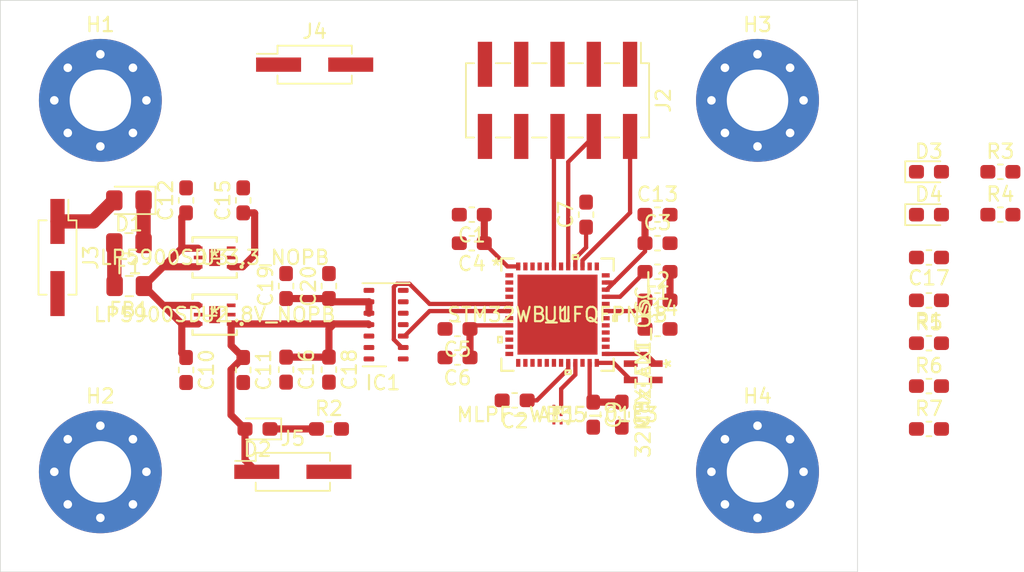
<source format=kicad_pcb>
(kicad_pcb (version 20171130) (host pcbnew "(5.1.6)-1")

  (general
    (thickness 1.6)
    (drawings 17)
    (tracks 92)
    (zones 0)
    (modules 49)
    (nets 63)
  )

  (page A4)
  (layers
    (0 Top_Signal signal)
    (1 Ground power)
    (2 3.3V power)
    (31 Bottom_Signal signal)
    (32 B.Adhes user)
    (33 F.Adhes user)
    (34 B.Paste user)
    (35 F.Paste user)
    (36 B.SilkS user)
    (37 F.SilkS user hide)
    (38 B.Mask user)
    (39 F.Mask user)
    (40 Dwgs.User user hide)
    (41 Cmts.User user hide)
    (42 Eco1.User user)
    (43 Eco2.User user)
    (44 Edge.Cuts user)
    (45 Margin user)
    (46 B.CrtYd user hide)
    (47 F.CrtYd user hide)
    (48 B.Fab user hide)
    (49 F.Fab user hide)
  )

  (setup
    (last_trace_width 0.2)
    (user_trace_width 0.3)
    (user_trace_width 0.5)
    (user_trace_width 1)
    (trace_clearance 0.13)
    (zone_clearance 0.508)
    (zone_45_only no)
    (trace_min 0.2)
    (via_size 0.8)
    (via_drill 0.4)
    (via_min_size 0.4)
    (via_min_drill 0.3)
    (user_via 1 0.8)
    (user_via 1.5 1.3)
    (uvia_size 0.3)
    (uvia_drill 0.1)
    (uvias_allowed no)
    (uvia_min_size 0.2)
    (uvia_min_drill 0.1)
    (edge_width 0.05)
    (segment_width 0.2)
    (pcb_text_width 0.3)
    (pcb_text_size 1.5 1.5)
    (mod_edge_width 0.1)
    (mod_text_size 0.4 0.4)
    (mod_text_width 0.1)
    (pad_size 1.524 1.524)
    (pad_drill 0.762)
    (pad_to_mask_clearance 0.05)
    (aux_axis_origin 0 0)
    (visible_elements 7FFFFFFF)
    (pcbplotparams
      (layerselection 0x010fc_ffffffff)
      (usegerberextensions false)
      (usegerberattributes true)
      (usegerberadvancedattributes true)
      (creategerberjobfile true)
      (excludeedgelayer true)
      (linewidth 0.100000)
      (plotframeref false)
      (viasonmask false)
      (mode 1)
      (useauxorigin false)
      (hpglpennumber 1)
      (hpglpenspeed 20)
      (hpglpendiameter 15.000000)
      (psnegative false)
      (psa4output false)
      (plotreference true)
      (plotvalue true)
      (plotinvisibletext false)
      (padsonsilk false)
      (subtractmaskfromsilk false)
      (outputformat 1)
      (mirror false)
      (drillshape 1)
      (scaleselection 1)
      (outputdirectory ""))
  )

  (net 0 "")
  (net 1 "Net-(IC1-Pad1)")
  (net 2 "Net-(IC1-Pad5)")
  (net 3 "Net-(IC1-Pad6)")
  (net 4 "Net-(IC1-Pad7)")
  (net 5 "Net-(IC1-Pad8)")
  (net 6 "Net-(IC1-Pad14)")
  (net 7 "Net-(U1-Pad2)")
  (net 8 "Net-(U1-Pad3)")
  (net 9 "Net-(U1-Pad9)")
  (net 10 "Net-(U1-Pad11)")
  (net 11 "Net-(U1-Pad12)")
  (net 12 "Net-(U1-Pad13)")
  (net 13 "Net-(U1-Pad14)")
  (net 14 "Net-(U1-Pad15)")
  (net 15 "Net-(U1-Pad16)")
  (net 16 "Net-(U1-Pad17)")
  (net 17 "Net-(U1-Pad18)")
  (net 18 "Net-(U1-Pad19)")
  (net 19 "Net-(U1-Pad26)")
  (net 20 "Net-(U1-Pad27)")
  (net 21 "Net-(U1-Pad28)")
  (net 22 "Net-(U1-Pad30)")
  (net 23 "Net-(U1-Pad36)")
  (net 24 "Net-(U1-Pad37)")
  (net 25 "Net-(U1-Pad38)")
  (net 26 "Net-(U1-Pad42)")
  (net 27 "Net-(U1-Pad44)")
  (net 28 "Net-(U1-Pad45)")
  (net 29 "Net-(U1-Pad46)")
  (net 30 "Net-(U1-Pad47)")
  (net 31 "Net-(U2-Pad2)")
  (net 32 "Net-(U2-Pad5)")
  (net 33 "Net-(U3-Pad5)")
  (net 34 "Net-(U3-Pad2)")
  (net 35 RF)
  (net 36 "Net-(AE1-Pad1)")
  (net 37 +5VA)
  (net 38 VFBSMPS)
  (net 39 NRST)
  (net 40 +5V)
  (net 41 "Net-(D1-Pad1)")
  (net 42 "Net-(F1-Pad2)")
  (net 43 MAX_SCL)
  (net 44 MAX_SDA)
  (net 45 MAX_INT)
  (net 46 "Net-(J2-Pad8)")
  (net 47 "Net-(J2-Pad7)")
  (net 48 SWO)
  (net 49 SWCLK)
  (net 50 SWDIO)
  (net 51 VLXSMPS)
  (net 52 "Net-(L1-Pad1)")
  (net 53 "Net-(R1-Pad1)")
  (net 54 "Net-(D2-Pad1)")
  (net 55 "Net-(D3-Pad1)")
  (net 56 "Net-(D4-Pad1)")
  (net 57 OSC_OUT)
  (net 58 OSC_IN)
  (net 59 LED)
  (net 60 +1V8)
  (net 61 +3V3)
  (net 62 GNDA)

  (net_class Default "This is the default net class."
    (clearance 0.13)
    (trace_width 0.2)
    (via_dia 0.8)
    (via_drill 0.4)
    (uvia_dia 0.3)
    (uvia_drill 0.1)
    (add_net +1V8)
    (add_net +3V3)
    (add_net +5V)
    (add_net +5VA)
    (add_net GNDA)
    (add_net LED)
    (add_net MAX_INT)
    (add_net MAX_SCL)
    (add_net MAX_SDA)
    (add_net NRST)
    (add_net "Net-(AE1-Pad1)")
    (add_net "Net-(D1-Pad1)")
    (add_net "Net-(D2-Pad1)")
    (add_net "Net-(D3-Pad1)")
    (add_net "Net-(D4-Pad1)")
    (add_net "Net-(F1-Pad2)")
    (add_net "Net-(IC1-Pad1)")
    (add_net "Net-(IC1-Pad14)")
    (add_net "Net-(IC1-Pad5)")
    (add_net "Net-(IC1-Pad6)")
    (add_net "Net-(IC1-Pad7)")
    (add_net "Net-(IC1-Pad8)")
    (add_net "Net-(J2-Pad7)")
    (add_net "Net-(J2-Pad8)")
    (add_net "Net-(L1-Pad1)")
    (add_net "Net-(R1-Pad1)")
    (add_net "Net-(U1-Pad11)")
    (add_net "Net-(U1-Pad12)")
    (add_net "Net-(U1-Pad13)")
    (add_net "Net-(U1-Pad14)")
    (add_net "Net-(U1-Pad15)")
    (add_net "Net-(U1-Pad16)")
    (add_net "Net-(U1-Pad17)")
    (add_net "Net-(U1-Pad18)")
    (add_net "Net-(U1-Pad19)")
    (add_net "Net-(U1-Pad2)")
    (add_net "Net-(U1-Pad26)")
    (add_net "Net-(U1-Pad27)")
    (add_net "Net-(U1-Pad28)")
    (add_net "Net-(U1-Pad3)")
    (add_net "Net-(U1-Pad30)")
    (add_net "Net-(U1-Pad36)")
    (add_net "Net-(U1-Pad37)")
    (add_net "Net-(U1-Pad38)")
    (add_net "Net-(U1-Pad42)")
    (add_net "Net-(U1-Pad44)")
    (add_net "Net-(U1-Pad45)")
    (add_net "Net-(U1-Pad46)")
    (add_net "Net-(U1-Pad47)")
    (add_net "Net-(U1-Pad9)")
    (add_net "Net-(U2-Pad2)")
    (add_net "Net-(U2-Pad5)")
    (add_net "Net-(U3-Pad2)")
    (add_net "Net-(U3-Pad5)")
    (add_net OSC_IN)
    (add_net OSC_OUT)
    (add_net RF)
    (add_net SWCLK)
    (add_net SWDIO)
    (add_net SWO)
    (add_net VFBSMPS)
    (add_net VLXSMPS)
  )

  (module Custom_FootPrints:LP5900SD-1.5&slash_NOPB (layer Top_Signal) (tedit 0) (tstamp 5EE970E2)
    (at 141 100 180)
    (path /5ED83903)
    (fp_text reference U3 (at 0 0) (layer F.SilkS)
      (effects (font (size 1 1) (thickness 0.15)))
    )
    (fp_text value LP5900SD-3.3_NOPB (at 0 0) (layer F.SilkS)
      (effects (font (size 1 1) (thickness 0.15)))
    )
    (fp_line (start -0.7874 -1.1557) (end -1.2954 -0.6477) (layer F.Fab) (width 0.1524))
    (fp_line (start -1.5494 1.4097) (end 1.5494 1.4097) (layer F.SilkS) (width 0.1524))
    (fp_line (start 1.5494 1.4097) (end 1.5494 1.097643) (layer F.SilkS) (width 0.1524))
    (fp_line (start 1.5494 -1.4097) (end -1.5494 -1.4097) (layer F.SilkS) (width 0.1524))
    (fp_line (start -1.5494 -1.4097) (end -1.5494 -1.097643) (layer F.SilkS) (width 0.1524))
    (fp_line (start -1.2954 1.1557) (end 1.2954 1.1557) (layer F.Fab) (width 0.1524))
    (fp_line (start 1.2954 1.1557) (end 1.2954 -1.1557) (layer F.Fab) (width 0.1524))
    (fp_line (start 1.2954 -1.1557) (end -1.2954 -1.1557) (layer F.Fab) (width 0.1524))
    (fp_line (start -1.2954 -1.1557) (end -1.2954 1.1557) (layer F.Fab) (width 0.1524))
    (fp_line (start -1.5494 1.097643) (end -1.5494 1.4097) (layer F.SilkS) (width 0.1524))
    (fp_line (start 1.5494 -1.097643) (end 1.5494 -1.4097) (layer F.SilkS) (width 0.1524))
    (fp_line (start -1.6637 -0.776999) (end -1.6637 -0.522999) (layer F.Paste) (width 0.1524))
    (fp_line (start -1.6637 -0.522999) (end -1.0541 -0.522999) (layer F.Paste) (width 0.1524))
    (fp_line (start -1.0541 -0.522999) (end -1.0541 -0.776999) (layer F.Paste) (width 0.1524))
    (fp_line (start -1.0541 -0.776999) (end -1.6637 -0.776999) (layer F.Paste) (width 0.1524))
    (fp_line (start -1.6637 -0.127) (end -1.6637 0.127) (layer F.Paste) (width 0.1524))
    (fp_line (start -1.6637 0.127) (end -1.0541 0.127) (layer F.Paste) (width 0.1524))
    (fp_line (start -1.0541 0.127) (end -1.0541 -0.127) (layer F.Paste) (width 0.1524))
    (fp_line (start -1.0541 -0.127) (end -1.6637 -0.127) (layer F.Paste) (width 0.1524))
    (fp_line (start -1.6637 0.522999) (end -1.6637 0.776999) (layer F.Paste) (width 0.1524))
    (fp_line (start -1.6637 0.776999) (end -1.0541 0.776999) (layer F.Paste) (width 0.1524))
    (fp_line (start -1.0541 0.776999) (end -1.0541 0.522999) (layer F.Paste) (width 0.1524))
    (fp_line (start -1.0541 0.522999) (end -1.6637 0.522999) (layer F.Paste) (width 0.1524))
    (fp_line (start 1.0541 0.522999) (end 1.0541 0.776999) (layer F.Paste) (width 0.1524))
    (fp_line (start 1.0541 0.776999) (end 1.6637 0.776999) (layer F.Paste) (width 0.1524))
    (fp_line (start 1.6637 0.776999) (end 1.6637 0.522999) (layer F.Paste) (width 0.1524))
    (fp_line (start 1.6637 0.522999) (end 1.0541 0.522999) (layer F.Paste) (width 0.1524))
    (fp_line (start 1.0541 -0.127) (end 1.0541 0.127) (layer F.Paste) (width 0.1524))
    (fp_line (start 1.0541 0.127) (end 1.6637 0.127) (layer F.Paste) (width 0.1524))
    (fp_line (start 1.6637 0.127) (end 1.6637 -0.127) (layer F.Paste) (width 0.1524))
    (fp_line (start 1.6637 -0.127) (end 1.0541 -0.127) (layer F.Paste) (width 0.1524))
    (fp_line (start 1.0541 -0.776999) (end 1.0541 -0.522999) (layer F.Paste) (width 0.1524))
    (fp_line (start 1.0541 -0.522999) (end 1.6637 -0.522999) (layer F.Paste) (width 0.1524))
    (fp_line (start 1.6637 -0.522999) (end 1.6637 -0.776999) (layer F.Paste) (width 0.1524))
    (fp_line (start 1.6637 -0.776999) (end 1.0541 -0.776999) (layer F.Paste) (width 0.1524))
    (fp_line (start -0.3556 -0.5715) (end -0.3556 0.5715) (layer F.Paste) (width 0.1524))
    (fp_line (start -0.3556 0.5715) (end 0.3556 0.5715) (layer F.Paste) (width 0.1524))
    (fp_line (start 0.3556 0.5715) (end 0.3556 -0.5715) (layer F.Paste) (width 0.1524))
    (fp_line (start 0.3556 -0.5715) (end -0.3556 -0.5715) (layer F.Paste) (width 0.1524))
    (fp_line (start -1.7145 1.4097) (end -1.7145 -1.4097) (layer F.CrtYd) (width 0.1524))
    (fp_line (start -1.7145 -1.4097) (end 1.7145 -1.4097) (layer F.CrtYd) (width 0.1524))
    (fp_line (start 1.7145 -1.4097) (end 1.7145 1.4097) (layer F.CrtYd) (width 0.1524))
    (fp_line (start 1.7145 1.4097) (end -1.7145 1.4097) (layer F.CrtYd) (width 0.1524))
    (fp_circle (center -1.8871 -0.65) (end -1.8109 -0.65) (layer F.SilkS) (width 0.1524))
    (fp_circle (center -1.8871 -0.65) (end -1.8109 -0.65) (layer F.Fab) (width 0.1524))
    (fp_text user * (at 0 0) (layer F.Fab)
      (effects (font (size 1 1) (thickness 0.15)))
    )
    (fp_text user * (at 0 0) (layer F.SilkS)
      (effects (font (size 1 1) (thickness 0.15)))
    )
    (fp_text user "Copyright 2016 Accelerated Designs. All rights reserved." (at 0 0) (layer Cmts.User)
      (effects (font (size 0.127 0.127) (thickness 0.002)))
    )
    (pad 7 smd rect (at 0 0 180) (size 0.762 1.1938) (layers Top_Signal F.Paste F.Mask)
      (net 62 GNDA))
    (pad 6 smd rect (at 1.1557 -0.649999 180) (size 0.6096 0.254) (layers Top_Signal F.Paste F.Mask)
      (net 37 +5VA))
    (pad 5 smd rect (at 1.1557 0 180) (size 0.6096 0.254) (layers Top_Signal F.Paste F.Mask)
      (net 33 "Net-(U3-Pad5)"))
    (pad 4 smd rect (at 1.1557 0.649999 180) (size 0.6096 0.254) (layers Top_Signal F.Paste F.Mask)
      (net 37 +5VA))
    (pad 3 smd rect (at -1.1557 0.649999 180) (size 0.6096 0.254) (layers Top_Signal F.Paste F.Mask)
      (net 62 GNDA))
    (pad 2 smd rect (at -1.1557 0 180) (size 0.6096 0.254) (layers Top_Signal F.Paste F.Mask)
      (net 34 "Net-(U3-Pad2)"))
    (pad 1 smd rect (at -1.1557 -0.649999 180) (size 0.6096 0.254) (layers Top_Signal F.Paste F.Mask)
      (net 61 +3V3))
  )

  (module Connector_PinHeader_2.54mm:PinHeader_2x01_P2.54mm_Vertical_SMD (layer Top_Signal) (tedit 59FED5CC) (tstamp 5EE86BED)
    (at 146.475 115)
    (descr "surface-mounted straight pin header, 2x01, 2.54mm pitch, double rows")
    (tags "Surface mounted pin header SMD 2x01 2.54mm double row")
    (path /5EF1AECF)
    (attr smd)
    (fp_text reference J5 (at 0 -2.33) (layer F.SilkS)
      (effects (font (size 1 1) (thickness 0.15)))
    )
    (fp_text value "1.8V Check" (at 0 2.33) (layer F.Fab)
      (effects (font (size 1 1) (thickness 0.15)))
    )
    (fp_line (start 2.54 1.27) (end -2.54 1.27) (layer F.Fab) (width 0.1))
    (fp_line (start -1.59 -1.27) (end 2.54 -1.27) (layer F.Fab) (width 0.1))
    (fp_line (start -2.54 1.27) (end -2.54 -0.32) (layer F.Fab) (width 0.1))
    (fp_line (start -2.54 -0.32) (end -1.59 -1.27) (layer F.Fab) (width 0.1))
    (fp_line (start 2.54 -1.27) (end 2.54 1.27) (layer F.Fab) (width 0.1))
    (fp_line (start -2.54 -0.32) (end -3.6 -0.32) (layer F.Fab) (width 0.1))
    (fp_line (start -3.6 -0.32) (end -3.6 0.32) (layer F.Fab) (width 0.1))
    (fp_line (start -3.6 0.32) (end -2.54 0.32) (layer F.Fab) (width 0.1))
    (fp_line (start 2.54 -0.32) (end 3.6 -0.32) (layer F.Fab) (width 0.1))
    (fp_line (start 3.6 -0.32) (end 3.6 0.32) (layer F.Fab) (width 0.1))
    (fp_line (start 3.6 0.32) (end 2.54 0.32) (layer F.Fab) (width 0.1))
    (fp_line (start -2.6 -1.33) (end 2.6 -1.33) (layer F.SilkS) (width 0.12))
    (fp_line (start -2.6 1.33) (end 2.6 1.33) (layer F.SilkS) (width 0.12))
    (fp_line (start -4.04 -0.76) (end -2.6 -0.76) (layer F.SilkS) (width 0.12))
    (fp_line (start -2.6 -1.33) (end -2.6 -0.76) (layer F.SilkS) (width 0.12))
    (fp_line (start 2.6 -1.33) (end 2.6 -0.76) (layer F.SilkS) (width 0.12))
    (fp_line (start -2.6 0.76) (end -2.6 1.33) (layer F.SilkS) (width 0.12))
    (fp_line (start 2.6 0.76) (end 2.6 1.33) (layer F.SilkS) (width 0.12))
    (fp_line (start -5.9 -1.8) (end -5.9 1.8) (layer F.CrtYd) (width 0.05))
    (fp_line (start -5.9 1.8) (end 5.9 1.8) (layer F.CrtYd) (width 0.05))
    (fp_line (start 5.9 1.8) (end 5.9 -1.8) (layer F.CrtYd) (width 0.05))
    (fp_line (start 5.9 -1.8) (end -5.9 -1.8) (layer F.CrtYd) (width 0.05))
    (fp_text user %R (at 0 0 90) (layer F.Fab)
      (effects (font (size 1 1) (thickness 0.15)))
    )
    (pad 2 smd rect (at 2.525 0) (size 3.15 1) (layers Top_Signal F.Paste F.Mask)
      (net 62 GNDA))
    (pad 1 smd rect (at -2.525 0) (size 3.15 1) (layers Top_Signal F.Paste F.Mask)
      (net 60 +1V8))
    (model ${KISYS3DMOD}/Connector_PinHeader_2.54mm.3dshapes/PinHeader_2x01_P2.54mm_Vertical_SMD.wrl
      (at (xyz 0 0 0))
      (scale (xyz 1 1 1))
      (rotate (xyz 0 0 0))
    )
  )

  (module Connector_PinHeader_2.54mm:PinHeader_2x01_P2.54mm_Vertical_SMD (layer Top_Signal) (tedit 59FED5CC) (tstamp 5EE86BC7)
    (at 148 86.5)
    (descr "surface-mounted straight pin header, 2x01, 2.54mm pitch, double rows")
    (tags "Surface mounted pin header SMD 2x01 2.54mm double row")
    (path /5EF15CB8)
    (attr smd)
    (fp_text reference J4 (at 0 -2.33) (layer F.SilkS)
      (effects (font (size 1 1) (thickness 0.15)))
    )
    (fp_text value "3.3V Check" (at 0 2.33) (layer F.Fab)
      (effects (font (size 1 1) (thickness 0.15)))
    )
    (fp_line (start 2.54 1.27) (end -2.54 1.27) (layer F.Fab) (width 0.1))
    (fp_line (start -1.59 -1.27) (end 2.54 -1.27) (layer F.Fab) (width 0.1))
    (fp_line (start -2.54 1.27) (end -2.54 -0.32) (layer F.Fab) (width 0.1))
    (fp_line (start -2.54 -0.32) (end -1.59 -1.27) (layer F.Fab) (width 0.1))
    (fp_line (start 2.54 -1.27) (end 2.54 1.27) (layer F.Fab) (width 0.1))
    (fp_line (start -2.54 -0.32) (end -3.6 -0.32) (layer F.Fab) (width 0.1))
    (fp_line (start -3.6 -0.32) (end -3.6 0.32) (layer F.Fab) (width 0.1))
    (fp_line (start -3.6 0.32) (end -2.54 0.32) (layer F.Fab) (width 0.1))
    (fp_line (start 2.54 -0.32) (end 3.6 -0.32) (layer F.Fab) (width 0.1))
    (fp_line (start 3.6 -0.32) (end 3.6 0.32) (layer F.Fab) (width 0.1))
    (fp_line (start 3.6 0.32) (end 2.54 0.32) (layer F.Fab) (width 0.1))
    (fp_line (start -2.6 -1.33) (end 2.6 -1.33) (layer F.SilkS) (width 0.12))
    (fp_line (start -2.6 1.33) (end 2.6 1.33) (layer F.SilkS) (width 0.12))
    (fp_line (start -4.04 -0.76) (end -2.6 -0.76) (layer F.SilkS) (width 0.12))
    (fp_line (start -2.6 -1.33) (end -2.6 -0.76) (layer F.SilkS) (width 0.12))
    (fp_line (start 2.6 -1.33) (end 2.6 -0.76) (layer F.SilkS) (width 0.12))
    (fp_line (start -2.6 0.76) (end -2.6 1.33) (layer F.SilkS) (width 0.12))
    (fp_line (start 2.6 0.76) (end 2.6 1.33) (layer F.SilkS) (width 0.12))
    (fp_line (start -5.9 -1.8) (end -5.9 1.8) (layer F.CrtYd) (width 0.05))
    (fp_line (start -5.9 1.8) (end 5.9 1.8) (layer F.CrtYd) (width 0.05))
    (fp_line (start 5.9 1.8) (end 5.9 -1.8) (layer F.CrtYd) (width 0.05))
    (fp_line (start 5.9 -1.8) (end -5.9 -1.8) (layer F.CrtYd) (width 0.05))
    (fp_text user %R (at 0 0 90) (layer F.Fab)
      (effects (font (size 1 1) (thickness 0.15)))
    )
    (pad 2 smd rect (at 2.525 0) (size 3.15 1) (layers Top_Signal F.Paste F.Mask)
      (net 62 GNDA))
    (pad 1 smd rect (at -2.525 0) (size 3.15 1) (layers Top_Signal F.Paste F.Mask)
      (net 61 +3V3))
    (model ${KISYS3DMOD}/Connector_PinHeader_2.54mm.3dshapes/PinHeader_2x01_P2.54mm_Vertical_SMD.wrl
      (at (xyz 0 0 0))
      (scale (xyz 1 1 1))
      (rotate (xyz 0 0 0))
    )
  )

  (module Connector_PinHeader_2.54mm:PinHeader_2x01_P2.54mm_Vertical_SMD (layer Top_Signal) (tedit 59FED5CC) (tstamp 5EE86BA1)
    (at 130 100 270)
    (descr "surface-mounted straight pin header, 2x01, 2.54mm pitch, double rows")
    (tags "Surface mounted pin header SMD 2x01 2.54mm double row")
    (path /5EEDB4F1)
    (attr smd)
    (fp_text reference J3 (at 0 -2.33 90) (layer F.SilkS)
      (effects (font (size 1 1) (thickness 0.15)))
    )
    (fp_text value "5V Supply" (at 0 2.33 90) (layer F.Fab)
      (effects (font (size 1 1) (thickness 0.15)))
    )
    (fp_line (start 2.54 1.27) (end -2.54 1.27) (layer F.Fab) (width 0.1))
    (fp_line (start -1.59 -1.27) (end 2.54 -1.27) (layer F.Fab) (width 0.1))
    (fp_line (start -2.54 1.27) (end -2.54 -0.32) (layer F.Fab) (width 0.1))
    (fp_line (start -2.54 -0.32) (end -1.59 -1.27) (layer F.Fab) (width 0.1))
    (fp_line (start 2.54 -1.27) (end 2.54 1.27) (layer F.Fab) (width 0.1))
    (fp_line (start -2.54 -0.32) (end -3.6 -0.32) (layer F.Fab) (width 0.1))
    (fp_line (start -3.6 -0.32) (end -3.6 0.32) (layer F.Fab) (width 0.1))
    (fp_line (start -3.6 0.32) (end -2.54 0.32) (layer F.Fab) (width 0.1))
    (fp_line (start 2.54 -0.32) (end 3.6 -0.32) (layer F.Fab) (width 0.1))
    (fp_line (start 3.6 -0.32) (end 3.6 0.32) (layer F.Fab) (width 0.1))
    (fp_line (start 3.6 0.32) (end 2.54 0.32) (layer F.Fab) (width 0.1))
    (fp_line (start -2.6 -1.33) (end 2.6 -1.33) (layer F.SilkS) (width 0.12))
    (fp_line (start -2.6 1.33) (end 2.6 1.33) (layer F.SilkS) (width 0.12))
    (fp_line (start -4.04 -0.76) (end -2.6 -0.76) (layer F.SilkS) (width 0.12))
    (fp_line (start -2.6 -1.33) (end -2.6 -0.76) (layer F.SilkS) (width 0.12))
    (fp_line (start 2.6 -1.33) (end 2.6 -0.76) (layer F.SilkS) (width 0.12))
    (fp_line (start -2.6 0.76) (end -2.6 1.33) (layer F.SilkS) (width 0.12))
    (fp_line (start 2.6 0.76) (end 2.6 1.33) (layer F.SilkS) (width 0.12))
    (fp_line (start -5.9 -1.8) (end -5.9 1.8) (layer F.CrtYd) (width 0.05))
    (fp_line (start -5.9 1.8) (end 5.9 1.8) (layer F.CrtYd) (width 0.05))
    (fp_line (start 5.9 1.8) (end 5.9 -1.8) (layer F.CrtYd) (width 0.05))
    (fp_line (start 5.9 -1.8) (end -5.9 -1.8) (layer F.CrtYd) (width 0.05))
    (fp_text user %R (at 0 0) (layer F.Fab)
      (effects (font (size 1 1) (thickness 0.15)))
    )
    (pad 2 smd rect (at 2.525 0 270) (size 3.15 1) (layers Top_Signal F.Paste F.Mask)
      (net 62 GNDA))
    (pad 1 smd rect (at -2.525 0 270) (size 3.15 1) (layers Top_Signal F.Paste F.Mask)
      (net 40 +5V))
    (model ${KISYS3DMOD}/Connector_PinHeader_2.54mm.3dshapes/PinHeader_2x01_P2.54mm_Vertical_SMD.wrl
      (at (xyz 0 0 0))
      (scale (xyz 1 1 1))
      (rotate (xyz 0 0 0))
    )
  )

  (module Connector_PinHeader_2.54mm:PinHeader_2x05_P2.54mm_Vertical_SMD (layer Top_Signal) (tedit 59FED5CC) (tstamp 5EE96D94)
    (at 165 89 270)
    (descr "surface-mounted straight pin header, 2x05, 2.54mm pitch, double rows")
    (tags "Surface mounted pin header SMD 2x05 2.54mm double row")
    (path /5EEDB548)
    (attr smd)
    (fp_text reference J2 (at 0 -7.41 90) (layer F.SilkS)
      (effects (font (size 1 1) (thickness 0.15)))
    )
    (fp_text value SWD (at 0 7.41 90) (layer F.Fab)
      (effects (font (size 1 1) (thickness 0.15)))
    )
    (fp_line (start 2.54 6.35) (end -2.54 6.35) (layer F.Fab) (width 0.1))
    (fp_line (start -1.59 -6.35) (end 2.54 -6.35) (layer F.Fab) (width 0.1))
    (fp_line (start -2.54 6.35) (end -2.54 -5.4) (layer F.Fab) (width 0.1))
    (fp_line (start -2.54 -5.4) (end -1.59 -6.35) (layer F.Fab) (width 0.1))
    (fp_line (start 2.54 -6.35) (end 2.54 6.35) (layer F.Fab) (width 0.1))
    (fp_line (start -2.54 -5.4) (end -3.6 -5.4) (layer F.Fab) (width 0.1))
    (fp_line (start -3.6 -5.4) (end -3.6 -4.76) (layer F.Fab) (width 0.1))
    (fp_line (start -3.6 -4.76) (end -2.54 -4.76) (layer F.Fab) (width 0.1))
    (fp_line (start 2.54 -5.4) (end 3.6 -5.4) (layer F.Fab) (width 0.1))
    (fp_line (start 3.6 -5.4) (end 3.6 -4.76) (layer F.Fab) (width 0.1))
    (fp_line (start 3.6 -4.76) (end 2.54 -4.76) (layer F.Fab) (width 0.1))
    (fp_line (start -2.54 -2.86) (end -3.6 -2.86) (layer F.Fab) (width 0.1))
    (fp_line (start -3.6 -2.86) (end -3.6 -2.22) (layer F.Fab) (width 0.1))
    (fp_line (start -3.6 -2.22) (end -2.54 -2.22) (layer F.Fab) (width 0.1))
    (fp_line (start 2.54 -2.86) (end 3.6 -2.86) (layer F.Fab) (width 0.1))
    (fp_line (start 3.6 -2.86) (end 3.6 -2.22) (layer F.Fab) (width 0.1))
    (fp_line (start 3.6 -2.22) (end 2.54 -2.22) (layer F.Fab) (width 0.1))
    (fp_line (start -2.54 -0.32) (end -3.6 -0.32) (layer F.Fab) (width 0.1))
    (fp_line (start -3.6 -0.32) (end -3.6 0.32) (layer F.Fab) (width 0.1))
    (fp_line (start -3.6 0.32) (end -2.54 0.32) (layer F.Fab) (width 0.1))
    (fp_line (start 2.54 -0.32) (end 3.6 -0.32) (layer F.Fab) (width 0.1))
    (fp_line (start 3.6 -0.32) (end 3.6 0.32) (layer F.Fab) (width 0.1))
    (fp_line (start 3.6 0.32) (end 2.54 0.32) (layer F.Fab) (width 0.1))
    (fp_line (start -2.54 2.22) (end -3.6 2.22) (layer F.Fab) (width 0.1))
    (fp_line (start -3.6 2.22) (end -3.6 2.86) (layer F.Fab) (width 0.1))
    (fp_line (start -3.6 2.86) (end -2.54 2.86) (layer F.Fab) (width 0.1))
    (fp_line (start 2.54 2.22) (end 3.6 2.22) (layer F.Fab) (width 0.1))
    (fp_line (start 3.6 2.22) (end 3.6 2.86) (layer F.Fab) (width 0.1))
    (fp_line (start 3.6 2.86) (end 2.54 2.86) (layer F.Fab) (width 0.1))
    (fp_line (start -2.54 4.76) (end -3.6 4.76) (layer F.Fab) (width 0.1))
    (fp_line (start -3.6 4.76) (end -3.6 5.4) (layer F.Fab) (width 0.1))
    (fp_line (start -3.6 5.4) (end -2.54 5.4) (layer F.Fab) (width 0.1))
    (fp_line (start 2.54 4.76) (end 3.6 4.76) (layer F.Fab) (width 0.1))
    (fp_line (start 3.6 4.76) (end 3.6 5.4) (layer F.Fab) (width 0.1))
    (fp_line (start 3.6 5.4) (end 2.54 5.4) (layer F.Fab) (width 0.1))
    (fp_line (start -2.6 -6.41) (end 2.6 -6.41) (layer F.SilkS) (width 0.12))
    (fp_line (start -2.6 6.41) (end 2.6 6.41) (layer F.SilkS) (width 0.12))
    (fp_line (start -4.04 -5.84) (end -2.6 -5.84) (layer F.SilkS) (width 0.12))
    (fp_line (start -2.6 -6.41) (end -2.6 -5.84) (layer F.SilkS) (width 0.12))
    (fp_line (start 2.6 -6.41) (end 2.6 -5.84) (layer F.SilkS) (width 0.12))
    (fp_line (start -2.6 5.84) (end -2.6 6.41) (layer F.SilkS) (width 0.12))
    (fp_line (start 2.6 5.84) (end 2.6 6.41) (layer F.SilkS) (width 0.12))
    (fp_line (start -2.6 -4.32) (end -2.6 -3.3) (layer F.SilkS) (width 0.12))
    (fp_line (start 2.6 -4.32) (end 2.6 -3.3) (layer F.SilkS) (width 0.12))
    (fp_line (start -2.6 -1.78) (end -2.6 -0.76) (layer F.SilkS) (width 0.12))
    (fp_line (start 2.6 -1.78) (end 2.6 -0.76) (layer F.SilkS) (width 0.12))
    (fp_line (start -2.6 0.76) (end -2.6 1.78) (layer F.SilkS) (width 0.12))
    (fp_line (start 2.6 0.76) (end 2.6 1.78) (layer F.SilkS) (width 0.12))
    (fp_line (start -2.6 3.3) (end -2.6 4.32) (layer F.SilkS) (width 0.12))
    (fp_line (start 2.6 3.3) (end 2.6 4.32) (layer F.SilkS) (width 0.12))
    (fp_line (start -5.9 -6.85) (end -5.9 6.85) (layer F.CrtYd) (width 0.05))
    (fp_line (start -5.9 6.85) (end 5.9 6.85) (layer F.CrtYd) (width 0.05))
    (fp_line (start 5.9 6.85) (end 5.9 -6.85) (layer F.CrtYd) (width 0.05))
    (fp_line (start 5.9 -6.85) (end -5.9 -6.85) (layer F.CrtYd) (width 0.05))
    (fp_text user %R (at 0 0) (layer F.Fab)
      (effects (font (size 1 1) (thickness 0.15)))
    )
    (pad 10 smd rect (at 2.525 5.08 270) (size 3.15 1) (layers Top_Signal F.Paste F.Mask)
      (net 39 NRST))
    (pad 9 smd rect (at -2.525 5.08 270) (size 3.15 1) (layers Top_Signal F.Paste F.Mask)
      (net 62 GNDA))
    (pad 8 smd rect (at 2.525 2.54 270) (size 3.15 1) (layers Top_Signal F.Paste F.Mask)
      (net 46 "Net-(J2-Pad8)"))
    (pad 7 smd rect (at -2.525 2.54 270) (size 3.15 1) (layers Top_Signal F.Paste F.Mask)
      (net 47 "Net-(J2-Pad7)"))
    (pad 6 smd rect (at 2.525 0 270) (size 3.15 1) (layers Top_Signal F.Paste F.Mask)
      (net 48 SWO))
    (pad 5 smd rect (at -2.525 0 270) (size 3.15 1) (layers Top_Signal F.Paste F.Mask)
      (net 62 GNDA))
    (pad 4 smd rect (at 2.525 -2.54 270) (size 3.15 1) (layers Top_Signal F.Paste F.Mask)
      (net 49 SWCLK))
    (pad 3 smd rect (at -2.525 -2.54 270) (size 3.15 1) (layers Top_Signal F.Paste F.Mask)
      (net 62 GNDA))
    (pad 2 smd rect (at 2.525 -5.08 270) (size 3.15 1) (layers Top_Signal F.Paste F.Mask)
      (net 50 SWDIO))
    (pad 1 smd rect (at -2.525 -5.08 270) (size 3.15 1) (layers Top_Signal F.Paste F.Mask)
      (net 61 +3V3))
    (model ${KISYS3DMOD}/Connector_PinHeader_2.54mm.3dshapes/PinHeader_2x05_P2.54mm_Vertical_SMD.wrl
      (at (xyz 0 0 0))
      (scale (xyz 1 1 1))
      (rotate (xyz 0 0 0))
    )
  )

  (module Custom_FootPrints:NX2016SA-40M-STD-CZS-3 (layer Top_Signal) (tedit 0) (tstamp 5EE97123)
    (at 171 108 270)
    (path /5EEA6354)
    (fp_text reference XTAL1 (at 0 0 90) (layer F.SilkS)
      (effects (font (size 1 1) (thickness 0.15)))
    )
    (fp_text value 32MHz_EXT_OSC (at 0 0 90) (layer F.SilkS)
      (effects (font (size 1 1) (thickness 0.15)))
    )
    (fp_line (start -0.8509 0.2159) (end 0.4191 -1.0541) (layer F.Fab) (width 0.1524))
    (fp_line (start 0.2921 -1.0541) (end 0.8509 -1.0541) (layer F.Fab) (width 0.1524))
    (fp_line (start 0.8509 -1.0541) (end 0.8509 -1.0541) (layer F.Fab) (width 0.1524))
    (fp_line (start 0.8509 -1.0541) (end 0.2921 -1.0541) (layer F.Fab) (width 0.1524))
    (fp_line (start 0.2921 -1.0541) (end 0.2921 -1.0541) (layer F.Fab) (width 0.1524))
    (fp_line (start -0.8509 -1.0541) (end -0.2921 -1.0541) (layer F.Fab) (width 0.1524))
    (fp_line (start -0.2921 -1.0541) (end -0.2921 -1.0541) (layer F.Fab) (width 0.1524))
    (fp_line (start -0.2921 -1.0541) (end -0.8509 -1.0541) (layer F.Fab) (width 0.1524))
    (fp_line (start -0.8509 -1.0541) (end -0.8509 -1.0541) (layer F.Fab) (width 0.1524))
    (fp_line (start -0.2921 1.0541) (end -0.8509 1.0541) (layer F.Fab) (width 0.1524))
    (fp_line (start -0.8509 1.0541) (end -0.8509 1.0541) (layer F.Fab) (width 0.1524))
    (fp_line (start -0.8509 1.0541) (end -0.2921 1.0541) (layer F.Fab) (width 0.1524))
    (fp_line (start -0.2921 1.0541) (end -0.2921 1.0541) (layer F.Fab) (width 0.1524))
    (fp_line (start 0.8509 1.0541) (end 0.2921 1.0541) (layer F.Fab) (width 0.1524))
    (fp_line (start 0.2921 1.0541) (end 0.2921 1.0541) (layer F.Fab) (width 0.1524))
    (fp_line (start 0.2921 1.0541) (end 0.8509 1.0541) (layer F.Fab) (width 0.1524))
    (fp_line (start 0.8509 1.0541) (end 0.8509 1.0541) (layer F.Fab) (width 0.1524))
    (fp_line (start 0.9779 0.112447) (end 0.9779 -0.112447) (layer F.SilkS) (width 0.1524))
    (fp_line (start -0.9779 -0.112447) (end -0.9779 0.112447) (layer F.SilkS) (width 0.1524))
    (fp_line (start -0.8509 1.0541) (end 0.8509 1.0541) (layer F.Fab) (width 0.1524))
    (fp_line (start 0.8509 1.0541) (end 0.8509 1.0541) (layer F.Fab) (width 0.1524))
    (fp_line (start 0.8509 1.0541) (end 0.8509 -1.0541) (layer F.Fab) (width 0.1524))
    (fp_line (start 0.8509 -1.0541) (end 0.8509 -1.0541) (layer F.Fab) (width 0.1524))
    (fp_line (start 0.8509 -1.0541) (end -0.8509 -1.0541) (layer F.Fab) (width 0.1524))
    (fp_line (start -0.8509 -1.0541) (end -0.8509 -1.0541) (layer F.Fab) (width 0.1524))
    (fp_line (start -0.8509 -1.0541) (end -0.8509 1.0541) (layer F.Fab) (width 0.1524))
    (fp_line (start -0.8509 1.0541) (end -0.8509 1.0541) (layer F.Fab) (width 0.1524))
    (fp_line (start -1.1049 1.3081) (end -1.1049 -0.0889) (layer F.CrtYd) (width 0.1524))
    (fp_line (start -1.1049 -0.0889) (end -1.1049 -0.0889) (layer F.CrtYd) (width 0.1524))
    (fp_line (start -1.1049 -0.0889) (end -1.1049 0.0889) (layer F.CrtYd) (width 0.1524))
    (fp_line (start -1.1049 0.0889) (end -1.1049 0.0889) (layer F.CrtYd) (width 0.1524))
    (fp_line (start -1.1049 0.0889) (end -1.1049 -1.3081) (layer F.CrtYd) (width 0.1524))
    (fp_line (start -1.1049 -1.3081) (end -1.0541 -1.3081) (layer F.CrtYd) (width 0.1524))
    (fp_line (start -1.0541 -1.3081) (end -1.0541 -1.6129) (layer F.CrtYd) (width 0.1524))
    (fp_line (start -1.0541 -1.6129) (end 1.0541 -1.6129) (layer F.CrtYd) (width 0.1524))
    (fp_line (start 1.0541 -1.6129) (end 1.0541 -1.3081) (layer F.CrtYd) (width 0.1524))
    (fp_line (start 1.0541 -1.3081) (end 1.1049 -1.3081) (layer F.CrtYd) (width 0.1524))
    (fp_line (start 1.1049 -1.3081) (end 1.1049 0.0889) (layer F.CrtYd) (width 0.1524))
    (fp_line (start 1.1049 0.0889) (end 1.1049 0.0889) (layer F.CrtYd) (width 0.1524))
    (fp_line (start 1.1049 0.0889) (end 1.1049 -0.0889) (layer F.CrtYd) (width 0.1524))
    (fp_line (start 1.1049 -0.0889) (end 1.1049 -0.0889) (layer F.CrtYd) (width 0.1524))
    (fp_line (start 1.1049 -0.0889) (end 1.1049 1.3081) (layer F.CrtYd) (width 0.1524))
    (fp_line (start 1.1049 1.3081) (end 1.0541 1.3081) (layer F.CrtYd) (width 0.1524))
    (fp_line (start 1.0541 1.3081) (end 1.0541 1.6129) (layer F.CrtYd) (width 0.1524))
    (fp_line (start 1.0541 1.6129) (end -1.0541 1.6129) (layer F.CrtYd) (width 0.1524))
    (fp_line (start -1.0541 1.6129) (end -1.0541 1.3081) (layer F.CrtYd) (width 0.1524))
    (fp_line (start -1.0541 1.3081) (end -1.1049 1.3081) (layer F.CrtYd) (width 0.1524))
    (fp_text user * (at -0.5715 -0.3937 90) (layer F.Fab)
      (effects (font (size 1 1) (thickness 0.15)))
    )
    (fp_text user * (at -0.5715 -1.9939 90) (layer F.SilkS)
      (effects (font (size 1 1) (thickness 0.15)))
    )
    (fp_text user 0.069in/1.753mm (at 5.2578 0.635 90) (layer Dwgs.User)
      (effects (font (size 1 1) (thickness 0.15)))
    )
    (fp_text user -0.026in/-0.66mm (at 0 6.4643 90) (layer Dwgs.User)
      (effects (font (size 1 1) (thickness 0.15)))
    )
    (fp_text user 0.018in/0.457mm (at -2.7178 0.8763 90) (layer Dwgs.User)
      (effects (font (size 1 1) (thickness 0.15)))
    )
    (fp_text user 0.038in/0.965mm (at 0.3302 -3.9243 90) (layer Dwgs.User)
      (effects (font (size 1 1) (thickness 0.15)))
    )
    (fp_text user 0.045in/1.143mm (at -1.778 1.143 90) (layer Dwgs.User)
      (effects (font (size 1 1) (thickness 0.15)))
    )
    (fp_text user * (at -0.5715 -0.3937 90) (layer F.Fab)
      (effects (font (size 1 1) (thickness 0.15)))
    )
    (fp_text user * (at -0.5715 -1.9939 90) (layer F.SilkS)
      (effects (font (size 1 1) (thickness 0.15)))
    )
    (fp_text user "Copyright 2016 Accelerated Designs. All rights reserved." (at 0 0 90) (layer Cmts.User)
      (effects (font (size 0.127 0.127) (thickness 0.002)))
    )
    (pad 4 smd rect (at 0.5715 -0.8763 270) (size 0.4572 0.9652) (layers Top_Signal F.Paste F.Mask)
      (net 62 GNDA))
    (pad 3 smd rect (at 0.5715 0.8763 270) (size 0.4572 0.9652) (layers Top_Signal F.Paste F.Mask)
      (net 57 OSC_OUT))
    (pad 2 smd rect (at -0.5715 0.8763 270) (size 0.4572 0.9652) (layers Top_Signal F.Paste F.Mask)
      (net 62 GNDA))
    (pad 1 smd rect (at -0.5715 -0.8763 270) (size 0.4572 0.9652) (layers Top_Signal F.Paste F.Mask)
      (net 58 OSC_IN))
  )

  (module Custom_FootPrints:LP5900SD-1.5&slash_NOPB (layer Top_Signal) (tedit 0) (tstamp 5EE970A7)
    (at 141 104 180)
    (path /5EEEE34A)
    (fp_text reference U2 (at 0 0) (layer F.SilkS)
      (effects (font (size 1 1) (thickness 0.15)))
    )
    (fp_text value LP5900SD-1.8V_NOPB (at 0 0) (layer F.SilkS)
      (effects (font (size 1 1) (thickness 0.15)))
    )
    (fp_line (start -0.7874 -1.1557) (end -1.2954 -0.6477) (layer F.Fab) (width 0.1524))
    (fp_line (start -1.5494 1.4097) (end 1.5494 1.4097) (layer F.SilkS) (width 0.1524))
    (fp_line (start 1.5494 1.4097) (end 1.5494 1.097643) (layer F.SilkS) (width 0.1524))
    (fp_line (start 1.5494 -1.4097) (end -1.5494 -1.4097) (layer F.SilkS) (width 0.1524))
    (fp_line (start -1.5494 -1.4097) (end -1.5494 -1.097643) (layer F.SilkS) (width 0.1524))
    (fp_line (start -1.2954 1.1557) (end 1.2954 1.1557) (layer F.Fab) (width 0.1524))
    (fp_line (start 1.2954 1.1557) (end 1.2954 -1.1557) (layer F.Fab) (width 0.1524))
    (fp_line (start 1.2954 -1.1557) (end -1.2954 -1.1557) (layer F.Fab) (width 0.1524))
    (fp_line (start -1.2954 -1.1557) (end -1.2954 1.1557) (layer F.Fab) (width 0.1524))
    (fp_line (start -1.5494 1.097643) (end -1.5494 1.4097) (layer F.SilkS) (width 0.1524))
    (fp_line (start 1.5494 -1.097643) (end 1.5494 -1.4097) (layer F.SilkS) (width 0.1524))
    (fp_line (start -1.6637 -0.776999) (end -1.6637 -0.522999) (layer F.Paste) (width 0.1524))
    (fp_line (start -1.6637 -0.522999) (end -1.0541 -0.522999) (layer F.Paste) (width 0.1524))
    (fp_line (start -1.0541 -0.522999) (end -1.0541 -0.776999) (layer F.Paste) (width 0.1524))
    (fp_line (start -1.0541 -0.776999) (end -1.6637 -0.776999) (layer F.Paste) (width 0.1524))
    (fp_line (start -1.6637 -0.127) (end -1.6637 0.127) (layer F.Paste) (width 0.1524))
    (fp_line (start -1.6637 0.127) (end -1.0541 0.127) (layer F.Paste) (width 0.1524))
    (fp_line (start -1.0541 0.127) (end -1.0541 -0.127) (layer F.Paste) (width 0.1524))
    (fp_line (start -1.0541 -0.127) (end -1.6637 -0.127) (layer F.Paste) (width 0.1524))
    (fp_line (start -1.6637 0.522999) (end -1.6637 0.776999) (layer F.Paste) (width 0.1524))
    (fp_line (start -1.6637 0.776999) (end -1.0541 0.776999) (layer F.Paste) (width 0.1524))
    (fp_line (start -1.0541 0.776999) (end -1.0541 0.522999) (layer F.Paste) (width 0.1524))
    (fp_line (start -1.0541 0.522999) (end -1.6637 0.522999) (layer F.Paste) (width 0.1524))
    (fp_line (start 1.0541 0.522999) (end 1.0541 0.776999) (layer F.Paste) (width 0.1524))
    (fp_line (start 1.0541 0.776999) (end 1.6637 0.776999) (layer F.Paste) (width 0.1524))
    (fp_line (start 1.6637 0.776999) (end 1.6637 0.522999) (layer F.Paste) (width 0.1524))
    (fp_line (start 1.6637 0.522999) (end 1.0541 0.522999) (layer F.Paste) (width 0.1524))
    (fp_line (start 1.0541 -0.127) (end 1.0541 0.127) (layer F.Paste) (width 0.1524))
    (fp_line (start 1.0541 0.127) (end 1.6637 0.127) (layer F.Paste) (width 0.1524))
    (fp_line (start 1.6637 0.127) (end 1.6637 -0.127) (layer F.Paste) (width 0.1524))
    (fp_line (start 1.6637 -0.127) (end 1.0541 -0.127) (layer F.Paste) (width 0.1524))
    (fp_line (start 1.0541 -0.776999) (end 1.0541 -0.522999) (layer F.Paste) (width 0.1524))
    (fp_line (start 1.0541 -0.522999) (end 1.6637 -0.522999) (layer F.Paste) (width 0.1524))
    (fp_line (start 1.6637 -0.522999) (end 1.6637 -0.776999) (layer F.Paste) (width 0.1524))
    (fp_line (start 1.6637 -0.776999) (end 1.0541 -0.776999) (layer F.Paste) (width 0.1524))
    (fp_line (start -0.3556 -0.5715) (end -0.3556 0.5715) (layer F.Paste) (width 0.1524))
    (fp_line (start -0.3556 0.5715) (end 0.3556 0.5715) (layer F.Paste) (width 0.1524))
    (fp_line (start 0.3556 0.5715) (end 0.3556 -0.5715) (layer F.Paste) (width 0.1524))
    (fp_line (start 0.3556 -0.5715) (end -0.3556 -0.5715) (layer F.Paste) (width 0.1524))
    (fp_line (start -1.7145 1.4097) (end -1.7145 -1.4097) (layer F.CrtYd) (width 0.1524))
    (fp_line (start -1.7145 -1.4097) (end 1.7145 -1.4097) (layer F.CrtYd) (width 0.1524))
    (fp_line (start 1.7145 -1.4097) (end 1.7145 1.4097) (layer F.CrtYd) (width 0.1524))
    (fp_line (start 1.7145 1.4097) (end -1.7145 1.4097) (layer F.CrtYd) (width 0.1524))
    (fp_circle (center -1.8871 -0.65) (end -1.8109 -0.65) (layer F.SilkS) (width 0.1524))
    (fp_circle (center -1.8871 -0.65) (end -1.8109 -0.65) (layer F.Fab) (width 0.1524))
    (fp_text user * (at 0 0) (layer F.Fab)
      (effects (font (size 1 1) (thickness 0.15)))
    )
    (fp_text user * (at 0 0) (layer F.SilkS)
      (effects (font (size 1 1) (thickness 0.15)))
    )
    (fp_text user "Copyright 2016 Accelerated Designs. All rights reserved." (at 0 0) (layer Cmts.User)
      (effects (font (size 0.127 0.127) (thickness 0.002)))
    )
    (pad 7 smd rect (at 0 0 180) (size 0.762 1.1938) (layers Top_Signal F.Paste F.Mask)
      (net 62 GNDA))
    (pad 6 smd rect (at 1.1557 -0.649999 180) (size 0.6096 0.254) (layers Top_Signal F.Paste F.Mask)
      (net 37 +5VA))
    (pad 5 smd rect (at 1.1557 0 180) (size 0.6096 0.254) (layers Top_Signal F.Paste F.Mask)
      (net 32 "Net-(U2-Pad5)"))
    (pad 4 smd rect (at 1.1557 0.649999 180) (size 0.6096 0.254) (layers Top_Signal F.Paste F.Mask)
      (net 37 +5VA))
    (pad 3 smd rect (at -1.1557 0.649999 180) (size 0.6096 0.254) (layers Top_Signal F.Paste F.Mask)
      (net 62 GNDA))
    (pad 2 smd rect (at -1.1557 0 180) (size 0.6096 0.254) (layers Top_Signal F.Paste F.Mask)
      (net 31 "Net-(U2-Pad2)"))
    (pad 1 smd rect (at -1.1557 -0.649999 180) (size 0.6096 0.254) (layers Top_Signal F.Paste F.Mask)
      (net 60 +1V8))
  )

  (module Custom_FootPrints:STM32WB_UFQFPN48 (layer Top_Signal) (tedit 0) (tstamp 5EE9706C)
    (at 165 104)
    (path /5ED75DCB)
    (fp_text reference U1 (at 0 0) (layer F.SilkS)
      (effects (font (size 1 1) (thickness 0.15)))
    )
    (fp_text value STM32WB_UFQFPN48 (at 0 0) (layer F.SilkS)
      (effects (font (size 1 1) (thickness 0.15)))
    )
    (fp_line (start -3.55 -2.280001) (end -2.280001 -3.55) (layer F.Fab) (width 0.1524))
    (fp_line (start -3.931 3.931) (end -3.078197 3.931) (layer F.SilkS) (width 0.1524))
    (fp_line (start 3.931 3.931) (end 3.931 3.078197) (layer F.SilkS) (width 0.1524))
    (fp_line (start 3.931 -3.931) (end 3.078197 -3.931) (layer F.SilkS) (width 0.1524))
    (fp_line (start -3.931 -3.931) (end -3.931 -3.078197) (layer F.SilkS) (width 0.1524))
    (fp_line (start -3.55 3.55) (end 3.55 3.55) (layer F.Fab) (width 0.1524))
    (fp_line (start 3.55 3.55) (end 3.55 -3.55) (layer F.Fab) (width 0.1524))
    (fp_line (start 3.55 -3.55) (end -3.55 -3.55) (layer F.Fab) (width 0.1524))
    (fp_line (start -3.55 -3.55) (end -3.55 3.55) (layer F.Fab) (width 0.1524))
    (fp_line (start -3.931 3.078197) (end -3.931 3.931) (layer F.SilkS) (width 0.1524))
    (fp_line (start 3.078197 3.931) (end 3.931 3.931) (layer F.SilkS) (width 0.1524))
    (fp_line (start 3.931 -3.078197) (end 3.931 -3.931) (layer F.SilkS) (width 0.1524))
    (fp_line (start -3.078197 -3.931) (end -3.931 -3.931) (layer F.SilkS) (width 0.1524))
    (fp_line (start -4.158 1.559499) (end -4.158 1.940499) (layer F.SilkS) (width 0.1524))
    (fp_line (start -4.158 1.940499) (end -3.904 1.940499) (layer F.SilkS) (width 0.1524))
    (fp_line (start -3.904 1.940499) (end -3.904 1.559499) (layer F.SilkS) (width 0.1524))
    (fp_line (start -3.904 1.559499) (end -4.158 1.559499) (layer F.SilkS) (width 0.1524))
    (fp_line (start 0.559501 3.904) (end 0.559501 4.158) (layer F.SilkS) (width 0.1524))
    (fp_line (start 0.559501 4.158) (end 0.940501 4.158) (layer F.SilkS) (width 0.1524))
    (fp_line (start 0.940501 4.158) (end 0.940501 3.904) (layer F.SilkS) (width 0.1524))
    (fp_line (start 0.940501 3.904) (end 0.559501 3.904) (layer F.SilkS) (width 0.1524))
    (fp_line (start 4.158 0.059499) (end 4.158 0.4405) (layer F.SilkS) (width 0.1524))
    (fp_line (start 4.158 0.4405) (end 3.904 0.4405) (layer F.SilkS) (width 0.1524))
    (fp_line (start 3.904 0.4405) (end 3.904 0.059499) (layer F.SilkS) (width 0.1524))
    (fp_line (start 3.904 0.059499) (end 4.158 0.059499) (layer F.SilkS) (width 0.1524))
    (fp_line (start 1.0595 -3.904) (end 1.0595 -4.158) (layer F.SilkS) (width 0.1524))
    (fp_line (start 1.0595 -4.158) (end 1.4405 -4.158) (layer F.SilkS) (width 0.1524))
    (fp_line (start 1.4405 -4.158) (end 1.4405 -3.904) (layer F.SilkS) (width 0.1524))
    (fp_line (start 1.4405 -3.904) (end 1.0595 -3.904) (layer F.SilkS) (width 0.1524))
    (fp_line (start -3.65 -2.899999) (end -3.65 -2.6) (layer Dwgs.User) (width 0.1524))
    (fp_line (start -3.65 -2.6) (end -3.099999 -2.6) (layer Dwgs.User) (width 0.1524))
    (fp_line (start -3.099999 -2.6) (end -3.099999 -2.899999) (layer Dwgs.User) (width 0.1524))
    (fp_line (start -3.099999 -2.899999) (end -3.65 -2.899999) (layer Dwgs.User) (width 0.1524))
    (fp_line (start -3.65 -2.4) (end -3.65 -2.100001) (layer Dwgs.User) (width 0.1524))
    (fp_line (start -3.65 -2.100001) (end -3.099999 -2.100001) (layer Dwgs.User) (width 0.1524))
    (fp_line (start -3.099999 -2.100001) (end -3.099999 -2.4) (layer Dwgs.User) (width 0.1524))
    (fp_line (start -3.099999 -2.4) (end -3.65 -2.4) (layer Dwgs.User) (width 0.1524))
    (fp_line (start -3.65 -1.900001) (end -3.65 -1.599999) (layer Dwgs.User) (width 0.1524))
    (fp_line (start -3.65 -1.599999) (end -3.099999 -1.599999) (layer Dwgs.User) (width 0.1524))
    (fp_line (start -3.099999 -1.599999) (end -3.099999 -1.900001) (layer Dwgs.User) (width 0.1524))
    (fp_line (start -3.099999 -1.900001) (end -3.65 -1.900001) (layer Dwgs.User) (width 0.1524))
    (fp_line (start -3.65 -1.4) (end -3.65 -1.1) (layer Dwgs.User) (width 0.1524))
    (fp_line (start -3.65 -1.1) (end -3.099999 -1.1) (layer Dwgs.User) (width 0.1524))
    (fp_line (start -3.099999 -1.1) (end -3.099999 -1.4) (layer Dwgs.User) (width 0.1524))
    (fp_line (start -3.099999 -1.4) (end -3.65 -1.4) (layer Dwgs.User) (width 0.1524))
    (fp_line (start -3.65 -0.900001) (end -3.65 -0.600001) (layer Dwgs.User) (width 0.1524))
    (fp_line (start -3.65 -0.600001) (end -3.099999 -0.600001) (layer Dwgs.User) (width 0.1524))
    (fp_line (start -3.099999 -0.600001) (end -3.099999 -0.900001) (layer Dwgs.User) (width 0.1524))
    (fp_line (start -3.099999 -0.900001) (end -3.65 -0.900001) (layer Dwgs.User) (width 0.1524))
    (fp_line (start -3.65 -0.399999) (end -3.65 -0.1) (layer Dwgs.User) (width 0.1524))
    (fp_line (start -3.65 -0.1) (end -3.099999 -0.1) (layer Dwgs.User) (width 0.1524))
    (fp_line (start -3.099999 -0.1) (end -3.099999 -0.399999) (layer Dwgs.User) (width 0.1524))
    (fp_line (start -3.099999 -0.399999) (end -3.65 -0.399999) (layer Dwgs.User) (width 0.1524))
    (fp_line (start -3.65 0.1) (end -3.65 0.399999) (layer Dwgs.User) (width 0.1524))
    (fp_line (start -3.65 0.399999) (end -3.099999 0.399999) (layer Dwgs.User) (width 0.1524))
    (fp_line (start -3.099999 0.399999) (end -3.099999 0.1) (layer Dwgs.User) (width 0.1524))
    (fp_line (start -3.099999 0.1) (end -3.65 0.1) (layer Dwgs.User) (width 0.1524))
    (fp_line (start -3.65 0.599999) (end -3.65 0.900001) (layer Dwgs.User) (width 0.1524))
    (fp_line (start -3.65 0.900001) (end -3.099999 0.900001) (layer Dwgs.User) (width 0.1524))
    (fp_line (start -3.099999 0.900001) (end -3.099999 0.599999) (layer Dwgs.User) (width 0.1524))
    (fp_line (start -3.099999 0.599999) (end -3.65 0.599999) (layer Dwgs.User) (width 0.1524))
    (fp_line (start -3.65 1.1) (end -3.65 1.4) (layer Dwgs.User) (width 0.1524))
    (fp_line (start -3.65 1.4) (end -3.099999 1.4) (layer Dwgs.User) (width 0.1524))
    (fp_line (start -3.099999 1.4) (end -3.099999 1.1) (layer Dwgs.User) (width 0.1524))
    (fp_line (start -3.099999 1.1) (end -3.65 1.1) (layer Dwgs.User) (width 0.1524))
    (fp_line (start -3.65 1.599999) (end -3.65 1.899999) (layer Dwgs.User) (width 0.1524))
    (fp_line (start -3.65 1.899999) (end -3.099999 1.899999) (layer Dwgs.User) (width 0.1524))
    (fp_line (start -3.099999 1.899999) (end -3.099999 1.599999) (layer Dwgs.User) (width 0.1524))
    (fp_line (start -3.099999 1.599999) (end -3.65 1.599999) (layer Dwgs.User) (width 0.1524))
    (fp_line (start -3.65 2.100001) (end -3.65 2.4) (layer Dwgs.User) (width 0.1524))
    (fp_line (start -3.65 2.4) (end -3.099999 2.4) (layer Dwgs.User) (width 0.1524))
    (fp_line (start -3.099999 2.4) (end -3.099999 2.100001) (layer Dwgs.User) (width 0.1524))
    (fp_line (start -3.099999 2.100001) (end -3.65 2.100001) (layer Dwgs.User) (width 0.1524))
    (fp_line (start -3.65 2.6) (end -3.65 2.899999) (layer Dwgs.User) (width 0.1524))
    (fp_line (start -3.65 2.899999) (end -3.099999 2.899999) (layer Dwgs.User) (width 0.1524))
    (fp_line (start -3.099999 2.899999) (end -3.099999 2.6) (layer Dwgs.User) (width 0.1524))
    (fp_line (start -3.099999 2.6) (end -3.65 2.6) (layer Dwgs.User) (width 0.1524))
    (fp_line (start -2.899999 3.099999) (end -2.899999 3.65) (layer Dwgs.User) (width 0.1524))
    (fp_line (start -2.899999 3.65) (end -2.6 3.65) (layer Dwgs.User) (width 0.1524))
    (fp_line (start -2.6 3.65) (end -2.6 3.099999) (layer Dwgs.User) (width 0.1524))
    (fp_line (start -2.6 3.099999) (end -2.899999 3.099999) (layer Dwgs.User) (width 0.1524))
    (fp_line (start -2.4 3.099999) (end -2.4 3.65) (layer Dwgs.User) (width 0.1524))
    (fp_line (start -2.4 3.65) (end -2.100001 3.65) (layer Dwgs.User) (width 0.1524))
    (fp_line (start -2.100001 3.65) (end -2.100001 3.099999) (layer Dwgs.User) (width 0.1524))
    (fp_line (start -2.100001 3.099999) (end -2.4 3.099999) (layer Dwgs.User) (width 0.1524))
    (fp_line (start -1.900001 3.099999) (end -1.900001 3.65) (layer Dwgs.User) (width 0.1524))
    (fp_line (start -1.900001 3.65) (end -1.599999 3.65) (layer Dwgs.User) (width 0.1524))
    (fp_line (start -1.599999 3.65) (end -1.599999 3.099999) (layer Dwgs.User) (width 0.1524))
    (fp_line (start -1.599999 3.099999) (end -1.900001 3.099999) (layer Dwgs.User) (width 0.1524))
    (fp_line (start -1.4 3.099999) (end -1.4 3.65) (layer Dwgs.User) (width 0.1524))
    (fp_line (start -1.4 3.65) (end -1.1 3.65) (layer Dwgs.User) (width 0.1524))
    (fp_line (start -1.1 3.65) (end -1.1 3.099999) (layer Dwgs.User) (width 0.1524))
    (fp_line (start -1.1 3.099999) (end -1.4 3.099999) (layer Dwgs.User) (width 0.1524))
    (fp_line (start -0.900001 3.099999) (end -0.900001 3.65) (layer Dwgs.User) (width 0.1524))
    (fp_line (start -0.900001 3.65) (end -0.600001 3.65) (layer Dwgs.User) (width 0.1524))
    (fp_line (start -0.600001 3.65) (end -0.600001 3.099999) (layer Dwgs.User) (width 0.1524))
    (fp_line (start -0.600001 3.099999) (end -0.900001 3.099999) (layer Dwgs.User) (width 0.1524))
    (fp_line (start -0.399999 3.099999) (end -0.399999 3.65) (layer Dwgs.User) (width 0.1524))
    (fp_line (start -0.399999 3.65) (end -0.1 3.65) (layer Dwgs.User) (width 0.1524))
    (fp_line (start -0.1 3.65) (end -0.1 3.099999) (layer Dwgs.User) (width 0.1524))
    (fp_line (start -0.1 3.099999) (end -0.399999 3.099999) (layer Dwgs.User) (width 0.1524))
    (fp_line (start 0.1 3.099999) (end 0.1 3.65) (layer Dwgs.User) (width 0.1524))
    (fp_line (start 0.1 3.65) (end 0.399999 3.65) (layer Dwgs.User) (width 0.1524))
    (fp_line (start 0.399999 3.65) (end 0.399999 3.099999) (layer Dwgs.User) (width 0.1524))
    (fp_line (start 0.399999 3.099999) (end 0.1 3.099999) (layer Dwgs.User) (width 0.1524))
    (fp_line (start 0.599999 3.099999) (end 0.599999 3.65) (layer Dwgs.User) (width 0.1524))
    (fp_line (start 0.599999 3.65) (end 0.900001 3.65) (layer Dwgs.User) (width 0.1524))
    (fp_line (start 0.900001 3.65) (end 0.900001 3.099999) (layer Dwgs.User) (width 0.1524))
    (fp_line (start 0.900001 3.099999) (end 0.599999 3.099999) (layer Dwgs.User) (width 0.1524))
    (fp_line (start 1.1 3.099999) (end 1.1 3.65) (layer Dwgs.User) (width 0.1524))
    (fp_line (start 1.1 3.65) (end 1.4 3.65) (layer Dwgs.User) (width 0.1524))
    (fp_line (start 1.4 3.65) (end 1.4 3.099999) (layer Dwgs.User) (width 0.1524))
    (fp_line (start 1.4 3.099999) (end 1.1 3.099999) (layer Dwgs.User) (width 0.1524))
    (fp_line (start 1.599999 3.099999) (end 1.599999 3.65) (layer Dwgs.User) (width 0.1524))
    (fp_line (start 1.599999 3.65) (end 1.899999 3.65) (layer Dwgs.User) (width 0.1524))
    (fp_line (start 1.899999 3.65) (end 1.899999 3.099999) (layer Dwgs.User) (width 0.1524))
    (fp_line (start 1.899999 3.099999) (end 1.599999 3.099999) (layer Dwgs.User) (width 0.1524))
    (fp_line (start 2.100001 3.099999) (end 2.100001 3.65) (layer Dwgs.User) (width 0.1524))
    (fp_line (start 2.100001 3.65) (end 2.4 3.65) (layer Dwgs.User) (width 0.1524))
    (fp_line (start 2.4 3.65) (end 2.4 3.099999) (layer Dwgs.User) (width 0.1524))
    (fp_line (start 2.4 3.099999) (end 2.100001 3.099999) (layer Dwgs.User) (width 0.1524))
    (fp_line (start 2.6 3.099999) (end 2.6 3.65) (layer Dwgs.User) (width 0.1524))
    (fp_line (start 2.6 3.65) (end 2.899999 3.65) (layer Dwgs.User) (width 0.1524))
    (fp_line (start 2.899999 3.65) (end 2.899999 3.099999) (layer Dwgs.User) (width 0.1524))
    (fp_line (start 2.899999 3.099999) (end 2.6 3.099999) (layer Dwgs.User) (width 0.1524))
    (fp_line (start 3.099999 2.6) (end 3.099999 2.899999) (layer Dwgs.User) (width 0.1524))
    (fp_line (start 3.099999 2.899999) (end 3.65 2.899999) (layer Dwgs.User) (width 0.1524))
    (fp_line (start 3.65 2.899999) (end 3.65 2.6) (layer Dwgs.User) (width 0.1524))
    (fp_line (start 3.65 2.6) (end 3.099999 2.6) (layer Dwgs.User) (width 0.1524))
    (fp_line (start 3.099999 2.100001) (end 3.099999 2.4) (layer Dwgs.User) (width 0.1524))
    (fp_line (start 3.099999 2.4) (end 3.65 2.4) (layer Dwgs.User) (width 0.1524))
    (fp_line (start 3.65 2.4) (end 3.65 2.100001) (layer Dwgs.User) (width 0.1524))
    (fp_line (start 3.65 2.100001) (end 3.099999 2.100001) (layer Dwgs.User) (width 0.1524))
    (fp_line (start 3.099999 1.599999) (end 3.099999 1.900001) (layer Dwgs.User) (width 0.1524))
    (fp_line (start 3.099999 1.900001) (end 3.65 1.900001) (layer Dwgs.User) (width 0.1524))
    (fp_line (start 3.65 1.900001) (end 3.65 1.599999) (layer Dwgs.User) (width 0.1524))
    (fp_line (start 3.65 1.599999) (end 3.099999 1.599999) (layer Dwgs.User) (width 0.1524))
    (fp_line (start 3.099999 1.1) (end 3.099999 1.4) (layer Dwgs.User) (width 0.1524))
    (fp_line (start 3.099999 1.4) (end 3.65 1.4) (layer Dwgs.User) (width 0.1524))
    (fp_line (start 3.65 1.4) (end 3.65 1.1) (layer Dwgs.User) (width 0.1524))
    (fp_line (start 3.65 1.1) (end 3.099999 1.1) (layer Dwgs.User) (width 0.1524))
    (fp_line (start 3.099999 0.600001) (end 3.099999 0.900001) (layer Dwgs.User) (width 0.1524))
    (fp_line (start 3.099999 0.900001) (end 3.65 0.900001) (layer Dwgs.User) (width 0.1524))
    (fp_line (start 3.65 0.900001) (end 3.65 0.600001) (layer Dwgs.User) (width 0.1524))
    (fp_line (start 3.65 0.600001) (end 3.099999 0.600001) (layer Dwgs.User) (width 0.1524))
    (fp_line (start 3.099999 0.1) (end 3.099999 0.399999) (layer Dwgs.User) (width 0.1524))
    (fp_line (start 3.099999 0.399999) (end 3.65 0.399999) (layer Dwgs.User) (width 0.1524))
    (fp_line (start 3.65 0.399999) (end 3.65 0.1) (layer Dwgs.User) (width 0.1524))
    (fp_line (start 3.65 0.1) (end 3.099999 0.1) (layer Dwgs.User) (width 0.1524))
    (fp_line (start 3.099999 -0.399999) (end 3.099999 -0.1) (layer Dwgs.User) (width 0.1524))
    (fp_line (start 3.099999 -0.1) (end 3.65 -0.1) (layer Dwgs.User) (width 0.1524))
    (fp_line (start 3.65 -0.1) (end 3.65 -0.399999) (layer Dwgs.User) (width 0.1524))
    (fp_line (start 3.65 -0.399999) (end 3.099999 -0.399999) (layer Dwgs.User) (width 0.1524))
    (fp_line (start 3.099999 -0.900001) (end 3.099999 -0.599999) (layer Dwgs.User) (width 0.1524))
    (fp_line (start 3.099999 -0.599999) (end 3.65 -0.599999) (layer Dwgs.User) (width 0.1524))
    (fp_line (start 3.65 -0.599999) (end 3.65 -0.900001) (layer Dwgs.User) (width 0.1524))
    (fp_line (start 3.65 -0.900001) (end 3.099999 -0.900001) (layer Dwgs.User) (width 0.1524))
    (fp_line (start 3.099999 -1.4) (end 3.099999 -1.1) (layer Dwgs.User) (width 0.1524))
    (fp_line (start 3.099999 -1.1) (end 3.65 -1.1) (layer Dwgs.User) (width 0.1524))
    (fp_line (start 3.65 -1.1) (end 3.65 -1.4) (layer Dwgs.User) (width 0.1524))
    (fp_line (start 3.65 -1.4) (end 3.099999 -1.4) (layer Dwgs.User) (width 0.1524))
    (fp_line (start 3.099999 -1.899999) (end 3.099999 -1.599999) (layer Dwgs.User) (width 0.1524))
    (fp_line (start 3.099999 -1.599999) (end 3.65 -1.599999) (layer Dwgs.User) (width 0.1524))
    (fp_line (start 3.65 -1.599999) (end 3.65 -1.899999) (layer Dwgs.User) (width 0.1524))
    (fp_line (start 3.65 -1.899999) (end 3.099999 -1.899999) (layer Dwgs.User) (width 0.1524))
    (fp_line (start 3.099999 -2.4) (end 3.099999 -2.100001) (layer Dwgs.User) (width 0.1524))
    (fp_line (start 3.099999 -2.100001) (end 3.65 -2.100001) (layer Dwgs.User) (width 0.1524))
    (fp_line (start 3.65 -2.100001) (end 3.65 -2.4) (layer Dwgs.User) (width 0.1524))
    (fp_line (start 3.65 -2.4) (end 3.099999 -2.4) (layer Dwgs.User) (width 0.1524))
    (fp_line (start 3.099999 -2.899999) (end 3.099999 -2.6) (layer Dwgs.User) (width 0.1524))
    (fp_line (start 3.099999 -2.6) (end 3.65 -2.6) (layer Dwgs.User) (width 0.1524))
    (fp_line (start 3.65 -2.6) (end 3.65 -2.899999) (layer Dwgs.User) (width 0.1524))
    (fp_line (start 3.65 -2.899999) (end 3.099999 -2.899999) (layer Dwgs.User) (width 0.1524))
    (fp_line (start 2.6 -3.65) (end 2.6 -3.099999) (layer Dwgs.User) (width 0.1524))
    (fp_line (start 2.6 -3.099999) (end 2.899999 -3.099999) (layer Dwgs.User) (width 0.1524))
    (fp_line (start 2.899999 -3.099999) (end 2.899999 -3.65) (layer Dwgs.User) (width 0.1524))
    (fp_line (start 2.899999 -3.65) (end 2.6 -3.65) (layer Dwgs.User) (width 0.1524))
    (fp_line (start 2.100001 -3.65) (end 2.100001 -3.099999) (layer Dwgs.User) (width 0.1524))
    (fp_line (start 2.100001 -3.099999) (end 2.4 -3.099999) (layer Dwgs.User) (width 0.1524))
    (fp_line (start 2.4 -3.099999) (end 2.4 -3.65) (layer Dwgs.User) (width 0.1524))
    (fp_line (start 2.4 -3.65) (end 2.100001 -3.65) (layer Dwgs.User) (width 0.1524))
    (fp_line (start 1.599999 -3.65) (end 1.599999 -3.099999) (layer Dwgs.User) (width 0.1524))
    (fp_line (start 1.599999 -3.099999) (end 1.900001 -3.099999) (layer Dwgs.User) (width 0.1524))
    (fp_line (start 1.900001 -3.099999) (end 1.900001 -3.65) (layer Dwgs.User) (width 0.1524))
    (fp_line (start 1.900001 -3.65) (end 1.599999 -3.65) (layer Dwgs.User) (width 0.1524))
    (fp_line (start 1.1 -3.65) (end 1.1 -3.099999) (layer Dwgs.User) (width 0.1524))
    (fp_line (start 1.1 -3.099999) (end 1.4 -3.099999) (layer Dwgs.User) (width 0.1524))
    (fp_line (start 1.4 -3.099999) (end 1.4 -3.65) (layer Dwgs.User) (width 0.1524))
    (fp_line (start 1.4 -3.65) (end 1.1 -3.65) (layer Dwgs.User) (width 0.1524))
    (fp_line (start 0.600001 -3.65) (end 0.600001 -3.099999) (layer Dwgs.User) (width 0.1524))
    (fp_line (start 0.600001 -3.099999) (end 0.900001 -3.099999) (layer Dwgs.User) (width 0.1524))
    (fp_line (start 0.900001 -3.099999) (end 0.900001 -3.65) (layer Dwgs.User) (width 0.1524))
    (fp_line (start 0.900001 -3.65) (end 0.600001 -3.65) (layer Dwgs.User) (width 0.1524))
    (fp_line (start 0.1 -3.65) (end 0.1 -3.099999) (layer Dwgs.User) (width 0.1524))
    (fp_line (start 0.1 -3.099999) (end 0.399999 -3.099999) (layer Dwgs.User) (width 0.1524))
    (fp_line (start 0.399999 -3.099999) (end 0.399999 -3.65) (layer Dwgs.User) (width 0.1524))
    (fp_line (start 0.399999 -3.65) (end 0.1 -3.65) (layer Dwgs.User) (width 0.1524))
    (fp_line (start -0.399999 -3.65) (end -0.399999 -3.099999) (layer Dwgs.User) (width 0.1524))
    (fp_line (start -0.399999 -3.099999) (end -0.1 -3.099999) (layer Dwgs.User) (width 0.1524))
    (fp_line (start -0.1 -3.099999) (end -0.1 -3.65) (layer Dwgs.User) (width 0.1524))
    (fp_line (start -0.1 -3.65) (end -0.399999 -3.65) (layer Dwgs.User) (width 0.1524))
    (fp_line (start -0.900001 -3.65) (end -0.900001 -3.099999) (layer Dwgs.User) (width 0.1524))
    (fp_line (start -0.900001 -3.099999) (end -0.599999 -3.099999) (layer Dwgs.User) (width 0.1524))
    (fp_line (start -0.599999 -3.099999) (end -0.599999 -3.65) (layer Dwgs.User) (width 0.1524))
    (fp_line (start -0.599999 -3.65) (end -0.900001 -3.65) (layer Dwgs.User) (width 0.1524))
    (fp_line (start -1.4 -3.65) (end -1.4 -3.099999) (layer Dwgs.User) (width 0.1524))
    (fp_line (start -1.4 -3.099999) (end -1.1 -3.099999) (layer Dwgs.User) (width 0.1524))
    (fp_line (start -1.1 -3.099999) (end -1.1 -3.65) (layer Dwgs.User) (width 0.1524))
    (fp_line (start -1.1 -3.65) (end -1.4 -3.65) (layer Dwgs.User) (width 0.1524))
    (fp_line (start -1.899999 -3.65) (end -1.899999 -3.099999) (layer Dwgs.User) (width 0.1524))
    (fp_line (start -1.899999 -3.099999) (end -1.599999 -3.099999) (layer Dwgs.User) (width 0.1524))
    (fp_line (start -1.599999 -3.099999) (end -1.599999 -3.65) (layer Dwgs.User) (width 0.1524))
    (fp_line (start -1.599999 -3.65) (end -1.899999 -3.65) (layer Dwgs.User) (width 0.1524))
    (fp_line (start -2.4 -3.65) (end -2.4 -3.099999) (layer Dwgs.User) (width 0.1524))
    (fp_line (start -2.4 -3.099999) (end -2.100001 -3.099999) (layer Dwgs.User) (width 0.1524))
    (fp_line (start -2.100001 -3.099999) (end -2.100001 -3.65) (layer Dwgs.User) (width 0.1524))
    (fp_line (start -2.100001 -3.65) (end -2.4 -3.65) (layer Dwgs.User) (width 0.1524))
    (fp_line (start -2.899999 -3.65) (end -2.899999 -3.099999) (layer Dwgs.User) (width 0.1524))
    (fp_line (start -2.899999 -3.099999) (end -2.6 -3.099999) (layer Dwgs.User) (width 0.1524))
    (fp_line (start -2.6 -3.099999) (end -2.6 -3.65) (layer Dwgs.User) (width 0.1524))
    (fp_line (start -2.6 -3.65) (end -2.899999 -3.65) (layer Dwgs.User) (width 0.1524))
    (fp_line (start -3.65 -2.899999) (end -3.65 -2.6) (layer Dwgs.User) (width 0.1524))
    (fp_line (start -3.65 -2.6) (end -3.099999 -2.6) (layer Dwgs.User) (width 0.1524))
    (fp_line (start -3.099999 -2.6) (end -3.099999 -2.899999) (layer Dwgs.User) (width 0.1524))
    (fp_line (start -3.099999 -2.899999) (end -3.65 -2.899999) (layer Dwgs.User) (width 0.1524))
    (fp_line (start -3.65 -2.4) (end -3.65 -2.100001) (layer Dwgs.User) (width 0.1524))
    (fp_line (start -3.65 -2.100001) (end -3.099999 -2.100001) (layer Dwgs.User) (width 0.1524))
    (fp_line (start -3.099999 -2.100001) (end -3.099999 -2.4) (layer Dwgs.User) (width 0.1524))
    (fp_line (start -3.099999 -2.4) (end -3.65 -2.4) (layer Dwgs.User) (width 0.1524))
    (fp_line (start -3.65 -1.900001) (end -3.65 -1.599999) (layer Dwgs.User) (width 0.1524))
    (fp_line (start -3.65 -1.599999) (end -3.099999 -1.599999) (layer Dwgs.User) (width 0.1524))
    (fp_line (start -3.099999 -1.599999) (end -3.099999 -1.900001) (layer Dwgs.User) (width 0.1524))
    (fp_line (start -3.099999 -1.900001) (end -3.65 -1.900001) (layer Dwgs.User) (width 0.1524))
    (fp_line (start -3.65 -1.4) (end -3.65 -1.1) (layer Dwgs.User) (width 0.1524))
    (fp_line (start -3.65 -1.1) (end -3.099999 -1.1) (layer Dwgs.User) (width 0.1524))
    (fp_line (start -3.099999 -1.1) (end -3.099999 -1.4) (layer Dwgs.User) (width 0.1524))
    (fp_line (start -3.099999 -1.4) (end -3.65 -1.4) (layer Dwgs.User) (width 0.1524))
    (fp_line (start -3.65 -0.900001) (end -3.65 -0.600001) (layer Dwgs.User) (width 0.1524))
    (fp_line (start -3.65 -0.600001) (end -3.099999 -0.600001) (layer Dwgs.User) (width 0.1524))
    (fp_line (start -3.099999 -0.600001) (end -3.099999 -0.900001) (layer Dwgs.User) (width 0.1524))
    (fp_line (start -3.099999 -0.900001) (end -3.65 -0.900001) (layer Dwgs.User) (width 0.1524))
    (fp_line (start -3.65 -0.399999) (end -3.65 -0.1) (layer Dwgs.User) (width 0.1524))
    (fp_line (start -3.65 -0.1) (end -3.099999 -0.1) (layer Dwgs.User) (width 0.1524))
    (fp_line (start -3.099999 -0.1) (end -3.099999 -0.399999) (layer Dwgs.User) (width 0.1524))
    (fp_line (start -3.099999 -0.399999) (end -3.65 -0.399999) (layer Dwgs.User) (width 0.1524))
    (fp_line (start -3.65 0.1) (end -3.65 0.399999) (layer Dwgs.User) (width 0.1524))
    (fp_line (start -3.65 0.399999) (end -3.099999 0.399999) (layer Dwgs.User) (width 0.1524))
    (fp_line (start -3.099999 0.399999) (end -3.099999 0.1) (layer Dwgs.User) (width 0.1524))
    (fp_line (start -3.099999 0.1) (end -3.65 0.1) (layer Dwgs.User) (width 0.1524))
    (fp_line (start -3.65 0.599999) (end -3.65 0.900001) (layer Dwgs.User) (width 0.1524))
    (fp_line (start -3.65 0.900001) (end -3.099999 0.900001) (layer Dwgs.User) (width 0.1524))
    (fp_line (start -3.099999 0.900001) (end -3.099999 0.599999) (layer Dwgs.User) (width 0.1524))
    (fp_line (start -3.099999 0.599999) (end -3.65 0.599999) (layer Dwgs.User) (width 0.1524))
    (fp_line (start -3.65 1.1) (end -3.65 1.4) (layer Dwgs.User) (width 0.1524))
    (fp_line (start -3.65 1.4) (end -3.099999 1.4) (layer Dwgs.User) (width 0.1524))
    (fp_line (start -3.099999 1.4) (end -3.099999 1.1) (layer Dwgs.User) (width 0.1524))
    (fp_line (start -3.099999 1.1) (end -3.65 1.1) (layer Dwgs.User) (width 0.1524))
    (fp_line (start -3.65 1.599999) (end -3.65 1.899999) (layer Dwgs.User) (width 0.1524))
    (fp_line (start -3.65 1.899999) (end -3.099999 1.899999) (layer Dwgs.User) (width 0.1524))
    (fp_line (start -3.099999 1.899999) (end -3.099999 1.599999) (layer Dwgs.User) (width 0.1524))
    (fp_line (start -3.099999 1.599999) (end -3.65 1.599999) (layer Dwgs.User) (width 0.1524))
    (fp_line (start -3.65 2.100001) (end -3.65 2.4) (layer Dwgs.User) (width 0.1524))
    (fp_line (start -3.65 2.4) (end -3.099999 2.4) (layer Dwgs.User) (width 0.1524))
    (fp_line (start -3.099999 2.4) (end -3.099999 2.100001) (layer Dwgs.User) (width 0.1524))
    (fp_line (start -3.099999 2.100001) (end -3.65 2.100001) (layer Dwgs.User) (width 0.1524))
    (fp_line (start -3.65 2.6) (end -3.65 2.899999) (layer Dwgs.User) (width 0.1524))
    (fp_line (start -3.65 2.899999) (end -3.099999 2.899999) (layer Dwgs.User) (width 0.1524))
    (fp_line (start -3.099999 2.899999) (end -3.099999 2.6) (layer Dwgs.User) (width 0.1524))
    (fp_line (start -3.099999 2.6) (end -3.65 2.6) (layer Dwgs.User) (width 0.1524))
    (fp_line (start -2.899999 3.099999) (end -2.899999 3.65) (layer Dwgs.User) (width 0.1524))
    (fp_line (start -2.899999 3.65) (end -2.6 3.65) (layer Dwgs.User) (width 0.1524))
    (fp_line (start -2.6 3.65) (end -2.6 3.099999) (layer Dwgs.User) (width 0.1524))
    (fp_line (start -2.6 3.099999) (end -2.899999 3.099999) (layer Dwgs.User) (width 0.1524))
    (fp_line (start -2.4 3.099999) (end -2.4 3.65) (layer Dwgs.User) (width 0.1524))
    (fp_line (start -2.4 3.65) (end -2.100001 3.65) (layer Dwgs.User) (width 0.1524))
    (fp_line (start -2.100001 3.65) (end -2.100001 3.099999) (layer Dwgs.User) (width 0.1524))
    (fp_line (start -2.100001 3.099999) (end -2.4 3.099999) (layer Dwgs.User) (width 0.1524))
    (fp_line (start -1.900001 3.099999) (end -1.900001 3.65) (layer Dwgs.User) (width 0.1524))
    (fp_line (start -1.900001 3.65) (end -1.599999 3.65) (layer Dwgs.User) (width 0.1524))
    (fp_line (start -1.599999 3.65) (end -1.599999 3.099999) (layer Dwgs.User) (width 0.1524))
    (fp_line (start -1.599999 3.099999) (end -1.900001 3.099999) (layer Dwgs.User) (width 0.1524))
    (fp_line (start -1.4 3.099999) (end -1.4 3.65) (layer Dwgs.User) (width 0.1524))
    (fp_line (start -1.4 3.65) (end -1.1 3.65) (layer Dwgs.User) (width 0.1524))
    (fp_line (start -1.1 3.65) (end -1.1 3.099999) (layer Dwgs.User) (width 0.1524))
    (fp_line (start -1.1 3.099999) (end -1.4 3.099999) (layer Dwgs.User) (width 0.1524))
    (fp_line (start -0.900001 3.099999) (end -0.900001 3.65) (layer Dwgs.User) (width 0.1524))
    (fp_line (start -0.900001 3.65) (end -0.600001 3.65) (layer Dwgs.User) (width 0.1524))
    (fp_line (start -0.600001 3.65) (end -0.600001 3.099999) (layer Dwgs.User) (width 0.1524))
    (fp_line (start -0.600001 3.099999) (end -0.900001 3.099999) (layer Dwgs.User) (width 0.1524))
    (fp_line (start -0.399999 3.099999) (end -0.399999 3.65) (layer Dwgs.User) (width 0.1524))
    (fp_line (start -0.399999 3.65) (end -0.1 3.65) (layer Dwgs.User) (width 0.1524))
    (fp_line (start -0.1 3.65) (end -0.1 3.099999) (layer Dwgs.User) (width 0.1524))
    (fp_line (start -0.1 3.099999) (end -0.399999 3.099999) (layer Dwgs.User) (width 0.1524))
    (fp_line (start 0.1 3.099999) (end 0.1 3.65) (layer Dwgs.User) (width 0.1524))
    (fp_line (start 0.1 3.65) (end 0.399999 3.65) (layer Dwgs.User) (width 0.1524))
    (fp_line (start 0.399999 3.65) (end 0.399999 3.099999) (layer Dwgs.User) (width 0.1524))
    (fp_line (start 0.399999 3.099999) (end 0.1 3.099999) (layer Dwgs.User) (width 0.1524))
    (fp_line (start 0.599999 3.099999) (end 0.599999 3.65) (layer Dwgs.User) (width 0.1524))
    (fp_line (start 0.599999 3.65) (end 0.900001 3.65) (layer Dwgs.User) (width 0.1524))
    (fp_line (start 0.900001 3.65) (end 0.900001 3.099999) (layer Dwgs.User) (width 0.1524))
    (fp_line (start 0.900001 3.099999) (end 0.599999 3.099999) (layer Dwgs.User) (width 0.1524))
    (fp_line (start 1.1 3.099999) (end 1.1 3.65) (layer Dwgs.User) (width 0.1524))
    (fp_line (start 1.1 3.65) (end 1.4 3.65) (layer Dwgs.User) (width 0.1524))
    (fp_line (start 1.4 3.65) (end 1.4 3.099999) (layer Dwgs.User) (width 0.1524))
    (fp_line (start 1.4 3.099999) (end 1.1 3.099999) (layer Dwgs.User) (width 0.1524))
    (fp_line (start 1.599999 3.099999) (end 1.599999 3.65) (layer Dwgs.User) (width 0.1524))
    (fp_line (start 1.599999 3.65) (end 1.899999 3.65) (layer Dwgs.User) (width 0.1524))
    (fp_line (start 1.899999 3.65) (end 1.899999 3.099999) (layer Dwgs.User) (width 0.1524))
    (fp_line (start 1.899999 3.099999) (end 1.599999 3.099999) (layer Dwgs.User) (width 0.1524))
    (fp_line (start 2.100001 3.099999) (end 2.100001 3.65) (layer Dwgs.User) (width 0.1524))
    (fp_line (start 2.100001 3.65) (end 2.4 3.65) (layer Dwgs.User) (width 0.1524))
    (fp_line (start 2.4 3.65) (end 2.4 3.099999) (layer Dwgs.User) (width 0.1524))
    (fp_line (start 2.4 3.099999) (end 2.100001 3.099999) (layer Dwgs.User) (width 0.1524))
    (fp_line (start 2.6 3.099999) (end 2.6 3.65) (layer Dwgs.User) (width 0.1524))
    (fp_line (start 2.6 3.65) (end 2.899999 3.65) (layer Dwgs.User) (width 0.1524))
    (fp_line (start 2.899999 3.65) (end 2.899999 3.099999) (layer Dwgs.User) (width 0.1524))
    (fp_line (start 2.899999 3.099999) (end 2.6 3.099999) (layer Dwgs.User) (width 0.1524))
    (fp_line (start 3.099999 2.6) (end 3.099999 2.899999) (layer Dwgs.User) (width 0.1524))
    (fp_line (start 3.099999 2.899999) (end 3.65 2.899999) (layer Dwgs.User) (width 0.1524))
    (fp_line (start 3.65 2.899999) (end 3.65 2.6) (layer Dwgs.User) (width 0.1524))
    (fp_line (start 3.65 2.6) (end 3.099999 2.6) (layer Dwgs.User) (width 0.1524))
    (fp_line (start 3.099999 2.100001) (end 3.099999 2.4) (layer Dwgs.User) (width 0.1524))
    (fp_line (start 3.099999 2.4) (end 3.65 2.4) (layer Dwgs.User) (width 0.1524))
    (fp_line (start 3.65 2.4) (end 3.65 2.100001) (layer Dwgs.User) (width 0.1524))
    (fp_line (start 3.65 2.100001) (end 3.099999 2.100001) (layer Dwgs.User) (width 0.1524))
    (fp_line (start 3.099999 1.599999) (end 3.099999 1.900001) (layer Dwgs.User) (width 0.1524))
    (fp_line (start 3.099999 1.900001) (end 3.65 1.900001) (layer Dwgs.User) (width 0.1524))
    (fp_line (start 3.65 1.900001) (end 3.65 1.599999) (layer Dwgs.User) (width 0.1524))
    (fp_line (start 3.65 1.599999) (end 3.099999 1.599999) (layer Dwgs.User) (width 0.1524))
    (fp_line (start 3.099999 1.1) (end 3.099999 1.4) (layer Dwgs.User) (width 0.1524))
    (fp_line (start 3.099999 1.4) (end 3.65 1.4) (layer Dwgs.User) (width 0.1524))
    (fp_line (start 3.65 1.4) (end 3.65 1.1) (layer Dwgs.User) (width 0.1524))
    (fp_line (start 3.65 1.1) (end 3.099999 1.1) (layer Dwgs.User) (width 0.1524))
    (fp_line (start 3.099999 0.600001) (end 3.099999 0.900001) (layer Dwgs.User) (width 0.1524))
    (fp_line (start 3.099999 0.900001) (end 3.65 0.900001) (layer Dwgs.User) (width 0.1524))
    (fp_line (start 3.65 0.900001) (end 3.65 0.600001) (layer Dwgs.User) (width 0.1524))
    (fp_line (start 3.65 0.600001) (end 3.099999 0.600001) (layer Dwgs.User) (width 0.1524))
    (fp_line (start 3.099999 0.1) (end 3.099999 0.399999) (layer Dwgs.User) (width 0.1524))
    (fp_line (start 3.099999 0.399999) (end 3.65 0.399999) (layer Dwgs.User) (width 0.1524))
    (fp_line (start 3.65 0.399999) (end 3.65 0.1) (layer Dwgs.User) (width 0.1524))
    (fp_line (start 3.65 0.1) (end 3.099999 0.1) (layer Dwgs.User) (width 0.1524))
    (fp_line (start 3.099999 -0.399999) (end 3.099999 -0.1) (layer Dwgs.User) (width 0.1524))
    (fp_line (start 3.099999 -0.1) (end 3.65 -0.1) (layer Dwgs.User) (width 0.1524))
    (fp_line (start 3.65 -0.1) (end 3.65 -0.399999) (layer Dwgs.User) (width 0.1524))
    (fp_line (start 3.65 -0.399999) (end 3.099999 -0.399999) (layer Dwgs.User) (width 0.1524))
    (fp_line (start 3.099999 -0.900001) (end 3.099999 -0.599999) (layer Dwgs.User) (width 0.1524))
    (fp_line (start 3.099999 -0.599999) (end 3.65 -0.599999) (layer Dwgs.User) (width 0.1524))
    (fp_line (start 3.65 -0.599999) (end 3.65 -0.900001) (layer Dwgs.User) (width 0.1524))
    (fp_line (start 3.65 -0.900001) (end 3.099999 -0.900001) (layer Dwgs.User) (width 0.1524))
    (fp_line (start 3.099999 -1.4) (end 3.099999 -1.1) (layer Dwgs.User) (width 0.1524))
    (fp_line (start 3.099999 -1.1) (end 3.65 -1.1) (layer Dwgs.User) (width 0.1524))
    (fp_line (start 3.65 -1.1) (end 3.65 -1.4) (layer Dwgs.User) (width 0.1524))
    (fp_line (start 3.65 -1.4) (end 3.099999 -1.4) (layer Dwgs.User) (width 0.1524))
    (fp_line (start 3.099999 -1.899999) (end 3.099999 -1.599999) (layer Dwgs.User) (width 0.1524))
    (fp_line (start 3.099999 -1.599999) (end 3.65 -1.599999) (layer Dwgs.User) (width 0.1524))
    (fp_line (start 3.65 -1.599999) (end 3.65 -1.899999) (layer Dwgs.User) (width 0.1524))
    (fp_line (start 3.65 -1.899999) (end 3.099999 -1.899999) (layer Dwgs.User) (width 0.1524))
    (fp_line (start 3.099999 -2.4) (end 3.099999 -2.100001) (layer Dwgs.User) (width 0.1524))
    (fp_line (start 3.099999 -2.100001) (end 3.65 -2.100001) (layer Dwgs.User) (width 0.1524))
    (fp_line (start 3.65 -2.100001) (end 3.65 -2.4) (layer Dwgs.User) (width 0.1524))
    (fp_line (start 3.65 -2.4) (end 3.099999 -2.4) (layer Dwgs.User) (width 0.1524))
    (fp_line (start 3.099999 -2.899999) (end 3.099999 -2.6) (layer Dwgs.User) (width 0.1524))
    (fp_line (start 3.099999 -2.6) (end 3.65 -2.6) (layer Dwgs.User) (width 0.1524))
    (fp_line (start 3.65 -2.6) (end 3.65 -2.899999) (layer Dwgs.User) (width 0.1524))
    (fp_line (start 3.65 -2.899999) (end 3.099999 -2.899999) (layer Dwgs.User) (width 0.1524))
    (fp_line (start 2.6 -3.65) (end 2.6 -3.099999) (layer Dwgs.User) (width 0.1524))
    (fp_line (start 2.6 -3.099999) (end 2.899999 -3.099999) (layer Dwgs.User) (width 0.1524))
    (fp_line (start 2.899999 -3.099999) (end 2.899999 -3.65) (layer Dwgs.User) (width 0.1524))
    (fp_line (start 2.899999 -3.65) (end 2.6 -3.65) (layer Dwgs.User) (width 0.1524))
    (fp_line (start 2.100001 -3.65) (end 2.100001 -3.099999) (layer Dwgs.User) (width 0.1524))
    (fp_line (start 2.100001 -3.099999) (end 2.4 -3.099999) (layer Dwgs.User) (width 0.1524))
    (fp_line (start 2.4 -3.099999) (end 2.4 -3.65) (layer Dwgs.User) (width 0.1524))
    (fp_line (start 2.4 -3.65) (end 2.100001 -3.65) (layer Dwgs.User) (width 0.1524))
    (fp_line (start 1.599999 -3.65) (end 1.599999 -3.099999) (layer Dwgs.User) (width 0.1524))
    (fp_line (start 1.599999 -3.099999) (end 1.900001 -3.099999) (layer Dwgs.User) (width 0.1524))
    (fp_line (start 1.900001 -3.099999) (end 1.900001 -3.65) (layer Dwgs.User) (width 0.1524))
    (fp_line (start 1.900001 -3.65) (end 1.599999 -3.65) (layer Dwgs.User) (width 0.1524))
    (fp_line (start 1.1 -3.65) (end 1.1 -3.099999) (layer Dwgs.User) (width 0.1524))
    (fp_line (start 1.1 -3.099999) (end 1.4 -3.099999) (layer Dwgs.User) (width 0.1524))
    (fp_line (start 1.4 -3.099999) (end 1.4 -3.65) (layer Dwgs.User) (width 0.1524))
    (fp_line (start 1.4 -3.65) (end 1.1 -3.65) (layer Dwgs.User) (width 0.1524))
    (fp_line (start 0.600001 -3.65) (end 0.600001 -3.099999) (layer Dwgs.User) (width 0.1524))
    (fp_line (start 0.600001 -3.099999) (end 0.900001 -3.099999) (layer Dwgs.User) (width 0.1524))
    (fp_line (start 0.900001 -3.099999) (end 0.900001 -3.65) (layer Dwgs.User) (width 0.1524))
    (fp_line (start 0.900001 -3.65) (end 0.600001 -3.65) (layer Dwgs.User) (width 0.1524))
    (fp_line (start 0.1 -3.65) (end 0.1 -3.099999) (layer Dwgs.User) (width 0.1524))
    (fp_line (start 0.1 -3.099999) (end 0.399999 -3.099999) (layer Dwgs.User) (width 0.1524))
    (fp_line (start 0.399999 -3.099999) (end 0.399999 -3.65) (layer Dwgs.User) (width 0.1524))
    (fp_line (start 0.399999 -3.65) (end 0.1 -3.65) (layer Dwgs.User) (width 0.1524))
    (fp_line (start -0.399999 -3.65) (end -0.399999 -3.099999) (layer Dwgs.User) (width 0.1524))
    (fp_line (start -0.399999 -3.099999) (end -0.1 -3.099999) (layer Dwgs.User) (width 0.1524))
    (fp_line (start -0.1 -3.099999) (end -0.1 -3.65) (layer Dwgs.User) (width 0.1524))
    (fp_line (start -0.1 -3.65) (end -0.399999 -3.65) (layer Dwgs.User) (width 0.1524))
    (fp_line (start -0.900001 -3.65) (end -0.900001 -3.099999) (layer Dwgs.User) (width 0.1524))
    (fp_line (start -0.900001 -3.099999) (end -0.599999 -3.099999) (layer Dwgs.User) (width 0.1524))
    (fp_line (start -0.599999 -3.099999) (end -0.599999 -3.65) (layer Dwgs.User) (width 0.1524))
    (fp_line (start -0.599999 -3.65) (end -0.900001 -3.65) (layer Dwgs.User) (width 0.1524))
    (fp_line (start -1.4 -3.65) (end -1.4 -3.099999) (layer Dwgs.User) (width 0.1524))
    (fp_line (start -1.4 -3.099999) (end -1.1 -3.099999) (layer Dwgs.User) (width 0.1524))
    (fp_line (start -1.1 -3.099999) (end -1.1 -3.65) (layer Dwgs.User) (width 0.1524))
    (fp_line (start -1.1 -3.65) (end -1.4 -3.65) (layer Dwgs.User) (width 0.1524))
    (fp_line (start -1.899999 -3.65) (end -1.899999 -3.099999) (layer Dwgs.User) (width 0.1524))
    (fp_line (start -1.899999 -3.099999) (end -1.599999 -3.099999) (layer Dwgs.User) (width 0.1524))
    (fp_line (start -1.599999 -3.099999) (end -1.599999 -3.65) (layer Dwgs.User) (width 0.1524))
    (fp_line (start -1.599999 -3.65) (end -1.899999 -3.65) (layer Dwgs.User) (width 0.1524))
    (fp_line (start -2.4 -3.65) (end -2.4 -3.099999) (layer Dwgs.User) (width 0.1524))
    (fp_line (start -2.4 -3.099999) (end -2.100001 -3.099999) (layer Dwgs.User) (width 0.1524))
    (fp_line (start -2.100001 -3.099999) (end -2.100001 -3.65) (layer Dwgs.User) (width 0.1524))
    (fp_line (start -2.100001 -3.65) (end -2.4 -3.65) (layer Dwgs.User) (width 0.1524))
    (fp_line (start -2.899999 -3.65) (end -2.899999 -3.099999) (layer Dwgs.User) (width 0.1524))
    (fp_line (start -2.899999 -3.099999) (end -2.6 -3.099999) (layer Dwgs.User) (width 0.1524))
    (fp_line (start -2.6 -3.099999) (end -2.6 -3.65) (layer Dwgs.User) (width 0.1524))
    (fp_line (start -2.6 -3.65) (end -2.899999 -3.65) (layer Dwgs.User) (width 0.1524))
    (fp_line (start -2.7 -2.7) (end -2.7 -1.5) (layer Dwgs.User) (width 0.1524))
    (fp_line (start -2.7 -1.5) (end -1.5 -1.5) (layer Dwgs.User) (width 0.1524))
    (fp_line (start -1.5 -1.5) (end -1.5 -2.7) (layer Dwgs.User) (width 0.1524))
    (fp_line (start -1.5 -2.7) (end -2.7 -2.7) (layer Dwgs.User) (width 0.1524))
    (fp_line (start -2.7 -1.3) (end -2.7 -0.1) (layer Dwgs.User) (width 0.1524))
    (fp_line (start -2.7 -0.1) (end -1.5 -0.1) (layer Dwgs.User) (width 0.1524))
    (fp_line (start -1.5 -0.1) (end -1.5 -1.3) (layer Dwgs.User) (width 0.1524))
    (fp_line (start -1.5 -1.3) (end -2.7 -1.3) (layer Dwgs.User) (width 0.1524))
    (fp_line (start -2.7 0.1) (end -2.7 1.3) (layer Dwgs.User) (width 0.1524))
    (fp_line (start -2.7 1.3) (end -1.5 1.3) (layer Dwgs.User) (width 0.1524))
    (fp_line (start -1.5 1.3) (end -1.5 0.1) (layer Dwgs.User) (width 0.1524))
    (fp_line (start -1.5 0.1) (end -2.7 0.1) (layer Dwgs.User) (width 0.1524))
    (fp_line (start -2.7 1.5) (end -2.7 2.7) (layer Dwgs.User) (width 0.1524))
    (fp_line (start -2.7 2.7) (end -1.5 2.7) (layer Dwgs.User) (width 0.1524))
    (fp_line (start -1.5 2.7) (end -1.5 1.5) (layer Dwgs.User) (width 0.1524))
    (fp_line (start -1.5 1.5) (end -2.7 1.5) (layer Dwgs.User) (width 0.1524))
    (fp_line (start -1.3 -2.7) (end -1.3 -1.5) (layer Dwgs.User) (width 0.1524))
    (fp_line (start -1.3 -1.5) (end -0.1 -1.5) (layer Dwgs.User) (width 0.1524))
    (fp_line (start -0.1 -1.5) (end -0.1 -2.7) (layer Dwgs.User) (width 0.1524))
    (fp_line (start -0.1 -2.7) (end -1.3 -2.7) (layer Dwgs.User) (width 0.1524))
    (fp_line (start -1.3 -1.3) (end -1.3 -0.1) (layer Dwgs.User) (width 0.1524))
    (fp_line (start -1.3 -0.1) (end -0.1 -0.1) (layer Dwgs.User) (width 0.1524))
    (fp_line (start -0.1 -0.1) (end -0.1 -1.3) (layer Dwgs.User) (width 0.1524))
    (fp_line (start -0.1 -1.3) (end -1.3 -1.3) (layer Dwgs.User) (width 0.1524))
    (fp_line (start -1.3 0.1) (end -1.3 1.3) (layer Dwgs.User) (width 0.1524))
    (fp_line (start -1.3 1.3) (end -0.1 1.3) (layer Dwgs.User) (width 0.1524))
    (fp_line (start -0.1 1.3) (end -0.1 0.1) (layer Dwgs.User) (width 0.1524))
    (fp_line (start -0.1 0.1) (end -1.3 0.1) (layer Dwgs.User) (width 0.1524))
    (fp_line (start -1.3 1.5) (end -1.3 2.7) (layer Dwgs.User) (width 0.1524))
    (fp_line (start -1.3 2.7) (end -0.1 2.7) (layer Dwgs.User) (width 0.1524))
    (fp_line (start -0.1 2.7) (end -0.1 1.5) (layer Dwgs.User) (width 0.1524))
    (fp_line (start -0.1 1.5) (end -1.3 1.5) (layer Dwgs.User) (width 0.1524))
    (fp_line (start 0.1 -2.7) (end 0.1 -1.5) (layer Dwgs.User) (width 0.1524))
    (fp_line (start 0.1 -1.5) (end 1.3 -1.5) (layer Dwgs.User) (width 0.1524))
    (fp_line (start 1.3 -1.5) (end 1.3 -2.7) (layer Dwgs.User) (width 0.1524))
    (fp_line (start 1.3 -2.7) (end 0.1 -2.7) (layer Dwgs.User) (width 0.1524))
    (fp_line (start 0.1 -1.3) (end 0.1 -0.1) (layer Dwgs.User) (width 0.1524))
    (fp_line (start 0.1 -0.1) (end 1.3 -0.1) (layer Dwgs.User) (width 0.1524))
    (fp_line (start 1.3 -0.1) (end 1.3 -1.3) (layer Dwgs.User) (width 0.1524))
    (fp_line (start 1.3 -1.3) (end 0.1 -1.3) (layer Dwgs.User) (width 0.1524))
    (fp_line (start 0.1 0.1) (end 0.1 1.3) (layer Dwgs.User) (width 0.1524))
    (fp_line (start 0.1 1.3) (end 1.3 1.3) (layer Dwgs.User) (width 0.1524))
    (fp_line (start 1.3 1.3) (end 1.3 0.1) (layer Dwgs.User) (width 0.1524))
    (fp_line (start 1.3 0.1) (end 0.1 0.1) (layer Dwgs.User) (width 0.1524))
    (fp_line (start 0.1 1.5) (end 0.1 2.7) (layer Dwgs.User) (width 0.1524))
    (fp_line (start 0.1 2.7) (end 1.3 2.7) (layer Dwgs.User) (width 0.1524))
    (fp_line (start 1.3 2.7) (end 1.3 1.5) (layer Dwgs.User) (width 0.1524))
    (fp_line (start 1.3 1.5) (end 0.1 1.5) (layer Dwgs.User) (width 0.1524))
    (fp_line (start 1.5 -2.7) (end 1.5 -1.5) (layer Dwgs.User) (width 0.1524))
    (fp_line (start 1.5 -1.5) (end 2.7 -1.5) (layer Dwgs.User) (width 0.1524))
    (fp_line (start 2.7 -1.5) (end 2.7 -2.7) (layer Dwgs.User) (width 0.1524))
    (fp_line (start 2.7 -2.7) (end 1.5 -2.7) (layer Dwgs.User) (width 0.1524))
    (fp_line (start 1.5 -1.3) (end 1.5 -0.1) (layer Dwgs.User) (width 0.1524))
    (fp_line (start 1.5 -0.1) (end 2.7 -0.1) (layer Dwgs.User) (width 0.1524))
    (fp_line (start 2.7 -0.1) (end 2.7 -1.3) (layer Dwgs.User) (width 0.1524))
    (fp_line (start 2.7 -1.3) (end 1.5 -1.3) (layer Dwgs.User) (width 0.1524))
    (fp_line (start 1.5 0.1) (end 1.5 1.3) (layer Dwgs.User) (width 0.1524))
    (fp_line (start 1.5 1.3) (end 2.7 1.3) (layer Dwgs.User) (width 0.1524))
    (fp_line (start 2.7 1.3) (end 2.7 0.1) (layer Dwgs.User) (width 0.1524))
    (fp_line (start 2.7 0.1) (end 1.5 0.1) (layer Dwgs.User) (width 0.1524))
    (fp_line (start 1.5 1.5) (end 1.5 2.7) (layer Dwgs.User) (width 0.1524))
    (fp_line (start 1.5 2.7) (end 2.7 2.7) (layer Dwgs.User) (width 0.1524))
    (fp_line (start 2.7 2.7) (end 2.7 1.5) (layer Dwgs.User) (width 0.1524))
    (fp_line (start 2.7 1.5) (end 1.5 1.5) (layer Dwgs.User) (width 0.1524))
    (fp_line (start -3.804 3.804) (end -3.804 3.154) (layer F.CrtYd) (width 0.1524))
    (fp_line (start -3.804 3.154) (end -3.904 3.154) (layer F.CrtYd) (width 0.1524))
    (fp_line (start -3.904 3.154) (end -3.904 -3.154) (layer F.CrtYd) (width 0.1524))
    (fp_line (start -3.904 -3.154) (end -3.804 -3.154) (layer F.CrtYd) (width 0.1524))
    (fp_line (start -3.804 -3.154) (end -3.804 -3.804) (layer F.CrtYd) (width 0.1524))
    (fp_line (start -3.804 -3.804) (end -3.154 -3.804) (layer F.CrtYd) (width 0.1524))
    (fp_line (start -3.154 -3.804) (end -3.154 -3.904) (layer F.CrtYd) (width 0.1524))
    (fp_line (start -3.154 -3.904) (end 3.154 -3.904) (layer F.CrtYd) (width 0.1524))
    (fp_line (start 3.154 -3.904) (end 3.154 -3.804) (layer F.CrtYd) (width 0.1524))
    (fp_line (start 3.154 -3.804) (end 3.804 -3.804) (layer F.CrtYd) (width 0.1524))
    (fp_line (start 3.804 -3.804) (end 3.804 -3.154) (layer F.CrtYd) (width 0.1524))
    (fp_line (start 3.804 -3.154) (end 3.904 -3.154) (layer F.CrtYd) (width 0.1524))
    (fp_line (start 3.904 -3.154) (end 3.904 3.154) (layer F.CrtYd) (width 0.1524))
    (fp_line (start 3.904 3.154) (end 3.804 3.154) (layer F.CrtYd) (width 0.1524))
    (fp_line (start 3.804 3.154) (end 3.804 3.804) (layer F.CrtYd) (width 0.1524))
    (fp_line (start 3.804 3.804) (end 3.154 3.804) (layer F.CrtYd) (width 0.1524))
    (fp_line (start 3.154 3.804) (end 3.154 3.904) (layer F.CrtYd) (width 0.1524))
    (fp_line (start 3.154 3.904) (end -3.154 3.904) (layer F.CrtYd) (width 0.1524))
    (fp_line (start -3.154 3.904) (end -3.154 3.804) (layer F.CrtYd) (width 0.1524))
    (fp_line (start -3.154 3.804) (end -3.804 3.804) (layer F.CrtYd) (width 0.1524))
    (fp_text user * (at -2.846 -3) (layer F.Fab)
      (effects (font (size 1 1) (thickness 0.15)))
    )
    (fp_text user * (at -4.285 -3.381) (layer F.SilkS)
      (effects (font (size 1 1) (thickness 0.15)))
    )
    (fp_text user "Copyright 2016 Accelerated Designs. All rights reserved." (at 0 0) (layer Cmts.User)
      (effects (font (size 0.127 0.127) (thickness 0.002)))
    )
    (pad 49 smd rect (at 0 0) (size 5.599999 5.599999) (layers Top_Signal F.Paste F.Mask)
      (net 62 GNDA))
    (pad 48 smd rect (at -2.75 -3.375) (size 0.3 0.55) (layers Top_Signal F.Paste F.Mask)
      (net 61 +3V3))
    (pad 47 smd rect (at -2.250001 -3.375) (size 0.3 0.55) (layers Top_Signal F.Paste F.Mask)
      (net 30 "Net-(U1-Pad47)"))
    (pad 46 smd rect (at -1.749999 -3.375) (size 0.3 0.55) (layers Top_Signal F.Paste F.Mask)
      (net 29 "Net-(U1-Pad46)"))
    (pad 45 smd rect (at -1.25 -3.375) (size 0.3 0.55) (layers Top_Signal F.Paste F.Mask)
      (net 28 "Net-(U1-Pad45)"))
    (pad 44 smd rect (at -0.750001 -3.375) (size 0.3 0.55) (layers Top_Signal F.Paste F.Mask)
      (net 27 "Net-(U1-Pad44)"))
    (pad 43 smd rect (at -0.25 -3.375) (size 0.3 0.55) (layers Top_Signal F.Paste F.Mask)
      (net 48 SWO))
    (pad 42 smd rect (at 0.25 -3.375) (size 0.3 0.55) (layers Top_Signal F.Paste F.Mask)
      (net 26 "Net-(U1-Pad42)"))
    (pad 41 smd rect (at 0.750001 -3.375) (size 0.3 0.55) (layers Top_Signal F.Paste F.Mask)
      (net 49 SWCLK))
    (pad 40 smd rect (at 1.25 -3.375) (size 0.3 0.55) (layers Top_Signal F.Paste F.Mask)
      (net 61 +3V3))
    (pad 39 smd rect (at 1.749999 -3.375) (size 0.3 0.55) (layers Top_Signal F.Paste F.Mask)
      (net 50 SWDIO))
    (pad 38 smd rect (at 2.250001 -3.375) (size 0.3 0.55) (layers Top_Signal F.Paste F.Mask)
      (net 25 "Net-(U1-Pad38)"))
    (pad 37 smd rect (at 2.75 -3.375) (size 0.3 0.55) (layers Top_Signal F.Paste F.Mask)
      (net 24 "Net-(U1-Pad37)"))
    (pad 36 smd rect (at 3.375 -2.75 90) (size 0.3 0.55) (layers Top_Signal F.Paste F.Mask)
      (net 23 "Net-(U1-Pad36)"))
    (pad 35 smd rect (at 3.375 -2.250001 90) (size 0.3 0.55) (layers Top_Signal F.Paste F.Mask)
      (net 61 +3V3))
    (pad 34 smd rect (at 3.375 -1.749999 90) (size 0.3 0.55) (layers Top_Signal F.Paste F.Mask)
      (net 61 +3V3))
    (pad 33 smd rect (at 3.375 -1.25 90) (size 0.3 0.55) (layers Top_Signal F.Paste F.Mask)
      (net 51 VLXSMPS))
    (pad 32 smd rect (at 3.375 -0.750001 90) (size 0.3 0.55) (layers Top_Signal F.Paste F.Mask)
      (net 62 GNDA))
    (pad 31 smd rect (at 3.375 -0.25 90) (size 0.3 0.55) (layers Top_Signal F.Paste F.Mask)
      (net 38 VFBSMPS))
    (pad 30 smd rect (at 3.375 0.25 90) (size 0.3 0.55) (layers Top_Signal F.Paste F.Mask)
      (net 22 "Net-(U1-Pad30)"))
    (pad 29 smd rect (at 3.375 0.750001 90) (size 0.3 0.55) (layers Top_Signal F.Paste F.Mask)
      (net 59 LED))
    (pad 28 smd rect (at 3.375 1.25 90) (size 0.3 0.55) (layers Top_Signal F.Paste F.Mask)
      (net 21 "Net-(U1-Pad28)"))
    (pad 27 smd rect (at 3.375 1.749999 90) (size 0.3 0.55) (layers Top_Signal F.Paste F.Mask)
      (net 20 "Net-(U1-Pad27)"))
    (pad 26 smd rect (at 3.375 2.250001 90) (size 0.3 0.55) (layers Top_Signal F.Paste F.Mask)
      (net 19 "Net-(U1-Pad26)"))
    (pad 25 smd rect (at 3.375 2.75 90) (size 0.3 0.55) (layers Top_Signal F.Paste F.Mask)
      (net 58 OSC_IN))
    (pad 24 smd rect (at 2.75 3.375) (size 0.3 0.55) (layers Top_Signal F.Paste F.Mask)
      (net 57 OSC_OUT))
    (pad 23 smd rect (at 2.250001 3.375) (size 0.3 0.55) (layers Top_Signal F.Paste F.Mask)
      (net 61 +3V3))
    (pad 22 smd rect (at 1.749999 3.375) (size 0.3 0.55) (layers Top_Signal F.Paste F.Mask)
      (net 62 GNDA))
    (pad 21 smd rect (at 1.25 3.375) (size 0.3 0.55) (layers Top_Signal F.Paste F.Mask)
      (net 35 RF))
    (pad 20 smd rect (at 0.750001 3.375) (size 0.3 0.55) (layers Top_Signal F.Paste F.Mask)
      (net 61 +3V3))
    (pad 19 smd rect (at 0.25 3.375) (size 0.3 0.55) (layers Top_Signal F.Paste F.Mask)
      (net 18 "Net-(U1-Pad19)"))
    (pad 18 smd rect (at -0.25 3.375) (size 0.3 0.55) (layers Top_Signal F.Paste F.Mask)
      (net 17 "Net-(U1-Pad18)"))
    (pad 17 smd rect (at -0.750001 3.375) (size 0.3 0.55) (layers Top_Signal F.Paste F.Mask)
      (net 16 "Net-(U1-Pad17)"))
    (pad 16 smd rect (at -1.25 3.375) (size 0.3 0.55) (layers Top_Signal F.Paste F.Mask)
      (net 15 "Net-(U1-Pad16)"))
    (pad 15 smd rect (at -1.749999 3.375) (size 0.3 0.55) (layers Top_Signal F.Paste F.Mask)
      (net 14 "Net-(U1-Pad15)"))
    (pad 14 smd rect (at -2.250001 3.375) (size 0.3 0.55) (layers Top_Signal F.Paste F.Mask)
      (net 13 "Net-(U1-Pad14)"))
    (pad 13 smd rect (at -2.75 3.375) (size 0.3 0.55) (layers Top_Signal F.Paste F.Mask)
      (net 12 "Net-(U1-Pad13)"))
    (pad 12 smd rect (at -3.375 2.75 90) (size 0.3 0.55) (layers Top_Signal F.Paste F.Mask)
      (net 11 "Net-(U1-Pad12)"))
    (pad 11 smd rect (at -3.375 2.250001 90) (size 0.3 0.55) (layers Top_Signal F.Paste F.Mask)
      (net 10 "Net-(U1-Pad11)"))
    (pad 10 smd rect (at -3.375 1.749999 90) (size 0.3 0.55) (layers Top_Signal F.Paste F.Mask)
      (net 45 MAX_INT))
    (pad 9 smd rect (at -3.375 1.25 90) (size 0.3 0.55) (layers Top_Signal F.Paste F.Mask)
      (net 9 "Net-(U1-Pad9)"))
    (pad 8 smd rect (at -3.375 0.750001 90) (size 0.3 0.55) (layers Top_Signal F.Paste F.Mask)
      (net 61 +3V3))
    (pad 7 smd rect (at -3.375 0.25 90) (size 0.3 0.55) (layers Top_Signal F.Paste F.Mask)
      (net 39 NRST))
    (pad 6 smd rect (at -3.375 -0.25 90) (size 0.3 0.55) (layers Top_Signal F.Paste F.Mask)
      (net 44 MAX_SDA))
    (pad 5 smd rect (at -3.375 -0.750001 90) (size 0.3 0.55) (layers Top_Signal F.Paste F.Mask)
      (net 43 MAX_SCL))
    (pad 4 smd rect (at -3.375 -1.25 90) (size 0.3 0.55) (layers Top_Signal F.Paste F.Mask)
      (net 53 "Net-(R1-Pad1)"))
    (pad 3 smd rect (at -3.375 -1.749999 90) (size 0.3 0.55) (layers Top_Signal F.Paste F.Mask)
      (net 8 "Net-(U1-Pad3)"))
    (pad 2 smd rect (at -3.375 -2.250001 90) (size 0.3 0.55) (layers Top_Signal F.Paste F.Mask)
      (net 7 "Net-(U1-Pad2)"))
    (pad 1 smd rect (at -3.375 -2.75 90) (size 0.3 0.55) (layers Top_Signal F.Paste F.Mask)
      (net 61 +3V3))
  )

  (module Capacitor_SMD:C_0603_1608Metric_Pad1.05x0.95mm_HandSolder (layer Top_Signal) (tedit 5B301BBE) (tstamp 5EE96E43)
    (at 191 112)
    (descr "Capacitor SMD 0603 (1608 Metric), square (rectangular) end terminal, IPC_7351 nominal with elongated pad for handsoldering. (Body size source: http://www.tortai-tech.com/upload/download/2011102023233369053.pdf), generated with kicad-footprint-generator")
    (tags "capacitor handsolder")
    (path /5ED653F7)
    (attr smd)
    (fp_text reference R7 (at 0 -1.43) (layer F.SilkS)
      (effects (font (size 1 1) (thickness 0.15)))
    )
    (fp_text value 4.7K (at 0 1.43) (layer F.Fab)
      (effects (font (size 1 1) (thickness 0.15)))
    )
    (fp_line (start -0.8 0.4) (end -0.8 -0.4) (layer F.Fab) (width 0.1))
    (fp_line (start -0.8 -0.4) (end 0.8 -0.4) (layer F.Fab) (width 0.1))
    (fp_line (start 0.8 -0.4) (end 0.8 0.4) (layer F.Fab) (width 0.1))
    (fp_line (start 0.8 0.4) (end -0.8 0.4) (layer F.Fab) (width 0.1))
    (fp_line (start -0.171267 -0.51) (end 0.171267 -0.51) (layer F.SilkS) (width 0.12))
    (fp_line (start -0.171267 0.51) (end 0.171267 0.51) (layer F.SilkS) (width 0.12))
    (fp_line (start -1.65 0.73) (end -1.65 -0.73) (layer F.CrtYd) (width 0.05))
    (fp_line (start -1.65 -0.73) (end 1.65 -0.73) (layer F.CrtYd) (width 0.05))
    (fp_line (start 1.65 -0.73) (end 1.65 0.73) (layer F.CrtYd) (width 0.05))
    (fp_line (start 1.65 0.73) (end -1.65 0.73) (layer F.CrtYd) (width 0.05))
    (fp_text user %R (at 0 0) (layer F.Fab)
      (effects (font (size 0.4 0.4) (thickness 0.06)))
    )
    (pad 2 smd roundrect (at 0.875 0) (size 1.05 0.95) (layers Top_Signal F.Paste F.Mask) (roundrect_rratio 0.25)
      (net 45 MAX_INT))
    (pad 1 smd roundrect (at -0.875 0) (size 1.05 0.95) (layers Top_Signal F.Paste F.Mask) (roundrect_rratio 0.25)
      (net 61 +3V3))
    (model ${KISYS3DMOD}/Capacitor_SMD.3dshapes/C_0603_1608Metric.wrl
      (at (xyz 0 0 0))
      (scale (xyz 1 1 1))
      (rotate (xyz 0 0 0))
    )
  )

  (module Capacitor_SMD:C_0603_1608Metric_Pad1.05x0.95mm_HandSolder (layer Top_Signal) (tedit 5B301BBE) (tstamp 5EE96E32)
    (at 191 109)
    (descr "Capacitor SMD 0603 (1608 Metric), square (rectangular) end terminal, IPC_7351 nominal with elongated pad for handsoldering. (Body size source: http://www.tortai-tech.com/upload/download/2011102023233369053.pdf), generated with kicad-footprint-generator")
    (tags "capacitor handsolder")
    (path /5ED64FA1)
    (attr smd)
    (fp_text reference R6 (at 0 -1.43) (layer F.SilkS)
      (effects (font (size 1 1) (thickness 0.15)))
    )
    (fp_text value 4.7K (at 0 1.43) (layer F.Fab)
      (effects (font (size 1 1) (thickness 0.15)))
    )
    (fp_line (start -0.8 0.4) (end -0.8 -0.4) (layer F.Fab) (width 0.1))
    (fp_line (start -0.8 -0.4) (end 0.8 -0.4) (layer F.Fab) (width 0.1))
    (fp_line (start 0.8 -0.4) (end 0.8 0.4) (layer F.Fab) (width 0.1))
    (fp_line (start 0.8 0.4) (end -0.8 0.4) (layer F.Fab) (width 0.1))
    (fp_line (start -0.171267 -0.51) (end 0.171267 -0.51) (layer F.SilkS) (width 0.12))
    (fp_line (start -0.171267 0.51) (end 0.171267 0.51) (layer F.SilkS) (width 0.12))
    (fp_line (start -1.65 0.73) (end -1.65 -0.73) (layer F.CrtYd) (width 0.05))
    (fp_line (start -1.65 -0.73) (end 1.65 -0.73) (layer F.CrtYd) (width 0.05))
    (fp_line (start 1.65 -0.73) (end 1.65 0.73) (layer F.CrtYd) (width 0.05))
    (fp_line (start 1.65 0.73) (end -1.65 0.73) (layer F.CrtYd) (width 0.05))
    (fp_text user %R (at 0 0) (layer F.Fab)
      (effects (font (size 0.4 0.4) (thickness 0.06)))
    )
    (pad 2 smd roundrect (at 0.875 0) (size 1.05 0.95) (layers Top_Signal F.Paste F.Mask) (roundrect_rratio 0.25)
      (net 44 MAX_SDA))
    (pad 1 smd roundrect (at -0.875 0) (size 1.05 0.95) (layers Top_Signal F.Paste F.Mask) (roundrect_rratio 0.25)
      (net 61 +3V3))
    (model ${KISYS3DMOD}/Capacitor_SMD.3dshapes/C_0603_1608Metric.wrl
      (at (xyz 0 0 0))
      (scale (xyz 1 1 1))
      (rotate (xyz 0 0 0))
    )
  )

  (module Capacitor_SMD:C_0603_1608Metric_Pad1.05x0.95mm_HandSolder (layer Top_Signal) (tedit 5B301BBE) (tstamp 5EE96E21)
    (at 191 106)
    (descr "Capacitor SMD 0603 (1608 Metric), square (rectangular) end terminal, IPC_7351 nominal with elongated pad for handsoldering. (Body size source: http://www.tortai-tech.com/upload/download/2011102023233369053.pdf), generated with kicad-footprint-generator")
    (tags "capacitor handsolder")
    (path /5ED63815)
    (attr smd)
    (fp_text reference R5 (at 0 -1.43) (layer F.SilkS)
      (effects (font (size 1 1) (thickness 0.15)))
    )
    (fp_text value 4.7K (at 0 1.43) (layer F.Fab)
      (effects (font (size 1 1) (thickness 0.15)))
    )
    (fp_line (start -0.8 0.4) (end -0.8 -0.4) (layer F.Fab) (width 0.1))
    (fp_line (start -0.8 -0.4) (end 0.8 -0.4) (layer F.Fab) (width 0.1))
    (fp_line (start 0.8 -0.4) (end 0.8 0.4) (layer F.Fab) (width 0.1))
    (fp_line (start 0.8 0.4) (end -0.8 0.4) (layer F.Fab) (width 0.1))
    (fp_line (start -0.171267 -0.51) (end 0.171267 -0.51) (layer F.SilkS) (width 0.12))
    (fp_line (start -0.171267 0.51) (end 0.171267 0.51) (layer F.SilkS) (width 0.12))
    (fp_line (start -1.65 0.73) (end -1.65 -0.73) (layer F.CrtYd) (width 0.05))
    (fp_line (start -1.65 -0.73) (end 1.65 -0.73) (layer F.CrtYd) (width 0.05))
    (fp_line (start 1.65 -0.73) (end 1.65 0.73) (layer F.CrtYd) (width 0.05))
    (fp_line (start 1.65 0.73) (end -1.65 0.73) (layer F.CrtYd) (width 0.05))
    (fp_text user %R (at 0 0) (layer F.Fab)
      (effects (font (size 0.4 0.4) (thickness 0.06)))
    )
    (pad 2 smd roundrect (at 0.875 0) (size 1.05 0.95) (layers Top_Signal F.Paste F.Mask) (roundrect_rratio 0.25)
      (net 43 MAX_SCL))
    (pad 1 smd roundrect (at -0.875 0) (size 1.05 0.95) (layers Top_Signal F.Paste F.Mask) (roundrect_rratio 0.25)
      (net 61 +3V3))
    (model ${KISYS3DMOD}/Capacitor_SMD.3dshapes/C_0603_1608Metric.wrl
      (at (xyz 0 0 0))
      (scale (xyz 1 1 1))
      (rotate (xyz 0 0 0))
    )
  )

  (module Capacitor_SMD:C_0603_1608Metric_Pad1.05x0.95mm_HandSolder (layer Top_Signal) (tedit 5B301BBE) (tstamp 5EE96E10)
    (at 196 97)
    (descr "Capacitor SMD 0603 (1608 Metric), square (rectangular) end terminal, IPC_7351 nominal with elongated pad for handsoldering. (Body size source: http://www.tortai-tech.com/upload/download/2011102023233369053.pdf), generated with kicad-footprint-generator")
    (tags "capacitor handsolder")
    (path /5EEB6F08)
    (attr smd)
    (fp_text reference R4 (at 0 -1.43) (layer F.SilkS)
      (effects (font (size 1 1) (thickness 0.15)))
    )
    (fp_text value 4.7K (at 0 1.43) (layer F.Fab)
      (effects (font (size 1 1) (thickness 0.15)))
    )
    (fp_line (start -0.8 0.4) (end -0.8 -0.4) (layer F.Fab) (width 0.1))
    (fp_line (start -0.8 -0.4) (end 0.8 -0.4) (layer F.Fab) (width 0.1))
    (fp_line (start 0.8 -0.4) (end 0.8 0.4) (layer F.Fab) (width 0.1))
    (fp_line (start 0.8 0.4) (end -0.8 0.4) (layer F.Fab) (width 0.1))
    (fp_line (start -0.171267 -0.51) (end 0.171267 -0.51) (layer F.SilkS) (width 0.12))
    (fp_line (start -0.171267 0.51) (end 0.171267 0.51) (layer F.SilkS) (width 0.12))
    (fp_line (start -1.65 0.73) (end -1.65 -0.73) (layer F.CrtYd) (width 0.05))
    (fp_line (start -1.65 -0.73) (end 1.65 -0.73) (layer F.CrtYd) (width 0.05))
    (fp_line (start 1.65 -0.73) (end 1.65 0.73) (layer F.CrtYd) (width 0.05))
    (fp_line (start 1.65 0.73) (end -1.65 0.73) (layer F.CrtYd) (width 0.05))
    (fp_text user %R (at 0 0) (layer F.Fab)
      (effects (font (size 0.4 0.4) (thickness 0.06)))
    )
    (pad 2 smd roundrect (at 0.875 0) (size 1.05 0.95) (layers Top_Signal F.Paste F.Mask) (roundrect_rratio 0.25)
      (net 62 GNDA))
    (pad 1 smd roundrect (at -0.875 0) (size 1.05 0.95) (layers Top_Signal F.Paste F.Mask) (roundrect_rratio 0.25)
      (net 56 "Net-(D4-Pad1)"))
    (model ${KISYS3DMOD}/Capacitor_SMD.3dshapes/C_0603_1608Metric.wrl
      (at (xyz 0 0 0))
      (scale (xyz 1 1 1))
      (rotate (xyz 0 0 0))
    )
  )

  (module Capacitor_SMD:C_0603_1608Metric_Pad1.05x0.95mm_HandSolder (layer Top_Signal) (tedit 5B301BBE) (tstamp 5EE96DFF)
    (at 196 94)
    (descr "Capacitor SMD 0603 (1608 Metric), square (rectangular) end terminal, IPC_7351 nominal with elongated pad for handsoldering. (Body size source: http://www.tortai-tech.com/upload/download/2011102023233369053.pdf), generated with kicad-footprint-generator")
    (tags "capacitor handsolder")
    (path /5EEA2F3E)
    (attr smd)
    (fp_text reference R3 (at 0 -1.43) (layer F.SilkS)
      (effects (font (size 1 1) (thickness 0.15)))
    )
    (fp_text value 4.7K (at 0 1.43) (layer F.Fab)
      (effects (font (size 1 1) (thickness 0.15)))
    )
    (fp_line (start -0.8 0.4) (end -0.8 -0.4) (layer F.Fab) (width 0.1))
    (fp_line (start -0.8 -0.4) (end 0.8 -0.4) (layer F.Fab) (width 0.1))
    (fp_line (start 0.8 -0.4) (end 0.8 0.4) (layer F.Fab) (width 0.1))
    (fp_line (start 0.8 0.4) (end -0.8 0.4) (layer F.Fab) (width 0.1))
    (fp_line (start -0.171267 -0.51) (end 0.171267 -0.51) (layer F.SilkS) (width 0.12))
    (fp_line (start -0.171267 0.51) (end 0.171267 0.51) (layer F.SilkS) (width 0.12))
    (fp_line (start -1.65 0.73) (end -1.65 -0.73) (layer F.CrtYd) (width 0.05))
    (fp_line (start -1.65 -0.73) (end 1.65 -0.73) (layer F.CrtYd) (width 0.05))
    (fp_line (start 1.65 -0.73) (end 1.65 0.73) (layer F.CrtYd) (width 0.05))
    (fp_line (start 1.65 0.73) (end -1.65 0.73) (layer F.CrtYd) (width 0.05))
    (fp_text user %R (at 0 0) (layer F.Fab)
      (effects (font (size 0.4 0.4) (thickness 0.06)))
    )
    (pad 2 smd roundrect (at 0.875 0) (size 1.05 0.95) (layers Top_Signal F.Paste F.Mask) (roundrect_rratio 0.25)
      (net 62 GNDA))
    (pad 1 smd roundrect (at -0.875 0) (size 1.05 0.95) (layers Top_Signal F.Paste F.Mask) (roundrect_rratio 0.25)
      (net 55 "Net-(D3-Pad1)"))
    (model ${KISYS3DMOD}/Capacitor_SMD.3dshapes/C_0603_1608Metric.wrl
      (at (xyz 0 0 0))
      (scale (xyz 1 1 1))
      (rotate (xyz 0 0 0))
    )
  )

  (module Capacitor_SMD:C_0603_1608Metric_Pad1.05x0.95mm_HandSolder (layer Top_Signal) (tedit 5B301BBE) (tstamp 5EE96DEE)
    (at 149 112)
    (descr "Capacitor SMD 0603 (1608 Metric), square (rectangular) end terminal, IPC_7351 nominal with elongated pad for handsoldering. (Body size source: http://www.tortai-tech.com/upload/download/2011102023233369053.pdf), generated with kicad-footprint-generator")
    (tags "capacitor handsolder")
    (path /5EE84BF8)
    (attr smd)
    (fp_text reference R2 (at 0 -1.43) (layer F.SilkS)
      (effects (font (size 1 1) (thickness 0.15)))
    )
    (fp_text value 4.7K (at 0 1.43) (layer F.Fab)
      (effects (font (size 1 1) (thickness 0.15)))
    )
    (fp_line (start -0.8 0.4) (end -0.8 -0.4) (layer F.Fab) (width 0.1))
    (fp_line (start -0.8 -0.4) (end 0.8 -0.4) (layer F.Fab) (width 0.1))
    (fp_line (start 0.8 -0.4) (end 0.8 0.4) (layer F.Fab) (width 0.1))
    (fp_line (start 0.8 0.4) (end -0.8 0.4) (layer F.Fab) (width 0.1))
    (fp_line (start -0.171267 -0.51) (end 0.171267 -0.51) (layer F.SilkS) (width 0.12))
    (fp_line (start -0.171267 0.51) (end 0.171267 0.51) (layer F.SilkS) (width 0.12))
    (fp_line (start -1.65 0.73) (end -1.65 -0.73) (layer F.CrtYd) (width 0.05))
    (fp_line (start -1.65 -0.73) (end 1.65 -0.73) (layer F.CrtYd) (width 0.05))
    (fp_line (start 1.65 -0.73) (end 1.65 0.73) (layer F.CrtYd) (width 0.05))
    (fp_line (start 1.65 0.73) (end -1.65 0.73) (layer F.CrtYd) (width 0.05))
    (fp_text user %R (at 0 0) (layer F.Fab)
      (effects (font (size 0.4 0.4) (thickness 0.06)))
    )
    (pad 2 smd roundrect (at 0.875 0) (size 1.05 0.95) (layers Top_Signal F.Paste F.Mask) (roundrect_rratio 0.25)
      (net 62 GNDA))
    (pad 1 smd roundrect (at -0.875 0) (size 1.05 0.95) (layers Top_Signal F.Paste F.Mask) (roundrect_rratio 0.25)
      (net 54 "Net-(D2-Pad1)"))
    (model ${KISYS3DMOD}/Capacitor_SMD.3dshapes/C_0603_1608Metric.wrl
      (at (xyz 0 0 0))
      (scale (xyz 1 1 1))
      (rotate (xyz 0 0 0))
    )
  )

  (module Capacitor_SMD:C_0603_1608Metric_Pad1.05x0.95mm_HandSolder (layer Top_Signal) (tedit 5B301BBE) (tstamp 5EE96DDD)
    (at 191 103 180)
    (descr "Capacitor SMD 0603 (1608 Metric), square (rectangular) end terminal, IPC_7351 nominal with elongated pad for handsoldering. (Body size source: http://www.tortai-tech.com/upload/download/2011102023233369053.pdf), generated with kicad-footprint-generator")
    (tags "capacitor handsolder")
    (path /5ED8D7B0)
    (attr smd)
    (fp_text reference R1 (at 0 -1.43) (layer F.SilkS)
      (effects (font (size 1 1) (thickness 0.15)))
    )
    (fp_text value 10K (at 0 1.43) (layer F.Fab)
      (effects (font (size 1 1) (thickness 0.15)))
    )
    (fp_line (start -0.8 0.4) (end -0.8 -0.4) (layer F.Fab) (width 0.1))
    (fp_line (start -0.8 -0.4) (end 0.8 -0.4) (layer F.Fab) (width 0.1))
    (fp_line (start 0.8 -0.4) (end 0.8 0.4) (layer F.Fab) (width 0.1))
    (fp_line (start 0.8 0.4) (end -0.8 0.4) (layer F.Fab) (width 0.1))
    (fp_line (start -0.171267 -0.51) (end 0.171267 -0.51) (layer F.SilkS) (width 0.12))
    (fp_line (start -0.171267 0.51) (end 0.171267 0.51) (layer F.SilkS) (width 0.12))
    (fp_line (start -1.65 0.73) (end -1.65 -0.73) (layer F.CrtYd) (width 0.05))
    (fp_line (start -1.65 -0.73) (end 1.65 -0.73) (layer F.CrtYd) (width 0.05))
    (fp_line (start 1.65 -0.73) (end 1.65 0.73) (layer F.CrtYd) (width 0.05))
    (fp_line (start 1.65 0.73) (end -1.65 0.73) (layer F.CrtYd) (width 0.05))
    (fp_text user %R (at 0 0) (layer F.Fab)
      (effects (font (size 0.4 0.4) (thickness 0.06)))
    )
    (pad 2 smd roundrect (at 0.875 0 180) (size 1.05 0.95) (layers Top_Signal F.Paste F.Mask) (roundrect_rratio 0.25)
      (net 62 GNDA))
    (pad 1 smd roundrect (at -0.875 0 180) (size 1.05 0.95) (layers Top_Signal F.Paste F.Mask) (roundrect_rratio 0.25)
      (net 53 "Net-(R1-Pad1)"))
    (model ${KISYS3DMOD}/Capacitor_SMD.3dshapes/C_0603_1608Metric.wrl
      (at (xyz 0 0 0))
      (scale (xyz 1 1 1))
      (rotate (xyz 0 0 0))
    )
  )

  (module Inductor_SMD:L_0603_1608Metric_Pad1.05x0.95mm_HandSolder (layer Top_Signal) (tedit 5B301BBE) (tstamp 5EE96DB6)
    (at 172 103)
    (descr "Capacitor SMD 0603 (1608 Metric), square (rectangular) end terminal, IPC_7351 nominal with elongated pad for handsoldering. (Body size source: http://www.tortai-tech.com/upload/download/2011102023233369053.pdf), generated with kicad-footprint-generator")
    (tags "inductor handsolder")
    (path /5EE33A65)
    (attr smd)
    (fp_text reference L2 (at 0 -1.43) (layer F.SilkS)
      (effects (font (size 1 1) (thickness 0.15)))
    )
    (fp_text value 10n (at 0 1.43) (layer F.Fab)
      (effects (font (size 1 1) (thickness 0.15)))
    )
    (fp_line (start -0.8 0.4) (end -0.8 -0.4) (layer F.Fab) (width 0.1))
    (fp_line (start -0.8 -0.4) (end 0.8 -0.4) (layer F.Fab) (width 0.1))
    (fp_line (start 0.8 -0.4) (end 0.8 0.4) (layer F.Fab) (width 0.1))
    (fp_line (start 0.8 0.4) (end -0.8 0.4) (layer F.Fab) (width 0.1))
    (fp_line (start -0.171267 -0.51) (end 0.171267 -0.51) (layer F.SilkS) (width 0.12))
    (fp_line (start -0.171267 0.51) (end 0.171267 0.51) (layer F.SilkS) (width 0.12))
    (fp_line (start -1.65 0.73) (end -1.65 -0.73) (layer F.CrtYd) (width 0.05))
    (fp_line (start -1.65 -0.73) (end 1.65 -0.73) (layer F.CrtYd) (width 0.05))
    (fp_line (start 1.65 -0.73) (end 1.65 0.73) (layer F.CrtYd) (width 0.05))
    (fp_line (start 1.65 0.73) (end -1.65 0.73) (layer F.CrtYd) (width 0.05))
    (fp_text user %R (at 0 0) (layer F.Fab)
      (effects (font (size 0.4 0.4) (thickness 0.06)))
    )
    (pad 2 smd roundrect (at 0.875 0) (size 1.05 0.95) (layers Top_Signal F.Paste F.Mask) (roundrect_rratio 0.25)
      (net 52 "Net-(L1-Pad1)"))
    (pad 1 smd roundrect (at -0.875 0) (size 1.05 0.95) (layers Top_Signal F.Paste F.Mask) (roundrect_rratio 0.25)
      (net 38 VFBSMPS))
    (model ${KISYS3DMOD}/Inductor_SMD.3dshapes/L_0603_1608Metric.wrl
      (at (xyz 0 0 0))
      (scale (xyz 1 1 1))
      (rotate (xyz 0 0 0))
    )
  )

  (module Inductor_SMD:L_0603_1608Metric_Pad1.05x0.95mm_HandSolder (layer Top_Signal) (tedit 5B301BBE) (tstamp 5EE96DA5)
    (at 172 101 180)
    (descr "Capacitor SMD 0603 (1608 Metric), square (rectangular) end terminal, IPC_7351 nominal with elongated pad for handsoldering. (Body size source: http://www.tortai-tech.com/upload/download/2011102023233369053.pdf), generated with kicad-footprint-generator")
    (tags "inductor handsolder")
    (path /5EE32EB2)
    (attr smd)
    (fp_text reference L1 (at 0 -1.43) (layer F.SilkS)
      (effects (font (size 1 1) (thickness 0.15)))
    )
    (fp_text value 2.2u (at 0 1.43) (layer F.Fab)
      (effects (font (size 1 1) (thickness 0.15)))
    )
    (fp_line (start -0.8 0.4) (end -0.8 -0.4) (layer F.Fab) (width 0.1))
    (fp_line (start -0.8 -0.4) (end 0.8 -0.4) (layer F.Fab) (width 0.1))
    (fp_line (start 0.8 -0.4) (end 0.8 0.4) (layer F.Fab) (width 0.1))
    (fp_line (start 0.8 0.4) (end -0.8 0.4) (layer F.Fab) (width 0.1))
    (fp_line (start -0.171267 -0.51) (end 0.171267 -0.51) (layer F.SilkS) (width 0.12))
    (fp_line (start -0.171267 0.51) (end 0.171267 0.51) (layer F.SilkS) (width 0.12))
    (fp_line (start -1.65 0.73) (end -1.65 -0.73) (layer F.CrtYd) (width 0.05))
    (fp_line (start -1.65 -0.73) (end 1.65 -0.73) (layer F.CrtYd) (width 0.05))
    (fp_line (start 1.65 -0.73) (end 1.65 0.73) (layer F.CrtYd) (width 0.05))
    (fp_line (start 1.65 0.73) (end -1.65 0.73) (layer F.CrtYd) (width 0.05))
    (fp_text user %R (at 0 0) (layer F.Fab)
      (effects (font (size 0.4 0.4) (thickness 0.06)))
    )
    (pad 2 smd roundrect (at 0.875 0 180) (size 1.05 0.95) (layers Top_Signal F.Paste F.Mask) (roundrect_rratio 0.25)
      (net 51 VLXSMPS))
    (pad 1 smd roundrect (at -0.875 0 180) (size 1.05 0.95) (layers Top_Signal F.Paste F.Mask) (roundrect_rratio 0.25)
      (net 52 "Net-(L1-Pad1)"))
    (model ${KISYS3DMOD}/Inductor_SMD.3dshapes/L_0603_1608Metric.wrl
      (at (xyz 0 0 0))
      (scale (xyz 1 1 1))
      (rotate (xyz 0 0 0))
    )
  )

  (module OptoDevice:Maxim_OLGA-14_3.3x5.6mm_P0.8mm (layer Top_Signal) (tedit 5B8856E4) (tstamp 5EE96D28)
    (at 153 104.7 180)
    (descr https://pdfserv.maximintegrated.com/land_patterns/90-0602.PDF)
    (tags "OLGA-14 OESIP-14")
    (path /5ED6BC23)
    (attr smd)
    (fp_text reference IC1 (at 0.22 -4.07) (layer F.SilkS)
      (effects (font (size 1 1) (thickness 0.15)))
    )
    (fp_text value MAX30102 (at 1.25 4.17 180) (layer F.Fab)
      (effects (font (size 1 1) (thickness 0.15)))
    )
    (fp_line (start -1.65 2.79) (end -1.65 -2.01) (layer F.Fab) (width 0.1))
    (fp_line (start -1.65 2.79) (end 1.65 2.79) (layer F.Fab) (width 0.1))
    (fp_line (start 1.65 2.79) (end 1.65 -2.81) (layer F.Fab) (width 0.1))
    (fp_line (start -0.85 -2.81) (end 1.65 -2.81) (layer F.Fab) (width 0.1))
    (fp_line (start 0 -2.92) (end 1.64 -2.92) (layer F.SilkS) (width 0.12))
    (fp_line (start 1.66 2.9) (end -1.65 2.9) (layer F.SilkS) (width 0.12))
    (fp_line (start -1.65 -2.01) (end -0.85 -2.81) (layer F.Fab) (width 0.1))
    (fp_line (start -1.9 -3.06) (end 1.9 -3.06) (layer F.CrtYd) (width 0.05))
    (fp_line (start -1.9 -3.06) (end -1.9 3.04) (layer F.CrtYd) (width 0.05))
    (fp_line (start 1.9 3.04) (end 1.9 -3.06) (layer F.CrtYd) (width 0.05))
    (fp_line (start 1.9 3.04) (end -1.9 3.04) (layer F.CrtYd) (width 0.05))
    (fp_text user %R (at 0 -0.01 90) (layer F.Fab)
      (effects (font (size 0.7 0.7) (thickness 0.105)))
    )
    (pad 14 smd roundrect (at 1.2 -2.4 180) (size 0.75 0.35) (layers Top_Signal F.Paste F.Mask) (roundrect_rratio 0.25)
      (net 6 "Net-(IC1-Pad14)"))
    (pad 13 smd roundrect (at 1.2 -1.6 180) (size 0.75 0.35) (layers Top_Signal F.Paste F.Mask) (roundrect_rratio 0.25)
      (net 45 MAX_INT))
    (pad 12 smd roundrect (at 1.2 -0.8 180) (size 0.75 0.35) (layers Top_Signal F.Paste F.Mask) (roundrect_rratio 0.25)
      (net 62 GNDA))
    (pad 11 smd roundrect (at 1.2 0 180) (size 0.75 0.35) (layers Top_Signal F.Paste F.Mask) (roundrect_rratio 0.25)
      (net 60 +1V8))
    (pad 10 smd roundrect (at 1.2 0.8 180) (size 0.75 0.35) (layers Top_Signal F.Paste F.Mask) (roundrect_rratio 0.25)
      (net 61 +3V3))
    (pad 9 smd roundrect (at 1.2 1.6 180) (size 0.75 0.35) (layers Top_Signal F.Paste F.Mask) (roundrect_rratio 0.25)
      (net 61 +3V3))
    (pad 8 smd roundrect (at 1.2 2.4 180) (size 0.75 0.35) (layers Top_Signal F.Paste F.Mask) (roundrect_rratio 0.25)
      (net 5 "Net-(IC1-Pad8)"))
    (pad 7 smd roundrect (at -1.2 2.4 180) (size 0.75 0.35) (layers Top_Signal F.Paste F.Mask) (roundrect_rratio 0.25)
      (net 4 "Net-(IC1-Pad7)"))
    (pad 6 smd roundrect (at -1.2 1.6 180) (size 0.75 0.35) (layers Top_Signal F.Paste F.Mask) (roundrect_rratio 0.25)
      (net 3 "Net-(IC1-Pad6)"))
    (pad 5 smd roundrect (at -1.2 0.8 180) (size 0.75 0.35) (layers Top_Signal F.Paste F.Mask) (roundrect_rratio 0.25)
      (net 2 "Net-(IC1-Pad5)"))
    (pad 4 smd roundrect (at -1.2 0 180) (size 0.75 0.35) (layers Top_Signal F.Paste F.Mask) (roundrect_rratio 0.25)
      (net 62 GNDA))
    (pad 3 smd roundrect (at -1.2 -0.8 180) (size 0.75 0.35) (layers Top_Signal F.Paste F.Mask) (roundrect_rratio 0.25)
      (net 44 MAX_SDA))
    (pad 2 smd roundrect (at -1.2 -1.6 180) (size 0.75 0.35) (layers Top_Signal F.Paste F.Mask) (roundrect_rratio 0.25)
      (net 43 MAX_SCL))
    (pad 1 smd roundrect (at -1.2 -2.4 180) (size 0.75 0.35) (layers Top_Signal F.Paste F.Mask) (roundrect_rratio 0.25)
      (net 1 "Net-(IC1-Pad1)"))
    (model ${KISYS3DMOD}/OptoDevice.3dshapes/Maxim_OLGA-14_3.3x5.6mm_P0.8mm.wrl
      (at (xyz 0 0 0))
      (scale (xyz 1 1 1))
      (rotate (xyz 0 0 0))
    )
  )

  (module MountingHole:MountingHole_4.3mm_M4_Pad_Via (layer Top_Signal) (tedit 56DDBFD7) (tstamp 5EE96D0A)
    (at 179 115)
    (descr "Mounting Hole 4.3mm, M4")
    (tags "mounting hole 4.3mm m4")
    (path /5EE26F93)
    (attr virtual)
    (fp_text reference H4 (at 0 -5.3) (layer F.SilkS)
      (effects (font (size 1 1) (thickness 0.15)))
    )
    (fp_text value MountingHole_Pad (at 0 5.3) (layer F.Fab)
      (effects (font (size 1 1) (thickness 0.15)))
    )
    (fp_circle (center 0 0) (end 4.3 0) (layer Cmts.User) (width 0.15))
    (fp_circle (center 0 0) (end 4.55 0) (layer F.CrtYd) (width 0.05))
    (fp_text user %R (at 0.3 0) (layer F.Fab)
      (effects (font (size 1 1) (thickness 0.15)))
    )
    (pad 1 thru_hole circle (at 2.280419 -2.280419) (size 0.9 0.9) (drill 0.6) (layers *.Cu *.Mask)
      (net 62 GNDA))
    (pad 1 thru_hole circle (at 0 -3.225) (size 0.9 0.9) (drill 0.6) (layers *.Cu *.Mask)
      (net 62 GNDA))
    (pad 1 thru_hole circle (at -2.280419 -2.280419) (size 0.9 0.9) (drill 0.6) (layers *.Cu *.Mask)
      (net 62 GNDA))
    (pad 1 thru_hole circle (at -3.225 0) (size 0.9 0.9) (drill 0.6) (layers *.Cu *.Mask)
      (net 62 GNDA))
    (pad 1 thru_hole circle (at -2.280419 2.280419) (size 0.9 0.9) (drill 0.6) (layers *.Cu *.Mask)
      (net 62 GNDA))
    (pad 1 thru_hole circle (at 0 3.225) (size 0.9 0.9) (drill 0.6) (layers *.Cu *.Mask)
      (net 62 GNDA))
    (pad 1 thru_hole circle (at 2.280419 2.280419) (size 0.9 0.9) (drill 0.6) (layers *.Cu *.Mask)
      (net 62 GNDA))
    (pad 1 thru_hole circle (at 3.225 0) (size 0.9 0.9) (drill 0.6) (layers *.Cu *.Mask)
      (net 62 GNDA))
    (pad 1 thru_hole circle (at 0 0) (size 8.6 8.6) (drill 4.3) (layers *.Cu *.Mask)
      (net 62 GNDA))
  )

  (module MountingHole:MountingHole_4.3mm_M4_Pad_Via (layer Top_Signal) (tedit 56DDBFD7) (tstamp 5EE96CFA)
    (at 179 89)
    (descr "Mounting Hole 4.3mm, M4")
    (tags "mounting hole 4.3mm m4")
    (path /5EE216BD)
    (attr virtual)
    (fp_text reference H3 (at 0 -5.3) (layer F.SilkS)
      (effects (font (size 1 1) (thickness 0.15)))
    )
    (fp_text value MountingHole_Pad (at 0 5.3) (layer F.Fab)
      (effects (font (size 1 1) (thickness 0.15)))
    )
    (fp_circle (center 0 0) (end 4.3 0) (layer Cmts.User) (width 0.15))
    (fp_circle (center 0 0) (end 4.55 0) (layer F.CrtYd) (width 0.05))
    (fp_text user %R (at 0.3 0) (layer F.Fab)
      (effects (font (size 1 1) (thickness 0.15)))
    )
    (pad 1 thru_hole circle (at 2.280419 -2.280419) (size 0.9 0.9) (drill 0.6) (layers *.Cu *.Mask)
      (net 62 GNDA))
    (pad 1 thru_hole circle (at 0 -3.225) (size 0.9 0.9) (drill 0.6) (layers *.Cu *.Mask)
      (net 62 GNDA))
    (pad 1 thru_hole circle (at -2.280419 -2.280419) (size 0.9 0.9) (drill 0.6) (layers *.Cu *.Mask)
      (net 62 GNDA))
    (pad 1 thru_hole circle (at -3.225 0) (size 0.9 0.9) (drill 0.6) (layers *.Cu *.Mask)
      (net 62 GNDA))
    (pad 1 thru_hole circle (at -2.280419 2.280419) (size 0.9 0.9) (drill 0.6) (layers *.Cu *.Mask)
      (net 62 GNDA))
    (pad 1 thru_hole circle (at 0 3.225) (size 0.9 0.9) (drill 0.6) (layers *.Cu *.Mask)
      (net 62 GNDA))
    (pad 1 thru_hole circle (at 2.280419 2.280419) (size 0.9 0.9) (drill 0.6) (layers *.Cu *.Mask)
      (net 62 GNDA))
    (pad 1 thru_hole circle (at 3.225 0) (size 0.9 0.9) (drill 0.6) (layers *.Cu *.Mask)
      (net 62 GNDA))
    (pad 1 thru_hole circle (at 0 0) (size 8.6 8.6) (drill 4.3) (layers *.Cu *.Mask)
      (net 62 GNDA))
  )

  (module MountingHole:MountingHole_4.3mm_M4_Pad_Via (layer Top_Signal) (tedit 56DDBFD7) (tstamp 5EE96CEA)
    (at 133 115)
    (descr "Mounting Hole 4.3mm, M4")
    (tags "mounting hole 4.3mm m4")
    (path /5EE1BE55)
    (attr virtual)
    (fp_text reference H2 (at 0 -5.3) (layer F.SilkS)
      (effects (font (size 1 1) (thickness 0.15)))
    )
    (fp_text value MountingHole_Pad (at 0 5.3) (layer F.Fab)
      (effects (font (size 1 1) (thickness 0.15)))
    )
    (fp_circle (center 0 0) (end 4.3 0) (layer Cmts.User) (width 0.15))
    (fp_circle (center 0 0) (end 4.55 0) (layer F.CrtYd) (width 0.05))
    (fp_text user %R (at 0.3 0) (layer F.Fab)
      (effects (font (size 1 1) (thickness 0.15)))
    )
    (pad 1 thru_hole circle (at 2.280419 -2.280419) (size 0.9 0.9) (drill 0.6) (layers *.Cu *.Mask)
      (net 62 GNDA))
    (pad 1 thru_hole circle (at 0 -3.225) (size 0.9 0.9) (drill 0.6) (layers *.Cu *.Mask)
      (net 62 GNDA))
    (pad 1 thru_hole circle (at -2.280419 -2.280419) (size 0.9 0.9) (drill 0.6) (layers *.Cu *.Mask)
      (net 62 GNDA))
    (pad 1 thru_hole circle (at -3.225 0) (size 0.9 0.9) (drill 0.6) (layers *.Cu *.Mask)
      (net 62 GNDA))
    (pad 1 thru_hole circle (at -2.280419 2.280419) (size 0.9 0.9) (drill 0.6) (layers *.Cu *.Mask)
      (net 62 GNDA))
    (pad 1 thru_hole circle (at 0 3.225) (size 0.9 0.9) (drill 0.6) (layers *.Cu *.Mask)
      (net 62 GNDA))
    (pad 1 thru_hole circle (at 2.280419 2.280419) (size 0.9 0.9) (drill 0.6) (layers *.Cu *.Mask)
      (net 62 GNDA))
    (pad 1 thru_hole circle (at 3.225 0) (size 0.9 0.9) (drill 0.6) (layers *.Cu *.Mask)
      (net 62 GNDA))
    (pad 1 thru_hole circle (at 0 0) (size 8.6 8.6) (drill 4.3) (layers *.Cu *.Mask)
      (net 62 GNDA))
  )

  (module MountingHole:MountingHole_4.3mm_M4_Pad_Via (layer Top_Signal) (tedit 56DDBFD7) (tstamp 5EE96CDA)
    (at 133 89)
    (descr "Mounting Hole 4.3mm, M4")
    (tags "mounting hole 4.3mm m4")
    (path /5EE1A717)
    (attr virtual)
    (fp_text reference H1 (at 0 -5.3) (layer F.SilkS)
      (effects (font (size 1 1) (thickness 0.15)))
    )
    (fp_text value MountingHole_Pad (at 0 5.3) (layer F.Fab)
      (effects (font (size 1 1) (thickness 0.15)))
    )
    (fp_circle (center 0 0) (end 4.3 0) (layer Cmts.User) (width 0.15))
    (fp_circle (center 0 0) (end 4.55 0) (layer F.CrtYd) (width 0.05))
    (fp_text user %R (at 0.3 0) (layer F.Fab)
      (effects (font (size 1 1) (thickness 0.15)))
    )
    (pad 1 thru_hole circle (at 2.280419 -2.280419) (size 0.9 0.9) (drill 0.6) (layers *.Cu *.Mask)
      (net 62 GNDA))
    (pad 1 thru_hole circle (at 0 -3.225) (size 0.9 0.9) (drill 0.6) (layers *.Cu *.Mask)
      (net 62 GNDA))
    (pad 1 thru_hole circle (at -2.280419 -2.280419) (size 0.9 0.9) (drill 0.6) (layers *.Cu *.Mask)
      (net 62 GNDA))
    (pad 1 thru_hole circle (at -3.225 0) (size 0.9 0.9) (drill 0.6) (layers *.Cu *.Mask)
      (net 62 GNDA))
    (pad 1 thru_hole circle (at -2.280419 2.280419) (size 0.9 0.9) (drill 0.6) (layers *.Cu *.Mask)
      (net 62 GNDA))
    (pad 1 thru_hole circle (at 0 3.225) (size 0.9 0.9) (drill 0.6) (layers *.Cu *.Mask)
      (net 62 GNDA))
    (pad 1 thru_hole circle (at 2.280419 2.280419) (size 0.9 0.9) (drill 0.6) (layers *.Cu *.Mask)
      (net 62 GNDA))
    (pad 1 thru_hole circle (at 3.225 0) (size 0.9 0.9) (drill 0.6) (layers *.Cu *.Mask)
      (net 62 GNDA))
    (pad 1 thru_hole circle (at 0 0) (size 8.6 8.6) (drill 4.3) (layers *.Cu *.Mask)
      (net 62 GNDA))
  )

  (module Resistor_SMD:R_0805_2012Metric_Pad1.15x1.40mm_HandSolder (layer Top_Signal) (tedit 5B36C52B) (tstamp 5EE96CCA)
    (at 135.025 102 180)
    (descr "Resistor SMD 0805 (2012 Metric), square (rectangular) end terminal, IPC_7351 nominal with elongated pad for handsoldering. (Body size source: https://docs.google.com/spreadsheets/d/1BsfQQcO9C6DZCsRaXUlFlo91Tg2WpOkGARC1WS5S8t0/edit?usp=sharing), generated with kicad-footprint-generator")
    (tags "resistor handsolder")
    (path /5EE1E259)
    (attr smd)
    (fp_text reference FB1 (at 0 -1.65) (layer F.SilkS)
      (effects (font (size 1 1) (thickness 0.15)))
    )
    (fp_text value "100 @100Mhz" (at 0 1.65) (layer F.Fab)
      (effects (font (size 1 1) (thickness 0.15)))
    )
    (fp_line (start -1 0.6) (end -1 -0.6) (layer F.Fab) (width 0.1))
    (fp_line (start -1 -0.6) (end 1 -0.6) (layer F.Fab) (width 0.1))
    (fp_line (start 1 -0.6) (end 1 0.6) (layer F.Fab) (width 0.1))
    (fp_line (start 1 0.6) (end -1 0.6) (layer F.Fab) (width 0.1))
    (fp_line (start -0.261252 -0.71) (end 0.261252 -0.71) (layer F.SilkS) (width 0.12))
    (fp_line (start -0.261252 0.71) (end 0.261252 0.71) (layer F.SilkS) (width 0.12))
    (fp_line (start -1.85 0.95) (end -1.85 -0.95) (layer F.CrtYd) (width 0.05))
    (fp_line (start -1.85 -0.95) (end 1.85 -0.95) (layer F.CrtYd) (width 0.05))
    (fp_line (start 1.85 -0.95) (end 1.85 0.95) (layer F.CrtYd) (width 0.05))
    (fp_line (start 1.85 0.95) (end -1.85 0.95) (layer F.CrtYd) (width 0.05))
    (fp_text user %R (at 0 0) (layer F.Fab)
      (effects (font (size 0.5 0.5) (thickness 0.08)))
    )
    (pad 2 smd roundrect (at 1.025 0 180) (size 1.15 1.4) (layers Top_Signal F.Paste F.Mask) (roundrect_rratio 0.217391)
      (net 42 "Net-(F1-Pad2)"))
    (pad 1 smd roundrect (at -1.025 0 180) (size 1.15 1.4) (layers Top_Signal F.Paste F.Mask) (roundrect_rratio 0.217391)
      (net 37 +5VA))
    (model ${KISYS3DMOD}/Resistor_SMD.3dshapes/R_0805_2012Metric.wrl
      (at (xyz 0 0 0))
      (scale (xyz 1 1 1))
      (rotate (xyz 0 0 0))
    )
  )

  (module Fuse:Fuse_0805_2012Metric_Pad1.15x1.40mm_HandSolder (layer Top_Signal) (tedit 5B36C52C) (tstamp 5EE96CB9)
    (at 135 99 180)
    (descr "Fuse SMD 0805 (2012 Metric), square (rectangular) end terminal, IPC_7351 nominal with elongated pad for handsoldering. (Body size source: https://docs.google.com/spreadsheets/d/1BsfQQcO9C6DZCsRaXUlFlo91Tg2WpOkGARC1WS5S8t0/edit?usp=sharing), generated with kicad-footprint-generator")
    (tags "resistor handsolder")
    (path /5ED6AC18)
    (attr smd)
    (fp_text reference F1 (at 0 -1.65) (layer F.SilkS)
      (effects (font (size 1 1) (thickness 0.15)))
    )
    (fp_text value 500mA (at 0 1.65) (layer F.Fab)
      (effects (font (size 1 1) (thickness 0.15)))
    )
    (fp_line (start -1 0.6) (end -1 -0.6) (layer F.Fab) (width 0.1))
    (fp_line (start -1 -0.6) (end 1 -0.6) (layer F.Fab) (width 0.1))
    (fp_line (start 1 -0.6) (end 1 0.6) (layer F.Fab) (width 0.1))
    (fp_line (start 1 0.6) (end -1 0.6) (layer F.Fab) (width 0.1))
    (fp_line (start -0.261252 -0.71) (end 0.261252 -0.71) (layer F.SilkS) (width 0.12))
    (fp_line (start -0.261252 0.71) (end 0.261252 0.71) (layer F.SilkS) (width 0.12))
    (fp_line (start -1.85 0.95) (end -1.85 -0.95) (layer F.CrtYd) (width 0.05))
    (fp_line (start -1.85 -0.95) (end 1.85 -0.95) (layer F.CrtYd) (width 0.05))
    (fp_line (start 1.85 -0.95) (end 1.85 0.95) (layer F.CrtYd) (width 0.05))
    (fp_line (start 1.85 0.95) (end -1.85 0.95) (layer F.CrtYd) (width 0.05))
    (fp_text user %R (at 0 0) (layer F.Fab)
      (effects (font (size 0.5 0.5) (thickness 0.08)))
    )
    (pad 2 smd roundrect (at 1.025 0 180) (size 1.15 1.4) (layers Top_Signal F.Paste F.Mask) (roundrect_rratio 0.217391)
      (net 42 "Net-(F1-Pad2)"))
    (pad 1 smd roundrect (at -1.025 0 180) (size 1.15 1.4) (layers Top_Signal F.Paste F.Mask) (roundrect_rratio 0.217391)
      (net 41 "Net-(D1-Pad1)"))
    (model ${KISYS3DMOD}/Fuse.3dshapes/Fuse_0805_2012Metric.wrl
      (at (xyz 0 0 0))
      (scale (xyz 1 1 1))
      (rotate (xyz 0 0 0))
    )
  )

  (module LED_SMD:LED_0603_1608Metric_Pad1.05x0.95mm_HandSolder (layer Top_Signal) (tedit 5B4B45C9) (tstamp 5EE96CA8)
    (at 191 97)
    (descr "LED SMD 0603 (1608 Metric), square (rectangular) end terminal, IPC_7351 nominal, (Body size source: http://www.tortai-tech.com/upload/download/2011102023233369053.pdf), generated with kicad-footprint-generator")
    (tags "LED handsolder")
    (path /5EEB6F02)
    (attr smd)
    (fp_text reference D4 (at 0 -1.43) (layer F.SilkS)
      (effects (font (size 1 1) (thickness 0.15)))
    )
    (fp_text value BLUE (at 0 1.43) (layer F.Fab)
      (effects (font (size 1 1) (thickness 0.15)))
    )
    (fp_line (start 0.8 -0.4) (end -0.5 -0.4) (layer F.Fab) (width 0.1))
    (fp_line (start -0.5 -0.4) (end -0.8 -0.1) (layer F.Fab) (width 0.1))
    (fp_line (start -0.8 -0.1) (end -0.8 0.4) (layer F.Fab) (width 0.1))
    (fp_line (start -0.8 0.4) (end 0.8 0.4) (layer F.Fab) (width 0.1))
    (fp_line (start 0.8 0.4) (end 0.8 -0.4) (layer F.Fab) (width 0.1))
    (fp_line (start 0.8 -0.735) (end -1.66 -0.735) (layer F.SilkS) (width 0.12))
    (fp_line (start -1.66 -0.735) (end -1.66 0.735) (layer F.SilkS) (width 0.12))
    (fp_line (start -1.66 0.735) (end 0.8 0.735) (layer F.SilkS) (width 0.12))
    (fp_line (start -1.65 0.73) (end -1.65 -0.73) (layer F.CrtYd) (width 0.05))
    (fp_line (start -1.65 -0.73) (end 1.65 -0.73) (layer F.CrtYd) (width 0.05))
    (fp_line (start 1.65 -0.73) (end 1.65 0.73) (layer F.CrtYd) (width 0.05))
    (fp_line (start 1.65 0.73) (end -1.65 0.73) (layer F.CrtYd) (width 0.05))
    (fp_text user %R (at 0 0) (layer F.Fab)
      (effects (font (size 0.4 0.4) (thickness 0.06)))
    )
    (pad 2 smd roundrect (at 0.875 0) (size 1.05 0.95) (layers Top_Signal F.Paste F.Mask) (roundrect_rratio 0.25)
      (net 59 LED))
    (pad 1 smd roundrect (at -0.875 0) (size 1.05 0.95) (layers Top_Signal F.Paste F.Mask) (roundrect_rratio 0.25)
      (net 56 "Net-(D4-Pad1)"))
    (model ${KISYS3DMOD}/LED_SMD.3dshapes/LED_0603_1608Metric.wrl
      (at (xyz 0 0 0))
      (scale (xyz 1 1 1))
      (rotate (xyz 0 0 0))
    )
  )

  (module LED_SMD:LED_0603_1608Metric_Pad1.05x0.95mm_HandSolder (layer Top_Signal) (tedit 5B4B45C9) (tstamp 5EE96C95)
    (at 191 94)
    (descr "LED SMD 0603 (1608 Metric), square (rectangular) end terminal, IPC_7351 nominal, (Body size source: http://www.tortai-tech.com/upload/download/2011102023233369053.pdf), generated with kicad-footprint-generator")
    (tags "LED handsolder")
    (path /5EEA2F38)
    (attr smd)
    (fp_text reference D3 (at 0 -1.43) (layer F.SilkS)
      (effects (font (size 1 1) (thickness 0.15)))
    )
    (fp_text value BLUE (at 0 1.43) (layer F.Fab)
      (effects (font (size 1 1) (thickness 0.15)))
    )
    (fp_line (start 0.8 -0.4) (end -0.5 -0.4) (layer F.Fab) (width 0.1))
    (fp_line (start -0.5 -0.4) (end -0.8 -0.1) (layer F.Fab) (width 0.1))
    (fp_line (start -0.8 -0.1) (end -0.8 0.4) (layer F.Fab) (width 0.1))
    (fp_line (start -0.8 0.4) (end 0.8 0.4) (layer F.Fab) (width 0.1))
    (fp_line (start 0.8 0.4) (end 0.8 -0.4) (layer F.Fab) (width 0.1))
    (fp_line (start 0.8 -0.735) (end -1.66 -0.735) (layer F.SilkS) (width 0.12))
    (fp_line (start -1.66 -0.735) (end -1.66 0.735) (layer F.SilkS) (width 0.12))
    (fp_line (start -1.66 0.735) (end 0.8 0.735) (layer F.SilkS) (width 0.12))
    (fp_line (start -1.65 0.73) (end -1.65 -0.73) (layer F.CrtYd) (width 0.05))
    (fp_line (start -1.65 -0.73) (end 1.65 -0.73) (layer F.CrtYd) (width 0.05))
    (fp_line (start 1.65 -0.73) (end 1.65 0.73) (layer F.CrtYd) (width 0.05))
    (fp_line (start 1.65 0.73) (end -1.65 0.73) (layer F.CrtYd) (width 0.05))
    (fp_text user %R (at 0 0) (layer F.Fab)
      (effects (font (size 0.4 0.4) (thickness 0.06)))
    )
    (pad 2 smd roundrect (at 0.875 0) (size 1.05 0.95) (layers Top_Signal F.Paste F.Mask) (roundrect_rratio 0.25)
      (net 61 +3V3))
    (pad 1 smd roundrect (at -0.875 0) (size 1.05 0.95) (layers Top_Signal F.Paste F.Mask) (roundrect_rratio 0.25)
      (net 55 "Net-(D3-Pad1)"))
    (model ${KISYS3DMOD}/LED_SMD.3dshapes/LED_0603_1608Metric.wrl
      (at (xyz 0 0 0))
      (scale (xyz 1 1 1))
      (rotate (xyz 0 0 0))
    )
  )

  (module LED_SMD:LED_0603_1608Metric_Pad1.05x0.95mm_HandSolder (layer Top_Signal) (tedit 5B4B45C9) (tstamp 5EE96C82)
    (at 144 112 180)
    (descr "LED SMD 0603 (1608 Metric), square (rectangular) end terminal, IPC_7351 nominal, (Body size source: http://www.tortai-tech.com/upload/download/2011102023233369053.pdf), generated with kicad-footprint-generator")
    (tags "LED handsolder")
    (path /5EE83885)
    (attr smd)
    (fp_text reference D2 (at 0 -1.43) (layer F.SilkS)
      (effects (font (size 1 1) (thickness 0.15)))
    )
    (fp_text value GREEN (at 0 1.43) (layer F.Fab)
      (effects (font (size 1 1) (thickness 0.15)))
    )
    (fp_line (start 0.8 -0.4) (end -0.5 -0.4) (layer F.Fab) (width 0.1))
    (fp_line (start -0.5 -0.4) (end -0.8 -0.1) (layer F.Fab) (width 0.1))
    (fp_line (start -0.8 -0.1) (end -0.8 0.4) (layer F.Fab) (width 0.1))
    (fp_line (start -0.8 0.4) (end 0.8 0.4) (layer F.Fab) (width 0.1))
    (fp_line (start 0.8 0.4) (end 0.8 -0.4) (layer F.Fab) (width 0.1))
    (fp_line (start 0.8 -0.735) (end -1.66 -0.735) (layer F.SilkS) (width 0.12))
    (fp_line (start -1.66 -0.735) (end -1.66 0.735) (layer F.SilkS) (width 0.12))
    (fp_line (start -1.66 0.735) (end 0.8 0.735) (layer F.SilkS) (width 0.12))
    (fp_line (start -1.65 0.73) (end -1.65 -0.73) (layer F.CrtYd) (width 0.05))
    (fp_line (start -1.65 -0.73) (end 1.65 -0.73) (layer F.CrtYd) (width 0.05))
    (fp_line (start 1.65 -0.73) (end 1.65 0.73) (layer F.CrtYd) (width 0.05))
    (fp_line (start 1.65 0.73) (end -1.65 0.73) (layer F.CrtYd) (width 0.05))
    (fp_text user %R (at 0 0) (layer F.Fab)
      (effects (font (size 0.4 0.4) (thickness 0.06)))
    )
    (pad 2 smd roundrect (at 0.875 0 180) (size 1.05 0.95) (layers Top_Signal F.Paste F.Mask) (roundrect_rratio 0.25)
      (net 60 +1V8))
    (pad 1 smd roundrect (at -0.875 0 180) (size 1.05 0.95) (layers Top_Signal F.Paste F.Mask) (roundrect_rratio 0.25)
      (net 54 "Net-(D2-Pad1)"))
    (model ${KISYS3DMOD}/LED_SMD.3dshapes/LED_0603_1608Metric.wrl
      (at (xyz 0 0 0))
      (scale (xyz 1 1 1))
      (rotate (xyz 0 0 0))
    )
  )

  (module Diode_SMD:D_0805_2012Metric_Pad1.15x1.40mm_HandSolder (layer Top_Signal) (tedit 5B4B45C8) (tstamp 5EE96C6F)
    (at 135 96 180)
    (descr "Diode SMD 0805 (2012 Metric), square (rectangular) end terminal, IPC_7351 nominal, (Body size source: https://docs.google.com/spreadsheets/d/1BsfQQcO9C6DZCsRaXUlFlo91Tg2WpOkGARC1WS5S8t0/edit?usp=sharing), generated with kicad-footprint-generator")
    (tags "diode handsolder")
    (path /5ED6C144)
    (attr smd)
    (fp_text reference D1 (at 0 -1.65) (layer F.SilkS)
      (effects (font (size 1 1) (thickness 0.15)))
    )
    (fp_text value B5819W (at 0 1.65) (layer F.Fab)
      (effects (font (size 1 1) (thickness 0.15)))
    )
    (fp_line (start 1 -0.6) (end -0.7 -0.6) (layer F.Fab) (width 0.1))
    (fp_line (start -0.7 -0.6) (end -1 -0.3) (layer F.Fab) (width 0.1))
    (fp_line (start -1 -0.3) (end -1 0.6) (layer F.Fab) (width 0.1))
    (fp_line (start -1 0.6) (end 1 0.6) (layer F.Fab) (width 0.1))
    (fp_line (start 1 0.6) (end 1 -0.6) (layer F.Fab) (width 0.1))
    (fp_line (start 1 -0.96) (end -1.86 -0.96) (layer F.SilkS) (width 0.12))
    (fp_line (start -1.86 -0.96) (end -1.86 0.96) (layer F.SilkS) (width 0.12))
    (fp_line (start -1.86 0.96) (end 1 0.96) (layer F.SilkS) (width 0.12))
    (fp_line (start -1.85 0.95) (end -1.85 -0.95) (layer F.CrtYd) (width 0.05))
    (fp_line (start -1.85 -0.95) (end 1.85 -0.95) (layer F.CrtYd) (width 0.05))
    (fp_line (start 1.85 -0.95) (end 1.85 0.95) (layer F.CrtYd) (width 0.05))
    (fp_line (start 1.85 0.95) (end -1.85 0.95) (layer F.CrtYd) (width 0.05))
    (fp_text user %R (at 0 0) (layer F.Fab)
      (effects (font (size 0.5 0.5) (thickness 0.08)))
    )
    (pad 2 smd roundrect (at 1.025 0 180) (size 1.15 1.4) (layers Top_Signal F.Paste F.Mask) (roundrect_rratio 0.217391)
      (net 40 +5V))
    (pad 1 smd roundrect (at -1.025 0 180) (size 1.15 1.4) (layers Top_Signal F.Paste F.Mask) (roundrect_rratio 0.217391)
      (net 41 "Net-(D1-Pad1)"))
    (model ${KISYS3DMOD}/Diode_SMD.3dshapes/D_0805_2012Metric.wrl
      (at (xyz 0 0 0))
      (scale (xyz 1 1 1))
      (rotate (xyz 0 0 0))
    )
  )

  (module Capacitor_SMD:C_0603_1608Metric_Pad1.05x0.95mm_HandSolder (layer Top_Signal) (tedit 5B301BBE) (tstamp 5EE96C5C)
    (at 149 102 90)
    (descr "Capacitor SMD 0603 (1608 Metric), square (rectangular) end terminal, IPC_7351 nominal with elongated pad for handsoldering. (Body size source: http://www.tortai-tech.com/upload/download/2011102023233369053.pdf), generated with kicad-footprint-generator")
    (tags "capacitor handsolder")
    (path /5EDEAF87)
    (attr smd)
    (fp_text reference C20 (at 0 -1.43 90) (layer F.SilkS)
      (effects (font (size 1 1) (thickness 0.15)))
    )
    (fp_text value 100n (at 0 1.43 90) (layer F.Fab)
      (effects (font (size 1 1) (thickness 0.15)))
    )
    (fp_line (start -0.8 0.4) (end -0.8 -0.4) (layer F.Fab) (width 0.1))
    (fp_line (start -0.8 -0.4) (end 0.8 -0.4) (layer F.Fab) (width 0.1))
    (fp_line (start 0.8 -0.4) (end 0.8 0.4) (layer F.Fab) (width 0.1))
    (fp_line (start 0.8 0.4) (end -0.8 0.4) (layer F.Fab) (width 0.1))
    (fp_line (start -0.171267 -0.51) (end 0.171267 -0.51) (layer F.SilkS) (width 0.12))
    (fp_line (start -0.171267 0.51) (end 0.171267 0.51) (layer F.SilkS) (width 0.12))
    (fp_line (start -1.65 0.73) (end -1.65 -0.73) (layer F.CrtYd) (width 0.05))
    (fp_line (start -1.65 -0.73) (end 1.65 -0.73) (layer F.CrtYd) (width 0.05))
    (fp_line (start 1.65 -0.73) (end 1.65 0.73) (layer F.CrtYd) (width 0.05))
    (fp_line (start 1.65 0.73) (end -1.65 0.73) (layer F.CrtYd) (width 0.05))
    (fp_text user %R (at 0 0 90) (layer F.Fab)
      (effects (font (size 0.4 0.4) (thickness 0.06)))
    )
    (pad 2 smd roundrect (at 0.875 0 90) (size 1.05 0.95) (layers Top_Signal F.Paste F.Mask) (roundrect_rratio 0.25)
      (net 62 GNDA))
    (pad 1 smd roundrect (at -0.875 0 90) (size 1.05 0.95) (layers Top_Signal F.Paste F.Mask) (roundrect_rratio 0.25)
      (net 61 +3V3))
    (model ${KISYS3DMOD}/Capacitor_SMD.3dshapes/C_0603_1608Metric.wrl
      (at (xyz 0 0 0))
      (scale (xyz 1 1 1))
      (rotate (xyz 0 0 0))
    )
  )

  (module Capacitor_SMD:C_0603_1608Metric_Pad1.05x0.95mm_HandSolder (layer Top_Signal) (tedit 5B301BBE) (tstamp 5EE96C4B)
    (at 146 102 90)
    (descr "Capacitor SMD 0603 (1608 Metric), square (rectangular) end terminal, IPC_7351 nominal with elongated pad for handsoldering. (Body size source: http://www.tortai-tech.com/upload/download/2011102023233369053.pdf), generated with kicad-footprint-generator")
    (tags "capacitor handsolder")
    (path /5EDEAF7B)
    (attr smd)
    (fp_text reference C19 (at 0 -1.43 90) (layer F.SilkS)
      (effects (font (size 1 1) (thickness 0.15)))
    )
    (fp_text value 10u (at 0 1.43 90) (layer F.Fab)
      (effects (font (size 1 1) (thickness 0.15)))
    )
    (fp_line (start -0.8 0.4) (end -0.8 -0.4) (layer F.Fab) (width 0.1))
    (fp_line (start -0.8 -0.4) (end 0.8 -0.4) (layer F.Fab) (width 0.1))
    (fp_line (start 0.8 -0.4) (end 0.8 0.4) (layer F.Fab) (width 0.1))
    (fp_line (start 0.8 0.4) (end -0.8 0.4) (layer F.Fab) (width 0.1))
    (fp_line (start -0.171267 -0.51) (end 0.171267 -0.51) (layer F.SilkS) (width 0.12))
    (fp_line (start -0.171267 0.51) (end 0.171267 0.51) (layer F.SilkS) (width 0.12))
    (fp_line (start -1.65 0.73) (end -1.65 -0.73) (layer F.CrtYd) (width 0.05))
    (fp_line (start -1.65 -0.73) (end 1.65 -0.73) (layer F.CrtYd) (width 0.05))
    (fp_line (start 1.65 -0.73) (end 1.65 0.73) (layer F.CrtYd) (width 0.05))
    (fp_line (start 1.65 0.73) (end -1.65 0.73) (layer F.CrtYd) (width 0.05))
    (fp_text user %R (at 0 0 90) (layer F.Fab)
      (effects (font (size 0.4 0.4) (thickness 0.06)))
    )
    (pad 2 smd roundrect (at 0.875 0 90) (size 1.05 0.95) (layers Top_Signal F.Paste F.Mask) (roundrect_rratio 0.25)
      (net 62 GNDA))
    (pad 1 smd roundrect (at -0.875 0 90) (size 1.05 0.95) (layers Top_Signal F.Paste F.Mask) (roundrect_rratio 0.25)
      (net 61 +3V3))
    (model ${KISYS3DMOD}/Capacitor_SMD.3dshapes/C_0603_1608Metric.wrl
      (at (xyz 0 0 0))
      (scale (xyz 1 1 1))
      (rotate (xyz 0 0 0))
    )
  )

  (module Capacitor_SMD:C_0603_1608Metric_Pad1.05x0.95mm_HandSolder (layer Top_Signal) (tedit 5B301BBE) (tstamp 5EE96C3A)
    (at 149 107.85 270)
    (descr "Capacitor SMD 0603 (1608 Metric), square (rectangular) end terminal, IPC_7351 nominal with elongated pad for handsoldering. (Body size source: http://www.tortai-tech.com/upload/download/2011102023233369053.pdf), generated with kicad-footprint-generator")
    (tags "capacitor handsolder")
    (path /5EDDC030)
    (attr smd)
    (fp_text reference C18 (at 0 -1.43 90) (layer F.SilkS)
      (effects (font (size 1 1) (thickness 0.15)))
    )
    (fp_text value 100n (at 0 1.43 90) (layer F.Fab)
      (effects (font (size 1 1) (thickness 0.15)))
    )
    (fp_line (start -0.8 0.4) (end -0.8 -0.4) (layer F.Fab) (width 0.1))
    (fp_line (start -0.8 -0.4) (end 0.8 -0.4) (layer F.Fab) (width 0.1))
    (fp_line (start 0.8 -0.4) (end 0.8 0.4) (layer F.Fab) (width 0.1))
    (fp_line (start 0.8 0.4) (end -0.8 0.4) (layer F.Fab) (width 0.1))
    (fp_line (start -0.171267 -0.51) (end 0.171267 -0.51) (layer F.SilkS) (width 0.12))
    (fp_line (start -0.171267 0.51) (end 0.171267 0.51) (layer F.SilkS) (width 0.12))
    (fp_line (start -1.65 0.73) (end -1.65 -0.73) (layer F.CrtYd) (width 0.05))
    (fp_line (start -1.65 -0.73) (end 1.65 -0.73) (layer F.CrtYd) (width 0.05))
    (fp_line (start 1.65 -0.73) (end 1.65 0.73) (layer F.CrtYd) (width 0.05))
    (fp_line (start 1.65 0.73) (end -1.65 0.73) (layer F.CrtYd) (width 0.05))
    (fp_text user %R (at 0 0 90) (layer F.Fab)
      (effects (font (size 0.4 0.4) (thickness 0.06)))
    )
    (pad 2 smd roundrect (at 0.875 0 270) (size 1.05 0.95) (layers Top_Signal F.Paste F.Mask) (roundrect_rratio 0.25)
      (net 62 GNDA))
    (pad 1 smd roundrect (at -0.875 0 270) (size 1.05 0.95) (layers Top_Signal F.Paste F.Mask) (roundrect_rratio 0.25)
      (net 60 +1V8))
    (model ${KISYS3DMOD}/Capacitor_SMD.3dshapes/C_0603_1608Metric.wrl
      (at (xyz 0 0 0))
      (scale (xyz 1 1 1))
      (rotate (xyz 0 0 0))
    )
  )

  (module Capacitor_SMD:C_0603_1608Metric_Pad1.05x0.95mm_HandSolder (layer Top_Signal) (tedit 5B301BBE) (tstamp 5EE96C29)
    (at 191 100 180)
    (descr "Capacitor SMD 0603 (1608 Metric), square (rectangular) end terminal, IPC_7351 nominal with elongated pad for handsoldering. (Body size source: http://www.tortai-tech.com/upload/download/2011102023233369053.pdf), generated with kicad-footprint-generator")
    (tags "capacitor handsolder")
    (path /5EECE215)
    (attr smd)
    (fp_text reference C17 (at 0 -1.43) (layer F.SilkS)
      (effects (font (size 1 1) (thickness 0.15)))
    )
    (fp_text value 100n (at 0 1.43) (layer F.Fab)
      (effects (font (size 1 1) (thickness 0.15)))
    )
    (fp_line (start -0.8 0.4) (end -0.8 -0.4) (layer F.Fab) (width 0.1))
    (fp_line (start -0.8 -0.4) (end 0.8 -0.4) (layer F.Fab) (width 0.1))
    (fp_line (start 0.8 -0.4) (end 0.8 0.4) (layer F.Fab) (width 0.1))
    (fp_line (start 0.8 0.4) (end -0.8 0.4) (layer F.Fab) (width 0.1))
    (fp_line (start -0.171267 -0.51) (end 0.171267 -0.51) (layer F.SilkS) (width 0.12))
    (fp_line (start -0.171267 0.51) (end 0.171267 0.51) (layer F.SilkS) (width 0.12))
    (fp_line (start -1.65 0.73) (end -1.65 -0.73) (layer F.CrtYd) (width 0.05))
    (fp_line (start -1.65 -0.73) (end 1.65 -0.73) (layer F.CrtYd) (width 0.05))
    (fp_line (start 1.65 -0.73) (end 1.65 0.73) (layer F.CrtYd) (width 0.05))
    (fp_line (start 1.65 0.73) (end -1.65 0.73) (layer F.CrtYd) (width 0.05))
    (fp_text user %R (at 0 0) (layer F.Fab)
      (effects (font (size 0.4 0.4) (thickness 0.06)))
    )
    (pad 2 smd roundrect (at 0.875 0 180) (size 1.05 0.95) (layers Top_Signal F.Paste F.Mask) (roundrect_rratio 0.25)
      (net 62 GNDA))
    (pad 1 smd roundrect (at -0.875 0 180) (size 1.05 0.95) (layers Top_Signal F.Paste F.Mask) (roundrect_rratio 0.25)
      (net 39 NRST))
    (model ${KISYS3DMOD}/Capacitor_SMD.3dshapes/C_0603_1608Metric.wrl
      (at (xyz 0 0 0))
      (scale (xyz 1 1 1))
      (rotate (xyz 0 0 0))
    )
  )

  (module Capacitor_SMD:C_0603_1608Metric_Pad1.05x0.95mm_HandSolder (layer Top_Signal) (tedit 5B301BBE) (tstamp 5EE96C18)
    (at 146 107.85 270)
    (descr "Capacitor SMD 0603 (1608 Metric), square (rectangular) end terminal, IPC_7351 nominal with elongated pad for handsoldering. (Body size source: http://www.tortai-tech.com/upload/download/2011102023233369053.pdf), generated with kicad-footprint-generator")
    (tags "capacitor handsolder")
    (path /5EDDB3A5)
    (attr smd)
    (fp_text reference C16 (at 0 -1.43 90) (layer F.SilkS)
      (effects (font (size 1 1) (thickness 0.15)))
    )
    (fp_text value 4.7u (at 0 1.43 90) (layer F.Fab)
      (effects (font (size 1 1) (thickness 0.15)))
    )
    (fp_line (start -0.8 0.4) (end -0.8 -0.4) (layer F.Fab) (width 0.1))
    (fp_line (start -0.8 -0.4) (end 0.8 -0.4) (layer F.Fab) (width 0.1))
    (fp_line (start 0.8 -0.4) (end 0.8 0.4) (layer F.Fab) (width 0.1))
    (fp_line (start 0.8 0.4) (end -0.8 0.4) (layer F.Fab) (width 0.1))
    (fp_line (start -0.171267 -0.51) (end 0.171267 -0.51) (layer F.SilkS) (width 0.12))
    (fp_line (start -0.171267 0.51) (end 0.171267 0.51) (layer F.SilkS) (width 0.12))
    (fp_line (start -1.65 0.73) (end -1.65 -0.73) (layer F.CrtYd) (width 0.05))
    (fp_line (start -1.65 -0.73) (end 1.65 -0.73) (layer F.CrtYd) (width 0.05))
    (fp_line (start 1.65 -0.73) (end 1.65 0.73) (layer F.CrtYd) (width 0.05))
    (fp_line (start 1.65 0.73) (end -1.65 0.73) (layer F.CrtYd) (width 0.05))
    (fp_text user %R (at 0 0 90) (layer F.Fab)
      (effects (font (size 0.4 0.4) (thickness 0.06)))
    )
    (pad 2 smd roundrect (at 0.875 0 270) (size 1.05 0.95) (layers Top_Signal F.Paste F.Mask) (roundrect_rratio 0.25)
      (net 62 GNDA))
    (pad 1 smd roundrect (at -0.875 0 270) (size 1.05 0.95) (layers Top_Signal F.Paste F.Mask) (roundrect_rratio 0.25)
      (net 60 +1V8))
    (model ${KISYS3DMOD}/Capacitor_SMD.3dshapes/C_0603_1608Metric.wrl
      (at (xyz 0 0 0))
      (scale (xyz 1 1 1))
      (rotate (xyz 0 0 0))
    )
  )

  (module Capacitor_SMD:C_0603_1608Metric_Pad1.05x0.95mm_HandSolder (layer Top_Signal) (tedit 5B301BBE) (tstamp 5EE96C07)
    (at 143 96 90)
    (descr "Capacitor SMD 0603 (1608 Metric), square (rectangular) end terminal, IPC_7351 nominal with elongated pad for handsoldering. (Body size source: http://www.tortai-tech.com/upload/download/2011102023233369053.pdf), generated with kicad-footprint-generator")
    (tags "capacitor handsolder")
    (path /5ED8392C)
    (attr smd)
    (fp_text reference C15 (at 0 -1.43 90) (layer F.SilkS)
      (effects (font (size 1 1) (thickness 0.15)))
    )
    (fp_text value 0.47u (at 0 1.43 90) (layer F.Fab)
      (effects (font (size 1 1) (thickness 0.15)))
    )
    (fp_line (start -0.8 0.4) (end -0.8 -0.4) (layer F.Fab) (width 0.1))
    (fp_line (start -0.8 -0.4) (end 0.8 -0.4) (layer F.Fab) (width 0.1))
    (fp_line (start 0.8 -0.4) (end 0.8 0.4) (layer F.Fab) (width 0.1))
    (fp_line (start 0.8 0.4) (end -0.8 0.4) (layer F.Fab) (width 0.1))
    (fp_line (start -0.171267 -0.51) (end 0.171267 -0.51) (layer F.SilkS) (width 0.12))
    (fp_line (start -0.171267 0.51) (end 0.171267 0.51) (layer F.SilkS) (width 0.12))
    (fp_line (start -1.65 0.73) (end -1.65 -0.73) (layer F.CrtYd) (width 0.05))
    (fp_line (start -1.65 -0.73) (end 1.65 -0.73) (layer F.CrtYd) (width 0.05))
    (fp_line (start 1.65 -0.73) (end 1.65 0.73) (layer F.CrtYd) (width 0.05))
    (fp_line (start 1.65 0.73) (end -1.65 0.73) (layer F.CrtYd) (width 0.05))
    (fp_text user %R (at 0 0 90) (layer F.Fab)
      (effects (font (size 0.4 0.4) (thickness 0.06)))
    )
    (pad 2 smd roundrect (at 0.875 0 90) (size 1.05 0.95) (layers Top_Signal F.Paste F.Mask) (roundrect_rratio 0.25)
      (net 62 GNDA))
    (pad 1 smd roundrect (at -0.875 0 90) (size 1.05 0.95) (layers Top_Signal F.Paste F.Mask) (roundrect_rratio 0.25)
      (net 61 +3V3))
    (model ${KISYS3DMOD}/Capacitor_SMD.3dshapes/C_0603_1608Metric.wrl
      (at (xyz 0 0 0))
      (scale (xyz 1 1 1))
      (rotate (xyz 0 0 0))
    )
  )

  (module Capacitor_SMD:C_0603_1608Metric_Pad1.05x0.95mm_HandSolder (layer Top_Signal) (tedit 5B301BBE) (tstamp 5EE96BF6)
    (at 172 105)
    (descr "Capacitor SMD 0603 (1608 Metric), square (rectangular) end terminal, IPC_7351 nominal with elongated pad for handsoldering. (Body size source: http://www.tortai-tech.com/upload/download/2011102023233369053.pdf), generated with kicad-footprint-generator")
    (tags "capacitor handsolder")
    (path /5EE56B95)
    (attr smd)
    (fp_text reference C14 (at 0 -1.43) (layer F.SilkS)
      (effects (font (size 1 1) (thickness 0.15)))
    )
    (fp_text value 4.7u (at 0 1.43) (layer F.Fab)
      (effects (font (size 1 1) (thickness 0.15)))
    )
    (fp_line (start -0.8 0.4) (end -0.8 -0.4) (layer F.Fab) (width 0.1))
    (fp_line (start -0.8 -0.4) (end 0.8 -0.4) (layer F.Fab) (width 0.1))
    (fp_line (start 0.8 -0.4) (end 0.8 0.4) (layer F.Fab) (width 0.1))
    (fp_line (start 0.8 0.4) (end -0.8 0.4) (layer F.Fab) (width 0.1))
    (fp_line (start -0.171267 -0.51) (end 0.171267 -0.51) (layer F.SilkS) (width 0.12))
    (fp_line (start -0.171267 0.51) (end 0.171267 0.51) (layer F.SilkS) (width 0.12))
    (fp_line (start -1.65 0.73) (end -1.65 -0.73) (layer F.CrtYd) (width 0.05))
    (fp_line (start -1.65 -0.73) (end 1.65 -0.73) (layer F.CrtYd) (width 0.05))
    (fp_line (start 1.65 -0.73) (end 1.65 0.73) (layer F.CrtYd) (width 0.05))
    (fp_line (start 1.65 0.73) (end -1.65 0.73) (layer F.CrtYd) (width 0.05))
    (fp_text user %R (at 0 0) (layer F.Fab)
      (effects (font (size 0.4 0.4) (thickness 0.06)))
    )
    (pad 2 smd roundrect (at 0.875 0) (size 1.05 0.95) (layers Top_Signal F.Paste F.Mask) (roundrect_rratio 0.25)
      (net 62 GNDA))
    (pad 1 smd roundrect (at -0.875 0) (size 1.05 0.95) (layers Top_Signal F.Paste F.Mask) (roundrect_rratio 0.25)
      (net 38 VFBSMPS))
    (model ${KISYS3DMOD}/Capacitor_SMD.3dshapes/C_0603_1608Metric.wrl
      (at (xyz 0 0 0))
      (scale (xyz 1 1 1))
      (rotate (xyz 0 0 0))
    )
  )

  (module Capacitor_SMD:C_0603_1608Metric_Pad1.05x0.95mm_HandSolder (layer Top_Signal) (tedit 5B301BBE) (tstamp 5EE96BE5)
    (at 172 97)
    (descr "Capacitor SMD 0603 (1608 Metric), square (rectangular) end terminal, IPC_7351 nominal with elongated pad for handsoldering. (Body size source: http://www.tortai-tech.com/upload/download/2011102023233369053.pdf), generated with kicad-footprint-generator")
    (tags "capacitor handsolder")
    (path /5EE0AB1D)
    (attr smd)
    (fp_text reference C13 (at 0 -1.43) (layer F.SilkS)
      (effects (font (size 1 1) (thickness 0.15)))
    )
    (fp_text value 4.7u (at 0 1.43) (layer F.Fab)
      (effects (font (size 1 1) (thickness 0.15)))
    )
    (fp_line (start -0.8 0.4) (end -0.8 -0.4) (layer F.Fab) (width 0.1))
    (fp_line (start -0.8 -0.4) (end 0.8 -0.4) (layer F.Fab) (width 0.1))
    (fp_line (start 0.8 -0.4) (end 0.8 0.4) (layer F.Fab) (width 0.1))
    (fp_line (start 0.8 0.4) (end -0.8 0.4) (layer F.Fab) (width 0.1))
    (fp_line (start -0.171267 -0.51) (end 0.171267 -0.51) (layer F.SilkS) (width 0.12))
    (fp_line (start -0.171267 0.51) (end 0.171267 0.51) (layer F.SilkS) (width 0.12))
    (fp_line (start -1.65 0.73) (end -1.65 -0.73) (layer F.CrtYd) (width 0.05))
    (fp_line (start -1.65 -0.73) (end 1.65 -0.73) (layer F.CrtYd) (width 0.05))
    (fp_line (start 1.65 -0.73) (end 1.65 0.73) (layer F.CrtYd) (width 0.05))
    (fp_line (start 1.65 0.73) (end -1.65 0.73) (layer F.CrtYd) (width 0.05))
    (fp_text user %R (at 0 0) (layer F.Fab)
      (effects (font (size 0.4 0.4) (thickness 0.06)))
    )
    (pad 2 smd roundrect (at 0.875 0) (size 1.05 0.95) (layers Top_Signal F.Paste F.Mask) (roundrect_rratio 0.25)
      (net 62 GNDA))
    (pad 1 smd roundrect (at -0.875 0) (size 1.05 0.95) (layers Top_Signal F.Paste F.Mask) (roundrect_rratio 0.25)
      (net 61 +3V3))
    (model ${KISYS3DMOD}/Capacitor_SMD.3dshapes/C_0603_1608Metric.wrl
      (at (xyz 0 0 0))
      (scale (xyz 1 1 1))
      (rotate (xyz 0 0 0))
    )
  )

  (module Capacitor_SMD:C_0603_1608Metric_Pad1.05x0.95mm_HandSolder (layer Top_Signal) (tedit 5B301BBE) (tstamp 5EE96BD4)
    (at 139 96 90)
    (descr "Capacitor SMD 0603 (1608 Metric), square (rectangular) end terminal, IPC_7351 nominal with elongated pad for handsoldering. (Body size source: http://www.tortai-tech.com/upload/download/2011102023233369053.pdf), generated with kicad-footprint-generator")
    (tags "capacitor handsolder")
    (path /5ED83909)
    (attr smd)
    (fp_text reference C12 (at 0 -1.43 90) (layer F.SilkS)
      (effects (font (size 1 1) (thickness 0.15)))
    )
    (fp_text value 0.47u (at 0 1.43 90) (layer F.Fab)
      (effects (font (size 1 1) (thickness 0.15)))
    )
    (fp_line (start -0.8 0.4) (end -0.8 -0.4) (layer F.Fab) (width 0.1))
    (fp_line (start -0.8 -0.4) (end 0.8 -0.4) (layer F.Fab) (width 0.1))
    (fp_line (start 0.8 -0.4) (end 0.8 0.4) (layer F.Fab) (width 0.1))
    (fp_line (start 0.8 0.4) (end -0.8 0.4) (layer F.Fab) (width 0.1))
    (fp_line (start -0.171267 -0.51) (end 0.171267 -0.51) (layer F.SilkS) (width 0.12))
    (fp_line (start -0.171267 0.51) (end 0.171267 0.51) (layer F.SilkS) (width 0.12))
    (fp_line (start -1.65 0.73) (end -1.65 -0.73) (layer F.CrtYd) (width 0.05))
    (fp_line (start -1.65 -0.73) (end 1.65 -0.73) (layer F.CrtYd) (width 0.05))
    (fp_line (start 1.65 -0.73) (end 1.65 0.73) (layer F.CrtYd) (width 0.05))
    (fp_line (start 1.65 0.73) (end -1.65 0.73) (layer F.CrtYd) (width 0.05))
    (fp_text user %R (at 0 0 90) (layer F.Fab)
      (effects (font (size 0.4 0.4) (thickness 0.06)))
    )
    (pad 2 smd roundrect (at 0.875 0 90) (size 1.05 0.95) (layers Top_Signal F.Paste F.Mask) (roundrect_rratio 0.25)
      (net 62 GNDA))
    (pad 1 smd roundrect (at -0.875 0 90) (size 1.05 0.95) (layers Top_Signal F.Paste F.Mask) (roundrect_rratio 0.25)
      (net 37 +5VA))
    (model ${KISYS3DMOD}/Capacitor_SMD.3dshapes/C_0603_1608Metric.wrl
      (at (xyz 0 0 0))
      (scale (xyz 1 1 1))
      (rotate (xyz 0 0 0))
    )
  )

  (module Capacitor_SMD:C_0603_1608Metric_Pad1.05x0.95mm_HandSolder (layer Top_Signal) (tedit 5B301BBE) (tstamp 5EE96BC3)
    (at 143 107.875 270)
    (descr "Capacitor SMD 0603 (1608 Metric), square (rectangular) end terminal, IPC_7351 nominal with elongated pad for handsoldering. (Body size source: http://www.tortai-tech.com/upload/download/2011102023233369053.pdf), generated with kicad-footprint-generator")
    (tags "capacitor handsolder")
    (path /5EEEE37A)
    (attr smd)
    (fp_text reference C11 (at 0 -1.43 90) (layer F.SilkS)
      (effects (font (size 1 1) (thickness 0.15)))
    )
    (fp_text value 0.47u (at 0 1.43 90) (layer F.Fab)
      (effects (font (size 1 1) (thickness 0.15)))
    )
    (fp_line (start -0.8 0.4) (end -0.8 -0.4) (layer F.Fab) (width 0.1))
    (fp_line (start -0.8 -0.4) (end 0.8 -0.4) (layer F.Fab) (width 0.1))
    (fp_line (start 0.8 -0.4) (end 0.8 0.4) (layer F.Fab) (width 0.1))
    (fp_line (start 0.8 0.4) (end -0.8 0.4) (layer F.Fab) (width 0.1))
    (fp_line (start -0.171267 -0.51) (end 0.171267 -0.51) (layer F.SilkS) (width 0.12))
    (fp_line (start -0.171267 0.51) (end 0.171267 0.51) (layer F.SilkS) (width 0.12))
    (fp_line (start -1.65 0.73) (end -1.65 -0.73) (layer F.CrtYd) (width 0.05))
    (fp_line (start -1.65 -0.73) (end 1.65 -0.73) (layer F.CrtYd) (width 0.05))
    (fp_line (start 1.65 -0.73) (end 1.65 0.73) (layer F.CrtYd) (width 0.05))
    (fp_line (start 1.65 0.73) (end -1.65 0.73) (layer F.CrtYd) (width 0.05))
    (fp_text user %R (at 0 0 90) (layer F.Fab)
      (effects (font (size 0.4 0.4) (thickness 0.06)))
    )
    (pad 2 smd roundrect (at 0.875 0 270) (size 1.05 0.95) (layers Top_Signal F.Paste F.Mask) (roundrect_rratio 0.25)
      (net 62 GNDA))
    (pad 1 smd roundrect (at -0.875 0 270) (size 1.05 0.95) (layers Top_Signal F.Paste F.Mask) (roundrect_rratio 0.25)
      (net 60 +1V8))
    (model ${KISYS3DMOD}/Capacitor_SMD.3dshapes/C_0603_1608Metric.wrl
      (at (xyz 0 0 0))
      (scale (xyz 1 1 1))
      (rotate (xyz 0 0 0))
    )
  )

  (module Capacitor_SMD:C_0603_1608Metric_Pad1.05x0.95mm_HandSolder (layer Top_Signal) (tedit 5B301BBE) (tstamp 5EE96BB2)
    (at 139 107.875 270)
    (descr "Capacitor SMD 0603 (1608 Metric), square (rectangular) end terminal, IPC_7351 nominal with elongated pad for handsoldering. (Body size source: http://www.tortai-tech.com/upload/download/2011102023233369053.pdf), generated with kicad-footprint-generator")
    (tags "capacitor handsolder")
    (path /5EEEE350)
    (attr smd)
    (fp_text reference C10 (at 0 -1.43 90) (layer F.SilkS)
      (effects (font (size 1 1) (thickness 0.15)))
    )
    (fp_text value 0.47u (at 0 1.43 90) (layer F.Fab)
      (effects (font (size 1 1) (thickness 0.15)))
    )
    (fp_line (start -0.8 0.4) (end -0.8 -0.4) (layer F.Fab) (width 0.1))
    (fp_line (start -0.8 -0.4) (end 0.8 -0.4) (layer F.Fab) (width 0.1))
    (fp_line (start 0.8 -0.4) (end 0.8 0.4) (layer F.Fab) (width 0.1))
    (fp_line (start 0.8 0.4) (end -0.8 0.4) (layer F.Fab) (width 0.1))
    (fp_line (start -0.171267 -0.51) (end 0.171267 -0.51) (layer F.SilkS) (width 0.12))
    (fp_line (start -0.171267 0.51) (end 0.171267 0.51) (layer F.SilkS) (width 0.12))
    (fp_line (start -1.65 0.73) (end -1.65 -0.73) (layer F.CrtYd) (width 0.05))
    (fp_line (start -1.65 -0.73) (end 1.65 -0.73) (layer F.CrtYd) (width 0.05))
    (fp_line (start 1.65 -0.73) (end 1.65 0.73) (layer F.CrtYd) (width 0.05))
    (fp_line (start 1.65 0.73) (end -1.65 0.73) (layer F.CrtYd) (width 0.05))
    (fp_text user %R (at 0 0 90) (layer F.Fab)
      (effects (font (size 0.4 0.4) (thickness 0.06)))
    )
    (pad 2 smd roundrect (at 0.875 0 270) (size 1.05 0.95) (layers Top_Signal F.Paste F.Mask) (roundrect_rratio 0.25)
      (net 62 GNDA))
    (pad 1 smd roundrect (at -0.875 0 270) (size 1.05 0.95) (layers Top_Signal F.Paste F.Mask) (roundrect_rratio 0.25)
      (net 37 +5VA))
    (model ${KISYS3DMOD}/Capacitor_SMD.3dshapes/C_0603_1608Metric.wrl
      (at (xyz 0 0 0))
      (scale (xyz 1 1 1))
      (rotate (xyz 0 0 0))
    )
  )

  (module Capacitor_SMD:C_0603_1608Metric_Pad1.05x0.95mm_HandSolder (layer Top_Signal) (tedit 5B301BBE) (tstamp 5EE96BA1)
    (at 167.5 111 270)
    (descr "Capacitor SMD 0603 (1608 Metric), square (rectangular) end terminal, IPC_7351 nominal with elongated pad for handsoldering. (Body size source: http://www.tortai-tech.com/upload/download/2011102023233369053.pdf), generated with kicad-footprint-generator")
    (tags "capacitor handsolder")
    (path /5EDA3EFB)
    (attr smd)
    (fp_text reference C9 (at 0 -1.43 90) (layer F.SilkS)
      (effects (font (size 1 1) (thickness 0.15)))
    )
    (fp_text value 100p (at 0 1.43 90) (layer F.Fab)
      (effects (font (size 1 1) (thickness 0.15)))
    )
    (fp_line (start -0.8 0.4) (end -0.8 -0.4) (layer F.Fab) (width 0.1))
    (fp_line (start -0.8 -0.4) (end 0.8 -0.4) (layer F.Fab) (width 0.1))
    (fp_line (start 0.8 -0.4) (end 0.8 0.4) (layer F.Fab) (width 0.1))
    (fp_line (start 0.8 0.4) (end -0.8 0.4) (layer F.Fab) (width 0.1))
    (fp_line (start -0.171267 -0.51) (end 0.171267 -0.51) (layer F.SilkS) (width 0.12))
    (fp_line (start -0.171267 0.51) (end 0.171267 0.51) (layer F.SilkS) (width 0.12))
    (fp_line (start -1.65 0.73) (end -1.65 -0.73) (layer F.CrtYd) (width 0.05))
    (fp_line (start -1.65 -0.73) (end 1.65 -0.73) (layer F.CrtYd) (width 0.05))
    (fp_line (start 1.65 -0.73) (end 1.65 0.73) (layer F.CrtYd) (width 0.05))
    (fp_line (start 1.65 0.73) (end -1.65 0.73) (layer F.CrtYd) (width 0.05))
    (fp_text user %R (at 0 0 90) (layer F.Fab)
      (effects (font (size 0.4 0.4) (thickness 0.06)))
    )
    (pad 2 smd roundrect (at 0.875 0 270) (size 1.05 0.95) (layers Top_Signal F.Paste F.Mask) (roundrect_rratio 0.25)
      (net 62 GNDA))
    (pad 1 smd roundrect (at -0.875 0 270) (size 1.05 0.95) (layers Top_Signal F.Paste F.Mask) (roundrect_rratio 0.25)
      (net 61 +3V3))
    (model ${KISYS3DMOD}/Capacitor_SMD.3dshapes/C_0603_1608Metric.wrl
      (at (xyz 0 0 0))
      (scale (xyz 1 1 1))
      (rotate (xyz 0 0 0))
    )
  )

  (module Capacitor_SMD:C_0603_1608Metric_Pad1.05x0.95mm_HandSolder (layer Top_Signal) (tedit 5B301BBE) (tstamp 5EE96B90)
    (at 169.5 111 270)
    (descr "Capacitor SMD 0603 (1608 Metric), square (rectangular) end terminal, IPC_7351 nominal with elongated pad for handsoldering. (Body size source: http://www.tortai-tech.com/upload/download/2011102023233369053.pdf), generated with kicad-footprint-generator")
    (tags "capacitor handsolder")
    (path /5EDA3EF5)
    (attr smd)
    (fp_text reference C8 (at 0 -1.43 90) (layer F.SilkS)
      (effects (font (size 1 1) (thickness 0.15)))
    )
    (fp_text value 100n (at 0 1.43 90) (layer F.Fab)
      (effects (font (size 1 1) (thickness 0.15)))
    )
    (fp_line (start -0.8 0.4) (end -0.8 -0.4) (layer F.Fab) (width 0.1))
    (fp_line (start -0.8 -0.4) (end 0.8 -0.4) (layer F.Fab) (width 0.1))
    (fp_line (start 0.8 -0.4) (end 0.8 0.4) (layer F.Fab) (width 0.1))
    (fp_line (start 0.8 0.4) (end -0.8 0.4) (layer F.Fab) (width 0.1))
    (fp_line (start -0.171267 -0.51) (end 0.171267 -0.51) (layer F.SilkS) (width 0.12))
    (fp_line (start -0.171267 0.51) (end 0.171267 0.51) (layer F.SilkS) (width 0.12))
    (fp_line (start -1.65 0.73) (end -1.65 -0.73) (layer F.CrtYd) (width 0.05))
    (fp_line (start -1.65 -0.73) (end 1.65 -0.73) (layer F.CrtYd) (width 0.05))
    (fp_line (start 1.65 -0.73) (end 1.65 0.73) (layer F.CrtYd) (width 0.05))
    (fp_line (start 1.65 0.73) (end -1.65 0.73) (layer F.CrtYd) (width 0.05))
    (fp_text user %R (at 0 0 90) (layer F.Fab)
      (effects (font (size 0.4 0.4) (thickness 0.06)))
    )
    (pad 2 smd roundrect (at 0.875 0 270) (size 1.05 0.95) (layers Top_Signal F.Paste F.Mask) (roundrect_rratio 0.25)
      (net 62 GNDA))
    (pad 1 smd roundrect (at -0.875 0 270) (size 1.05 0.95) (layers Top_Signal F.Paste F.Mask) (roundrect_rratio 0.25)
      (net 61 +3V3))
    (model ${KISYS3DMOD}/Capacitor_SMD.3dshapes/C_0603_1608Metric.wrl
      (at (xyz 0 0 0))
      (scale (xyz 1 1 1))
      (rotate (xyz 0 0 0))
    )
  )

  (module Capacitor_SMD:C_0603_1608Metric_Pad1.05x0.95mm_HandSolder (layer Top_Signal) (tedit 5B301BBE) (tstamp 5EE96B7F)
    (at 167 97 90)
    (descr "Capacitor SMD 0603 (1608 Metric), square (rectangular) end terminal, IPC_7351 nominal with elongated pad for handsoldering. (Body size source: http://www.tortai-tech.com/upload/download/2011102023233369053.pdf), generated with kicad-footprint-generator")
    (tags "capacitor handsolder")
    (path /5EDA3EEF)
    (attr smd)
    (fp_text reference C7 (at 0 -1.43 90) (layer F.SilkS)
      (effects (font (size 1 1) (thickness 0.15)))
    )
    (fp_text value 100n (at 0 1.43 90) (layer F.Fab)
      (effects (font (size 1 1) (thickness 0.15)))
    )
    (fp_line (start -0.8 0.4) (end -0.8 -0.4) (layer F.Fab) (width 0.1))
    (fp_line (start -0.8 -0.4) (end 0.8 -0.4) (layer F.Fab) (width 0.1))
    (fp_line (start 0.8 -0.4) (end 0.8 0.4) (layer F.Fab) (width 0.1))
    (fp_line (start 0.8 0.4) (end -0.8 0.4) (layer F.Fab) (width 0.1))
    (fp_line (start -0.171267 -0.51) (end 0.171267 -0.51) (layer F.SilkS) (width 0.12))
    (fp_line (start -0.171267 0.51) (end 0.171267 0.51) (layer F.SilkS) (width 0.12))
    (fp_line (start -1.65 0.73) (end -1.65 -0.73) (layer F.CrtYd) (width 0.05))
    (fp_line (start -1.65 -0.73) (end 1.65 -0.73) (layer F.CrtYd) (width 0.05))
    (fp_line (start 1.65 -0.73) (end 1.65 0.73) (layer F.CrtYd) (width 0.05))
    (fp_line (start 1.65 0.73) (end -1.65 0.73) (layer F.CrtYd) (width 0.05))
    (fp_text user %R (at 0 0 90) (layer F.Fab)
      (effects (font (size 0.4 0.4) (thickness 0.06)))
    )
    (pad 2 smd roundrect (at 0.875 0 90) (size 1.05 0.95) (layers Top_Signal F.Paste F.Mask) (roundrect_rratio 0.25)
      (net 62 GNDA))
    (pad 1 smd roundrect (at -0.875 0 90) (size 1.05 0.95) (layers Top_Signal F.Paste F.Mask) (roundrect_rratio 0.25)
      (net 61 +3V3))
    (model ${KISYS3DMOD}/Capacitor_SMD.3dshapes/C_0603_1608Metric.wrl
      (at (xyz 0 0 0))
      (scale (xyz 1 1 1))
      (rotate (xyz 0 0 0))
    )
  )

  (module Capacitor_SMD:C_0603_1608Metric_Pad1.05x0.95mm_HandSolder (layer Top_Signal) (tedit 5B301BBE) (tstamp 5EE96B6E)
    (at 158 107 180)
    (descr "Capacitor SMD 0603 (1608 Metric), square (rectangular) end terminal, IPC_7351 nominal with elongated pad for handsoldering. (Body size source: http://www.tortai-tech.com/upload/download/2011102023233369053.pdf), generated with kicad-footprint-generator")
    (tags "capacitor handsolder")
    (path /5EDA3EE9)
    (attr smd)
    (fp_text reference C6 (at 0 -1.43) (layer F.SilkS)
      (effects (font (size 1 1) (thickness 0.15)))
    )
    (fp_text value 1u (at 0 1.43) (layer F.Fab)
      (effects (font (size 1 1) (thickness 0.15)))
    )
    (fp_line (start -0.8 0.4) (end -0.8 -0.4) (layer F.Fab) (width 0.1))
    (fp_line (start -0.8 -0.4) (end 0.8 -0.4) (layer F.Fab) (width 0.1))
    (fp_line (start 0.8 -0.4) (end 0.8 0.4) (layer F.Fab) (width 0.1))
    (fp_line (start 0.8 0.4) (end -0.8 0.4) (layer F.Fab) (width 0.1))
    (fp_line (start -0.171267 -0.51) (end 0.171267 -0.51) (layer F.SilkS) (width 0.12))
    (fp_line (start -0.171267 0.51) (end 0.171267 0.51) (layer F.SilkS) (width 0.12))
    (fp_line (start -1.65 0.73) (end -1.65 -0.73) (layer F.CrtYd) (width 0.05))
    (fp_line (start -1.65 -0.73) (end 1.65 -0.73) (layer F.CrtYd) (width 0.05))
    (fp_line (start 1.65 -0.73) (end 1.65 0.73) (layer F.CrtYd) (width 0.05))
    (fp_line (start 1.65 0.73) (end -1.65 0.73) (layer F.CrtYd) (width 0.05))
    (fp_text user %R (at 0 0) (layer F.Fab)
      (effects (font (size 0.4 0.4) (thickness 0.06)))
    )
    (pad 2 smd roundrect (at 0.875 0 180) (size 1.05 0.95) (layers Top_Signal F.Paste F.Mask) (roundrect_rratio 0.25)
      (net 62 GNDA))
    (pad 1 smd roundrect (at -0.875 0 180) (size 1.05 0.95) (layers Top_Signal F.Paste F.Mask) (roundrect_rratio 0.25)
      (net 61 +3V3))
    (model ${KISYS3DMOD}/Capacitor_SMD.3dshapes/C_0603_1608Metric.wrl
      (at (xyz 0 0 0))
      (scale (xyz 1 1 1))
      (rotate (xyz 0 0 0))
    )
  )

  (module Capacitor_SMD:C_0603_1608Metric_Pad1.05x0.95mm_HandSolder (layer Top_Signal) (tedit 5B301BBE) (tstamp 5EE96B5D)
    (at 158 105 180)
    (descr "Capacitor SMD 0603 (1608 Metric), square (rectangular) end terminal, IPC_7351 nominal with elongated pad for handsoldering. (Body size source: http://www.tortai-tech.com/upload/download/2011102023233369053.pdf), generated with kicad-footprint-generator")
    (tags "capacitor handsolder")
    (path /5ED9F3E1)
    (attr smd)
    (fp_text reference C5 (at 0 -1.43) (layer F.SilkS)
      (effects (font (size 1 1) (thickness 0.15)))
    )
    (fp_text value 10n (at 0 1.43) (layer F.Fab)
      (effects (font (size 1 1) (thickness 0.15)))
    )
    (fp_line (start -0.8 0.4) (end -0.8 -0.4) (layer F.Fab) (width 0.1))
    (fp_line (start -0.8 -0.4) (end 0.8 -0.4) (layer F.Fab) (width 0.1))
    (fp_line (start 0.8 -0.4) (end 0.8 0.4) (layer F.Fab) (width 0.1))
    (fp_line (start 0.8 0.4) (end -0.8 0.4) (layer F.Fab) (width 0.1))
    (fp_line (start -0.171267 -0.51) (end 0.171267 -0.51) (layer F.SilkS) (width 0.12))
    (fp_line (start -0.171267 0.51) (end 0.171267 0.51) (layer F.SilkS) (width 0.12))
    (fp_line (start -1.65 0.73) (end -1.65 -0.73) (layer F.CrtYd) (width 0.05))
    (fp_line (start -1.65 -0.73) (end 1.65 -0.73) (layer F.CrtYd) (width 0.05))
    (fp_line (start 1.65 -0.73) (end 1.65 0.73) (layer F.CrtYd) (width 0.05))
    (fp_line (start 1.65 0.73) (end -1.65 0.73) (layer F.CrtYd) (width 0.05))
    (fp_text user %R (at 0 0) (layer F.Fab)
      (effects (font (size 0.4 0.4) (thickness 0.06)))
    )
    (pad 2 smd roundrect (at 0.875 0 180) (size 1.05 0.95) (layers Top_Signal F.Paste F.Mask) (roundrect_rratio 0.25)
      (net 62 GNDA))
    (pad 1 smd roundrect (at -0.875 0 180) (size 1.05 0.95) (layers Top_Signal F.Paste F.Mask) (roundrect_rratio 0.25)
      (net 61 +3V3))
    (model ${KISYS3DMOD}/Capacitor_SMD.3dshapes/C_0603_1608Metric.wrl
      (at (xyz 0 0 0))
      (scale (xyz 1 1 1))
      (rotate (xyz 0 0 0))
    )
  )

  (module Capacitor_SMD:C_0603_1608Metric_Pad1.05x0.95mm_HandSolder (layer Top_Signal) (tedit 5B301BBE) (tstamp 5EE96B4C)
    (at 159 99 180)
    (descr "Capacitor SMD 0603 (1608 Metric), square (rectangular) end terminal, IPC_7351 nominal with elongated pad for handsoldering. (Body size source: http://www.tortai-tech.com/upload/download/2011102023233369053.pdf), generated with kicad-footprint-generator")
    (tags "capacitor handsolder")
    (path /5ED9F3DB)
    (attr smd)
    (fp_text reference C4 (at 0 -1.43) (layer F.SilkS)
      (effects (font (size 1 1) (thickness 0.15)))
    )
    (fp_text value 100n (at 0 1.43) (layer F.Fab)
      (effects (font (size 1 1) (thickness 0.15)))
    )
    (fp_line (start -0.8 0.4) (end -0.8 -0.4) (layer F.Fab) (width 0.1))
    (fp_line (start -0.8 -0.4) (end 0.8 -0.4) (layer F.Fab) (width 0.1))
    (fp_line (start 0.8 -0.4) (end 0.8 0.4) (layer F.Fab) (width 0.1))
    (fp_line (start 0.8 0.4) (end -0.8 0.4) (layer F.Fab) (width 0.1))
    (fp_line (start -0.171267 -0.51) (end 0.171267 -0.51) (layer F.SilkS) (width 0.12))
    (fp_line (start -0.171267 0.51) (end 0.171267 0.51) (layer F.SilkS) (width 0.12))
    (fp_line (start -1.65 0.73) (end -1.65 -0.73) (layer F.CrtYd) (width 0.05))
    (fp_line (start -1.65 -0.73) (end 1.65 -0.73) (layer F.CrtYd) (width 0.05))
    (fp_line (start 1.65 -0.73) (end 1.65 0.73) (layer F.CrtYd) (width 0.05))
    (fp_line (start 1.65 0.73) (end -1.65 0.73) (layer F.CrtYd) (width 0.05))
    (fp_text user %R (at 0 0) (layer F.Fab)
      (effects (font (size 0.4 0.4) (thickness 0.06)))
    )
    (pad 2 smd roundrect (at 0.875 0 180) (size 1.05 0.95) (layers Top_Signal F.Paste F.Mask) (roundrect_rratio 0.25)
      (net 62 GNDA))
    (pad 1 smd roundrect (at -0.875 0 180) (size 1.05 0.95) (layers Top_Signal F.Paste F.Mask) (roundrect_rratio 0.25)
      (net 61 +3V3))
    (model ${KISYS3DMOD}/Capacitor_SMD.3dshapes/C_0603_1608Metric.wrl
      (at (xyz 0 0 0))
      (scale (xyz 1 1 1))
      (rotate (xyz 0 0 0))
    )
  )

  (module Capacitor_SMD:C_0603_1608Metric_Pad1.05x0.95mm_HandSolder (layer Top_Signal) (tedit 5B301BBE) (tstamp 5EE96B3B)
    (at 172 99)
    (descr "Capacitor SMD 0603 (1608 Metric), square (rectangular) end terminal, IPC_7351 nominal with elongated pad for handsoldering. (Body size source: http://www.tortai-tech.com/upload/download/2011102023233369053.pdf), generated with kicad-footprint-generator")
    (tags "capacitor handsolder")
    (path /5ED9DC97)
    (attr smd)
    (fp_text reference C3 (at 0 -1.43) (layer F.SilkS)
      (effects (font (size 1 1) (thickness 0.15)))
    )
    (fp_text value 100n (at 0 1.43) (layer F.Fab)
      (effects (font (size 1 1) (thickness 0.15)))
    )
    (fp_line (start -0.8 0.4) (end -0.8 -0.4) (layer F.Fab) (width 0.1))
    (fp_line (start -0.8 -0.4) (end 0.8 -0.4) (layer F.Fab) (width 0.1))
    (fp_line (start 0.8 -0.4) (end 0.8 0.4) (layer F.Fab) (width 0.1))
    (fp_line (start 0.8 0.4) (end -0.8 0.4) (layer F.Fab) (width 0.1))
    (fp_line (start -0.171267 -0.51) (end 0.171267 -0.51) (layer F.SilkS) (width 0.12))
    (fp_line (start -0.171267 0.51) (end 0.171267 0.51) (layer F.SilkS) (width 0.12))
    (fp_line (start -1.65 0.73) (end -1.65 -0.73) (layer F.CrtYd) (width 0.05))
    (fp_line (start -1.65 -0.73) (end 1.65 -0.73) (layer F.CrtYd) (width 0.05))
    (fp_line (start 1.65 -0.73) (end 1.65 0.73) (layer F.CrtYd) (width 0.05))
    (fp_line (start 1.65 0.73) (end -1.65 0.73) (layer F.CrtYd) (width 0.05))
    (fp_text user %R (at 0 0) (layer F.Fab)
      (effects (font (size 0.4 0.4) (thickness 0.06)))
    )
    (pad 2 smd roundrect (at 0.875 0) (size 1.05 0.95) (layers Top_Signal F.Paste F.Mask) (roundrect_rratio 0.25)
      (net 62 GNDA))
    (pad 1 smd roundrect (at -0.875 0) (size 1.05 0.95) (layers Top_Signal F.Paste F.Mask) (roundrect_rratio 0.25)
      (net 61 +3V3))
    (model ${KISYS3DMOD}/Capacitor_SMD.3dshapes/C_0603_1608Metric.wrl
      (at (xyz 0 0 0))
      (scale (xyz 1 1 1))
      (rotate (xyz 0 0 0))
    )
  )

  (module Capacitor_SMD:C_0603_1608Metric_Pad1.05x0.95mm_HandSolder (layer Top_Signal) (tedit 5B301BBE) (tstamp 5EE96B2A)
    (at 162 110 180)
    (descr "Capacitor SMD 0603 (1608 Metric), square (rectangular) end terminal, IPC_7351 nominal with elongated pad for handsoldering. (Body size source: http://www.tortai-tech.com/upload/download/2011102023233369053.pdf), generated with kicad-footprint-generator")
    (tags "capacitor handsolder")
    (path /5ED99FD9)
    (attr smd)
    (fp_text reference C2 (at 0 -1.43) (layer F.SilkS)
      (effects (font (size 1 1) (thickness 0.15)))
    )
    (fp_text value 100n (at 0 1.43) (layer F.Fab)
      (effects (font (size 1 1) (thickness 0.15)))
    )
    (fp_line (start -0.8 0.4) (end -0.8 -0.4) (layer F.Fab) (width 0.1))
    (fp_line (start -0.8 -0.4) (end 0.8 -0.4) (layer F.Fab) (width 0.1))
    (fp_line (start 0.8 -0.4) (end 0.8 0.4) (layer F.Fab) (width 0.1))
    (fp_line (start 0.8 0.4) (end -0.8 0.4) (layer F.Fab) (width 0.1))
    (fp_line (start -0.171267 -0.51) (end 0.171267 -0.51) (layer F.SilkS) (width 0.12))
    (fp_line (start -0.171267 0.51) (end 0.171267 0.51) (layer F.SilkS) (width 0.12))
    (fp_line (start -1.65 0.73) (end -1.65 -0.73) (layer F.CrtYd) (width 0.05))
    (fp_line (start -1.65 -0.73) (end 1.65 -0.73) (layer F.CrtYd) (width 0.05))
    (fp_line (start 1.65 -0.73) (end 1.65 0.73) (layer F.CrtYd) (width 0.05))
    (fp_line (start 1.65 0.73) (end -1.65 0.73) (layer F.CrtYd) (width 0.05))
    (fp_text user %R (at 0 0) (layer F.Fab)
      (effects (font (size 0.4 0.4) (thickness 0.06)))
    )
    (pad 2 smd roundrect (at 0.875 0 180) (size 1.05 0.95) (layers Top_Signal F.Paste F.Mask) (roundrect_rratio 0.25)
      (net 62 GNDA))
    (pad 1 smd roundrect (at -0.875 0 180) (size 1.05 0.95) (layers Top_Signal F.Paste F.Mask) (roundrect_rratio 0.25)
      (net 61 +3V3))
    (model ${KISYS3DMOD}/Capacitor_SMD.3dshapes/C_0603_1608Metric.wrl
      (at (xyz 0 0 0))
      (scale (xyz 1 1 1))
      (rotate (xyz 0 0 0))
    )
  )

  (module Capacitor_SMD:C_0603_1608Metric_Pad1.05x0.95mm_HandSolder (layer Top_Signal) (tedit 5B301BBE) (tstamp 5EE96B19)
    (at 159 97 180)
    (descr "Capacitor SMD 0603 (1608 Metric), square (rectangular) end terminal, IPC_7351 nominal with elongated pad for handsoldering. (Body size source: http://www.tortai-tech.com/upload/download/2011102023233369053.pdf), generated with kicad-footprint-generator")
    (tags "capacitor handsolder")
    (path /5ED961B3)
    (attr smd)
    (fp_text reference C1 (at 0 -1.43) (layer F.SilkS)
      (effects (font (size 1 1) (thickness 0.15)))
    )
    (fp_text value 4.7u (at 0 1.43) (layer F.Fab)
      (effects (font (size 1 1) (thickness 0.15)))
    )
    (fp_line (start -0.8 0.4) (end -0.8 -0.4) (layer F.Fab) (width 0.1))
    (fp_line (start -0.8 -0.4) (end 0.8 -0.4) (layer F.Fab) (width 0.1))
    (fp_line (start 0.8 -0.4) (end 0.8 0.4) (layer F.Fab) (width 0.1))
    (fp_line (start 0.8 0.4) (end -0.8 0.4) (layer F.Fab) (width 0.1))
    (fp_line (start -0.171267 -0.51) (end 0.171267 -0.51) (layer F.SilkS) (width 0.12))
    (fp_line (start -0.171267 0.51) (end 0.171267 0.51) (layer F.SilkS) (width 0.12))
    (fp_line (start -1.65 0.73) (end -1.65 -0.73) (layer F.CrtYd) (width 0.05))
    (fp_line (start -1.65 -0.73) (end 1.65 -0.73) (layer F.CrtYd) (width 0.05))
    (fp_line (start 1.65 -0.73) (end 1.65 0.73) (layer F.CrtYd) (width 0.05))
    (fp_line (start 1.65 0.73) (end -1.65 0.73) (layer F.CrtYd) (width 0.05))
    (fp_text user %R (at 0 0) (layer F.Fab)
      (effects (font (size 0.4 0.4) (thickness 0.06)))
    )
    (pad 2 smd roundrect (at 0.875 0 180) (size 1.05 0.95) (layers Top_Signal F.Paste F.Mask) (roundrect_rratio 0.25)
      (net 62 GNDA))
    (pad 1 smd roundrect (at -0.875 0 180) (size 1.05 0.95) (layers Top_Signal F.Paste F.Mask) (roundrect_rratio 0.25)
      (net 61 +3V3))
    (model ${KISYS3DMOD}/Capacitor_SMD.3dshapes/C_0603_1608Metric.wrl
      (at (xyz 0 0 0))
      (scale (xyz 1 1 1))
      (rotate (xyz 0 0 0))
    )
  )

  (module Custom_FootPrints:MLPF-WB55-01E3 (layer Top_Signal) (tedit 0) (tstamp 5EE96B08)
    (at 165 111 180)
    (path /5EDDB3F0)
    (fp_text reference AE1 (at 0 0) (layer F.SilkS)
      (effects (font (size 1 1) (thickness 0.15)))
    )
    (fp_text value MLPF-WB55-01E3 (at 0 0) (layer F.SilkS)
      (effects (font (size 1 1) (thickness 0.15)))
    )
    (fp_line (start -0.508 0.8128) (end 0.508 0.8128) (layer F.Fab) (width 0.1524))
    (fp_line (start 0.508 0.8128) (end 0.508 -0.8128) (layer F.Fab) (width 0.1524))
    (fp_line (start 0.508 -0.8128) (end -0.508 -0.8128) (layer F.Fab) (width 0.1524))
    (fp_line (start -0.508 -0.8128) (end -0.508 0.8128) (layer F.Fab) (width 0.1524))
    (fp_line (start -0.762 0.9426) (end -0.762 -0.9426) (layer F.CrtYd) (width 0.1524))
    (fp_line (start -0.762 -0.9426) (end -0.762 -0.9426) (layer F.CrtYd) (width 0.1524))
    (fp_line (start -0.762 -0.9426) (end -0.762 -1.0668) (layer F.CrtYd) (width 0.1524))
    (fp_line (start -0.762 -1.0668) (end 0.762 -1.0668) (layer F.CrtYd) (width 0.1524))
    (fp_line (start 0.762 -1.0668) (end 0.762 -0.9426) (layer F.CrtYd) (width 0.1524))
    (fp_line (start 0.762 -0.9426) (end 0.762 -0.9426) (layer F.CrtYd) (width 0.1524))
    (fp_line (start 0.762 -0.9426) (end 0.762 0.9426) (layer F.CrtYd) (width 0.1524))
    (fp_line (start 0.762 0.9426) (end 0.762 0.9426) (layer F.CrtYd) (width 0.1524))
    (fp_line (start 0.762 0.9426) (end 0.762 1.0668) (layer F.CrtYd) (width 0.1524))
    (fp_line (start 0.762 1.0668) (end -0.762 1.0668) (layer F.CrtYd) (width 0.1524))
    (fp_line (start -0.762 1.0668) (end -0.762 0.9426) (layer F.CrtYd) (width 0.1524))
    (fp_line (start -0.762 0.9426) (end -0.762 0.9426) (layer F.CrtYd) (width 0.1524))
    (fp_circle (center -0.1524 -0.587) (end -0.1524 -0.587) (layer F.Fab) (width 0.1524))
    (fp_arc (start 0 -0.8128) (end 0.3048 -0.8128) (angle 180) (layer F.Fab) (width 0.1524))
    (fp_arc (start -0.7507 -0.587) (end -0.7507 -0.6632) (angle 289.844604) (layer F.SilkS) (width 0.1524))
    (fp_text user 0.008in/0.203mm (at -0.254 2.5908) (layer Dwgs.User)
      (effects (font (size 1 1) (thickness 0.15)))
    )
    (fp_text user 0.02in/0.508mm (at 0 -3.2258) (layer Dwgs.User)
      (effects (font (size 1 1) (thickness 0.15)))
    )
    (fp_text user 0.008in/0.203mm (at 3.302 -0.587) (layer Dwgs.User)
      (effects (font (size 1 1) (thickness 0.15)))
    )
    (fp_text user 0.023in/0.587mm (at -3.302 -0.2935) (layer Dwgs.User)
      (effects (font (size 1 1) (thickness 0.15)))
    )
    (fp_text user * (at 0 0) (layer F.Fab)
      (effects (font (size 1 1) (thickness 0.15)))
    )
    (fp_text user * (at 0 0) (layer F.SilkS)
      (effects (font (size 1 1) (thickness 0.15)))
    )
    (fp_text user "Copyright 2016 Accelerated Designs. All rights reserved." (at 0 0) (layer Cmts.User)
      (effects (font (size 0.127 0.127) (thickness 0.002)))
    )
    (pad 6 smd rect (at 0.254 -0.586999 180) (size 0.2032 0.2032) (layers Top_Signal F.Paste F.Mask)
      (net 62 GNDA))
    (pad 5 smd rect (at 0.254 0 180) (size 0.2032 0.2032) (layers Top_Signal F.Paste F.Mask)
      (net 62 GNDA))
    (pad 4 smd rect (at 0.254 0.586999 180) (size 0.2032 0.2032) (layers Top_Signal F.Paste F.Mask)
      (net 62 GNDA))
    (pad 3 smd rect (at -0.254 0.586999 180) (size 0.2032 0.2032) (layers Top_Signal F.Paste F.Mask)
      (net 35 RF))
    (pad 2 smd rect (at -0.254 0 180) (size 0.2032 0.2032) (layers Top_Signal F.Paste F.Mask)
      (net 62 GNDA))
    (pad 1 smd rect (at -0.254 -0.586999 180) (size 0.2032 0.2032) (layers Top_Signal F.Paste F.Mask)
      (net 36 "Net-(AE1-Pad1)"))
  )

  (gr_text "1.8V Load Caps\n" (at 141 106.8) (layer Eco1.User) (tstamp 5EE9684E)
    (effects (font (size 0.2 0.2) (thickness 0.05)))
  )
  (gr_text "3.3V Load Caps\n" (at 141 96.4) (layer Eco1.User) (tstamp 5EE9684A)
    (effects (font (size 0.2 0.2) (thickness 0.05)))
  )
  (gr_text MAX30102 (at 152.8 101.4) (layer Eco1.User) (tstamp 5EE964CB)
    (effects (font (size 0.2 0.2) (thickness 0.05)))
  )
  (gr_text "MAX30102\n1.8V Load Caps\n" (at 147 105.8) (layer Eco1.User) (tstamp 5EE964A8)
    (effects (font (size 0.2 0.2) (thickness 0.05)))
  )
  (gr_text "MAX30102 \n3.3V Load Caps\n" (at 147.4 99.8) (layer Eco1.User) (tstamp 5EE96467)
    (effects (font (size 0.2 0.2) (thickness 0.05)))
  )
  (gr_text "3.3V Linear Regulator" (at 141 98.6) (layer Eco1.User) (tstamp 5EE95BAC)
    (effects (font (size 0.2 0.2) (thickness 0.05)))
  )
  (gr_text "1.8V Linear Regulator" (at 141 102.6) (layer Eco1.User)
    (effects (font (size 0.2 0.2) (thickness 0.05)))
  )
  (gr_line (start 126 122) (end 126 82) (layer Edge.Cuts) (width 0.05) (tstamp 5EE91077))
  (gr_line (start 186 122) (end 126 122) (layer Edge.Cuts) (width 0.05))
  (gr_line (start 186 82) (end 186 122) (layer Edge.Cuts) (width 0.05))
  (gr_line (start 126 82) (end 186 82) (layer Edge.Cuts) (width 0.05))
  (dimension 0.728011 (width 0.15) (layer Dwgs.User)
    (gr_text "0.728 mm" (at 97.050019 98.892863 74.0546041) (layer Dwgs.User)
      (effects (font (size 1 1) (thickness 0.15)))
    )
    (feature1 (pts (xy 98.2 99.6) (xy 97.636142 99.438898)))
    (feature2 (pts (xy 98.4 98.9) (xy 97.836142 98.738898)))
    (crossbar (pts (xy 98.4 98.9) (xy 98.2 99.6)))
    (arrow1a (pts (xy 98.2 99.6) (xy 97.945617 98.355737)))
    (arrow1b (pts (xy 98.2 99.6) (xy 99.073332 98.677942)))
    (arrow2a (pts (xy 98.4 98.9) (xy 97.526668 99.822058)))
    (arrow2b (pts (xy 98.4 98.9) (xy 98.654383 100.144263)))
  )
  (dimension 0.806226 (width 0.15) (layer Dwgs.User)
    (gr_text "0.806 mm" (at 99.838422 99.473553 82.87498365) (layer Dwgs.User)
      (effects (font (size 1 1) (thickness 0.15)))
    )
    (feature1 (pts (xy 98.4 99.7) (xy 99.080353 99.785044)))
    (feature2 (pts (xy 98.5 98.9) (xy 99.180353 98.985044)))
    (crossbar (pts (xy 98.598461 98.912308) (xy 98.498461 99.712308)))
    (arrow1a (pts (xy 98.498461 99.712308) (xy 98.056294 98.521767)))
    (arrow1b (pts (xy 98.498461 99.712308) (xy 99.220079 98.66724)))
    (arrow2a (pts (xy 98.598461 98.912308) (xy 97.876843 99.957376)))
    (arrow2b (pts (xy 98.598461 98.912308) (xy 99.040628 100.102849)))
  )
  (gr_line (start 140.462 79.756) (end 139.446 105.156) (layer Dwgs.User) (width 0.15))
  (gr_line (start 90.424 82.042) (end 92.456 81.788) (layer Dwgs.User) (width 0.15))
  (gr_line (start 88.392 81.28) (end 90.424 82.042) (layer Dwgs.User) (width 0.15))
  (gr_poly (pts (xy 147.574 126.238) (xy 90.932 125.73) (xy 90.932 121.412) (xy 90.678 80.01) (xy 147.574 80.01)) (layer Dwgs.User) (width 0.1))

  (segment (start 165.254 109.197799) (end 165.254 110.413001) (width 0.3) (layer Top_Signal) (net 35))
  (segment (start 166.25 108.201799) (end 165.254 109.197799) (width 0.3) (layer Top_Signal) (net 35))
  (segment (start 166.25 107.375) (end 166.25 108.201799) (width 0.3) (layer Top_Signal) (net 35))
  (segment (start 137.400001 100.649999) (end 136.05 102) (width 0.5) (layer Top_Signal) (net 37))
  (segment (start 139.8443 100.649999) (end 137.400001 100.649999) (width 0.5) (layer Top_Signal) (net 37))
  (segment (start 137.400001 103.350001) (end 136.05 102) (width 0.5) (layer Top_Signal) (net 37))
  (segment (start 139.8443 103.350001) (end 137.400001 103.350001) (width 0.5) (layer Top_Signal) (net 37))
  (segment (start 138.699999 104.649999) (end 139.8443 104.649999) (width 0.5) (layer Top_Signal) (net 37))
  (segment (start 137.400001 103.350001) (end 138.699999 104.649999) (width 0.5) (layer Top_Signal) (net 37))
  (segment (start 138.699999 99.350001) (end 139.8443 99.350001) (width 0.5) (layer Top_Signal) (net 37))
  (segment (start 137.400001 100.649999) (end 138.699999 99.350001) (width 0.5) (layer Top_Signal) (net 37))
  (segment (start 138.699999 97.175001) (end 139 96.875) (width 0.5) (layer Top_Signal) (net 37))
  (segment (start 138.699999 99.350001) (end 138.699999 97.175001) (width 0.5) (layer Top_Signal) (net 37))
  (segment (start 138.699999 106.699999) (end 139 107) (width 0.5) (layer Top_Signal) (net 37))
  (segment (start 138.699999 104.649999) (end 138.699999 106.699999) (width 0.5) (layer Top_Signal) (net 37))
  (segment (start 170.375 103.75) (end 171.125 103) (width 0.3) (layer Top_Signal) (net 38))
  (segment (start 168.375 103.75) (end 170.375 103.75) (width 0.3) (layer Top_Signal) (net 38))
  (segment (start 171.125 105) (end 171.125 103) (width 0.5) (layer Top_Signal) (net 38))
  (segment (start 132.5 97.475) (end 133.975 96) (width 1) (layer Top_Signal) (net 40))
  (segment (start 130 97.475) (end 132.5 97.475) (width 1) (layer Top_Signal) (net 40))
  (segment (start 136.025 96) (end 136.025 99) (width 1) (layer Top_Signal) (net 41))
  (segment (start 133.975 101.975) (end 134 102) (width 1) (layer Top_Signal) (net 42))
  (segment (start 133.975 99) (end 133.975 101.975) (width 1) (layer Top_Signal) (net 42))
  (segment (start 153.54499 102.06027) (end 153.54499 105.73973) (width 0.3) (layer Top_Signal) (net 43))
  (segment (start 153.54499 105.73973) (end 154.10526 106.3) (width 0.3) (layer Top_Signal) (net 43))
  (segment (start 153.76027 101.84499) (end 153.54499 102.06027) (width 0.3) (layer Top_Signal) (net 43))
  (segment (start 154.10526 106.3) (end 154.2 106.3) (width 0.3) (layer Top_Signal) (net 43))
  (segment (start 154.63973 101.84499) (end 153.76027 101.84499) (width 0.3) (layer Top_Signal) (net 43))
  (segment (start 156.044739 103.249999) (end 154.63973 101.84499) (width 0.3) (layer Top_Signal) (net 43))
  (segment (start 161.625 103.249999) (end 156.044739 103.249999) (width 0.3) (layer Top_Signal) (net 43))
  (segment (start 154.29474 105.5) (end 154.2 105.5) (width 0.3) (layer Top_Signal) (net 44))
  (segment (start 156.04474 103.75) (end 154.29474 105.5) (width 0.3) (layer Top_Signal) (net 44))
  (segment (start 161.625 103.75) (end 156.04474 103.75) (width 0.3) (layer Top_Signal) (net 44))
  (segment (start 164.75 91.775) (end 164.75 100.625) (width 0.3) (layer Top_Signal) (net 48))
  (segment (start 165 91.525) (end 164.75 91.775) (width 0.3) (layer Top_Signal) (net 48))
  (segment (start 165.750001 93.314999) (end 167.54 91.525) (width 0.3) (layer Top_Signal) (net 49))
  (segment (start 165.750001 100.625) (end 165.750001 93.314999) (width 0.3) (layer Top_Signal) (net 49))
  (segment (start 170.08 96.865999) (end 170.08 91.525) (width 0.3) (layer Top_Signal) (net 50))
  (segment (start 166.749999 100.196) (end 170.08 96.865999) (width 0.3) (layer Top_Signal) (net 50))
  (segment (start 166.749999 100.625) (end 166.749999 100.196) (width 0.3) (layer Top_Signal) (net 50))
  (segment (start 169.375 102.75) (end 171.125 101) (width 0.3) (layer Top_Signal) (net 51))
  (segment (start 168.375 102.75) (end 169.375 102.75) (width 0.3) (layer Top_Signal) (net 51))
  (segment (start 172.875 101) (end 172.875 103) (width 0.5) (layer Top_Signal) (net 52))
  (segment (start 144.875 112) (end 148.125 112) (width 0.5) (layer Top_Signal) (net 54))
  (segment (start 168.9272 107.375) (end 170.1237 108.5715) (width 0.3) (layer Top_Signal) (net 57))
  (segment (start 167.75 107.375) (end 168.9272 107.375) (width 0.3) (layer Top_Signal) (net 57))
  (segment (start 171.1978 106.75) (end 171.8763 107.4285) (width 0.3) (layer Top_Signal) (net 58))
  (segment (start 168.375 106.75) (end 171.1978 106.75) (width 0.3) (layer Top_Signal) (net 58))
  (segment (start 142.1557 106.1557) (end 143 107) (width 0.5) (layer Top_Signal) (net 60))
  (segment (start 142.1557 104.649999) (end 142.1557 106.1557) (width 0.5) (layer Top_Signal) (net 60))
  (segment (start 151.749999 104.649999) (end 151.8 104.7) (width 0.5) (layer Top_Signal) (net 60))
  (segment (start 149 105) (end 149.350001 104.649999) (width 0.5) (layer Top_Signal) (net 60))
  (segment (start 142.1557 104.649999) (end 149.350001 104.649999) (width 0.5) (layer Top_Signal) (net 60))
  (segment (start 149 106.975) (end 149 105) (width 0.5) (layer Top_Signal) (net 60))
  (segment (start 149.350001 104.649999) (end 151.749999 104.649999) (width 0.5) (layer Top_Signal) (net 60))
  (segment (start 149 106.975) (end 146 106.975) (width 0.5) (layer Top_Signal) (net 60))
  (segment (start 142.14499 111.01999) (end 143.125 112) (width 0.5) (layer Top_Signal) (net 60))
  (segment (start 142.14499 107.85501) (end 142.14499 111.01999) (width 0.5) (layer Top_Signal) (net 60))
  (segment (start 143 107) (end 142.14499 107.85501) (width 0.5) (layer Top_Signal) (net 60))
  (segment (start 143.125 114.175) (end 143.95 115) (width 0.5) (layer Top_Signal) (net 60))
  (segment (start 143.125 112) (end 143.125 114.175) (width 0.5) (layer Top_Signal) (net 60))
  (segment (start 163.554002 110) (end 162.875 110) (width 0.3) (layer Top_Signal) (net 61))
  (segment (start 165.750001 107.804001) (end 163.554002 110) (width 0.3) (layer Top_Signal) (net 61))
  (segment (start 165.750001 107.375) (end 165.750001 107.804001) (width 0.3) (layer Top_Signal) (net 61))
  (segment (start 167.250001 109.875001) (end 167.5 110.125) (width 0.3) (layer Top_Signal) (net 61))
  (segment (start 167.250001 107.375) (end 167.250001 109.875001) (width 0.3) (layer Top_Signal) (net 61))
  (segment (start 143 96.875) (end 143.775 96.875) (width 0.5) (layer Top_Signal) (net 61))
  (segment (start 143.775 96.875) (end 143.8 96.9) (width 0.5) (layer Top_Signal) (net 61))
  (segment (start 142.9605 100.649999) (end 142.1557 100.649999) (width 0.5) (layer Top_Signal) (net 61))
  (segment (start 143.8 99.810499) (end 142.9605 100.649999) (width 0.5) (layer Top_Signal) (net 61))
  (segment (start 143.8 96.9) (end 143.8 99.810499) (width 0.5) (layer Top_Signal) (net 61))
  (segment (start 151.8 103.9) (end 151.8 103.2) (width 0.5) (layer Top_Signal) (net 61))
  (segment (start 151.8 103.2) (end 151.8 103.1) (width 0.5) (layer Top_Signal) (net 61))
  (segment (start 149.225 103.1) (end 149 102.875) (width 0.5) (layer Top_Signal) (net 61))
  (segment (start 151.8 103.1) (end 149.225 103.1) (width 0.5) (layer Top_Signal) (net 61))
  (segment (start 149 102.875) (end 146 102.875) (width 0.5) (layer Top_Signal) (net 61))
  (segment (start 159.124999 104.750001) (end 158.875 105) (width 0.3) (layer Top_Signal) (net 61))
  (segment (start 161.625 104.750001) (end 159.124999 104.750001) (width 0.3) (layer Top_Signal) (net 61))
  (segment (start 171.125 99.574999) (end 171.125 99) (width 0.3) (layer Top_Signal) (net 61))
  (segment (start 168.95 101.749999) (end 171.125 99.574999) (width 0.3) (layer Top_Signal) (net 61))
  (segment (start 168.375 101.749999) (end 168.95 101.749999) (width 0.3) (layer Top_Signal) (net 61))
  (segment (start 168.449998 102.250001) (end 168.95 101.749999) (width 0.3) (layer Top_Signal) (net 61))
  (segment (start 168.375 102.250001) (end 168.449998 102.250001) (width 0.3) (layer Top_Signal) (net 61))
  (segment (start 171.125 97) (end 171.125 99) (width 0.5) (layer Top_Signal) (net 61))
  (segment (start 167.5 110.125) (end 169.5 110.125) (width 0.5) (layer Top_Signal) (net 61))
  (segment (start 161.5 100.625) (end 159.875 99) (width 0.3) (layer Top_Signal) (net 61))
  (segment (start 162.25 100.625) (end 161.5 100.625) (width 0.3) (layer Top_Signal) (net 61))
  (segment (start 159.875 97) (end 159.875 99) (width 0.5) (layer Top_Signal) (net 61))
  (segment (start 167 99.3) (end 167 97.875) (width 0.3) (layer Top_Signal) (net 61))
  (segment (start 166.25 100.05) (end 167 99.3) (width 0.3) (layer Top_Signal) (net 61))
  (segment (start 166.25 100.625) (end 166.25 100.05) (width 0.3) (layer Top_Signal) (net 61))
  (segment (start 158.875 105) (end 158.875 107) (width 0.5) (layer Top_Signal) (net 61))

  (zone (net 0) (net_name "") (layers Top_Signal Ground 3.3V Bottom_Signal) (tstamp 0) (hatch edge 0.508)
    (connect_pads (clearance 0.508))
    (min_thickness 0.254)
    (keepout (tracks allowed) (vias allowed) (copperpour not_allowed))
    (fill (arc_segments 32) (thermal_gap 0.508) (thermal_bridge_width 0.508))
    (polygon
      (pts
        (xy 174.5 109.5) (xy 167.5 109.5) (xy 167.5 105.75) (xy 174.5 105.75)
      )
    )
  )
  (zone (net 0) (net_name "") (layers Top_Signal Ground 3.3V Bottom_Signal) (tstamp 0) (hatch edge 0.508)
    (connect_pads (clearance 0.508))
    (min_thickness 0.254)
    (keepout (tracks allowed) (vias allowed) (copperpour not_allowed))
    (fill (arc_segments 32) (thermal_gap 0.508) (thermal_bridge_width 0.508))
    (polygon
      (pts
        (xy 166.5 114.5) (xy 163.25 114.55) (xy 163.25 110.75) (xy 166 108) (xy 166 107)
        (xy 166.5 107)
      )
    )
  )
)

</source>
